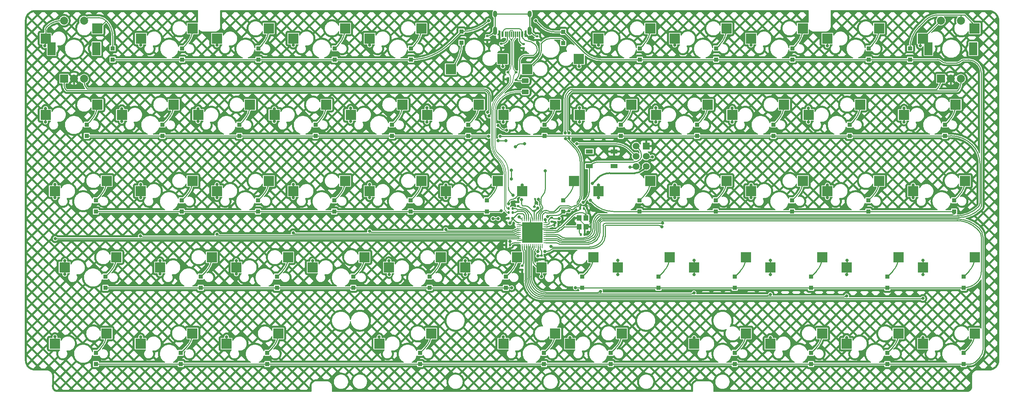
<source format=gbr>
%TF.GenerationSoftware,KiCad,Pcbnew,(6.0.7)*%
%TF.CreationDate,2022-10-25T22:15:07+02:00*%
%TF.ProjectId,the PETER keyboard,74686520-5045-4544-9552-206b6579626f,rev?*%
%TF.SameCoordinates,Original*%
%TF.FileFunction,Copper,L2,Bot*%
%TF.FilePolarity,Positive*%
%FSLAX46Y46*%
G04 Gerber Fmt 4.6, Leading zero omitted, Abs format (unit mm)*
G04 Created by KiCad (PCBNEW (6.0.7)) date 2022-10-25 22:15:07*
%MOMM*%
%LPD*%
G01*
G04 APERTURE LIST*
G04 Aperture macros list*
%AMRoundRect*
0 Rectangle with rounded corners*
0 $1 Rounding radius*
0 $2 $3 $4 $5 $6 $7 $8 $9 X,Y pos of 4 corners*
0 Add a 4 corners polygon primitive as box body*
4,1,4,$2,$3,$4,$5,$6,$7,$8,$9,$2,$3,0*
0 Add four circle primitives for the rounded corners*
1,1,$1+$1,$2,$3*
1,1,$1+$1,$4,$5*
1,1,$1+$1,$6,$7*
1,1,$1+$1,$8,$9*
0 Add four rect primitives between the rounded corners*
20,1,$1+$1,$2,$3,$4,$5,0*
20,1,$1+$1,$4,$5,$6,$7,0*
20,1,$1+$1,$6,$7,$8,$9,0*
20,1,$1+$1,$8,$9,$2,$3,0*%
G04 Aperture macros list end*
%TA.AperFunction,SMDPad,CuDef*%
%ADD10R,2.550000X2.500000*%
%TD*%
%TA.AperFunction,ComponentPad*%
%ADD11R,2.000000X2.000000*%
%TD*%
%TA.AperFunction,ComponentPad*%
%ADD12C,2.000000*%
%TD*%
%TA.AperFunction,ComponentPad*%
%ADD13R,2.000000X3.200000*%
%TD*%
%TA.AperFunction,SMDPad,CuDef*%
%ADD14R,1.100000X1.100000*%
%TD*%
%TA.AperFunction,SMDPad,CuDef*%
%ADD15RoundRect,0.135000X0.185000X-0.135000X0.185000X0.135000X-0.185000X0.135000X-0.185000X-0.135000X0*%
%TD*%
%TA.AperFunction,SMDPad,CuDef*%
%ADD16RoundRect,0.135000X-0.185000X0.135000X-0.185000X-0.135000X0.185000X-0.135000X0.185000X0.135000X0*%
%TD*%
%TA.AperFunction,SMDPad,CuDef*%
%ADD17RoundRect,0.140000X-0.170000X0.140000X-0.170000X-0.140000X0.170000X-0.140000X0.170000X0.140000X0*%
%TD*%
%TA.AperFunction,SMDPad,CuDef*%
%ADD18RoundRect,0.140000X-0.140000X-0.170000X0.140000X-0.170000X0.140000X0.170000X-0.140000X0.170000X0*%
%TD*%
%TA.AperFunction,SMDPad,CuDef*%
%ADD19R,0.600000X1.450000*%
%TD*%
%TA.AperFunction,SMDPad,CuDef*%
%ADD20R,0.300000X1.450000*%
%TD*%
%TA.AperFunction,ComponentPad*%
%ADD21O,1.000000X1.600000*%
%TD*%
%TA.AperFunction,ComponentPad*%
%ADD22O,1.000000X2.100000*%
%TD*%
%TA.AperFunction,SMDPad,CuDef*%
%ADD23RoundRect,0.135000X-0.135000X-0.185000X0.135000X-0.185000X0.135000X0.185000X-0.135000X0.185000X0*%
%TD*%
%TA.AperFunction,SMDPad,CuDef*%
%ADD24RoundRect,0.140000X0.140000X0.170000X-0.140000X0.170000X-0.140000X-0.170000X0.140000X-0.170000X0*%
%TD*%
%TA.AperFunction,SMDPad,CuDef*%
%ADD25R,1.800000X1.100000*%
%TD*%
%TA.AperFunction,SMDPad,CuDef*%
%ADD26RoundRect,0.250000X-0.625000X0.375000X-0.625000X-0.375000X0.625000X-0.375000X0.625000X0.375000X0*%
%TD*%
%TA.AperFunction,SMDPad,CuDef*%
%ADD27RoundRect,0.140000X0.170000X-0.140000X0.170000X0.140000X-0.170000X0.140000X-0.170000X-0.140000X0*%
%TD*%
%TA.AperFunction,SMDPad,CuDef*%
%ADD28R,0.700000X1.000000*%
%TD*%
%TA.AperFunction,SMDPad,CuDef*%
%ADD29R,0.700000X0.600000*%
%TD*%
%TA.AperFunction,SMDPad,CuDef*%
%ADD30R,1.200000X1.400000*%
%TD*%
%TA.AperFunction,ComponentPad*%
%ADD31C,1.700000*%
%TD*%
%TA.AperFunction,ComponentPad*%
%ADD32R,1.700000X1.700000*%
%TD*%
%TA.AperFunction,SMDPad,CuDef*%
%ADD33RoundRect,0.062500X-0.062500X0.475000X-0.062500X-0.475000X0.062500X-0.475000X0.062500X0.475000X0*%
%TD*%
%TA.AperFunction,SMDPad,CuDef*%
%ADD34RoundRect,0.062500X-0.475000X0.062500X-0.475000X-0.062500X0.475000X-0.062500X0.475000X0.062500X0*%
%TD*%
%TA.AperFunction,SMDPad,CuDef*%
%ADD35R,5.200000X5.200000*%
%TD*%
%TA.AperFunction,ViaPad*%
%ADD36C,0.800000*%
%TD*%
%TA.AperFunction,Conductor*%
%ADD37C,0.254000*%
%TD*%
%TA.AperFunction,Conductor*%
%ADD38C,0.200000*%
%TD*%
%TA.AperFunction,Conductor*%
%ADD39C,0.250000*%
%TD*%
%TA.AperFunction,Conductor*%
%ADD40C,0.386000*%
%TD*%
G04 APERTURE END LIST*
D10*
%TO.P,MX2,1,COL*%
%TO.N,COL1*%
X51652500Y-54102000D03*
%TO.P,MX2,2,ROW*%
%TO.N,Net-(D2-Pad2)*%
X64579500Y-51562000D03*
%TD*%
%TO.P,MX56,1,COL*%
%TO.N,COL9*%
X208815000Y-130302000D03*
%TO.P,MX56,2,ROW*%
%TO.N,Net-(D56-Pad2)*%
X221742000Y-127762000D03*
%TD*%
%TO.P,MX51,1,COL*%
%TO.N,COL2*%
X73001200Y-130302000D03*
%TO.P,MX51,2,ROW*%
%TO.N,Net-(D51-Pad2)*%
X85928200Y-127762000D03*
%TD*%
%TO.P,MX52,1,COL*%
%TO.N,COL4*%
X111177400Y-130302000D03*
%TO.P,MX52,2,ROW*%
%TO.N,Net-(D52-Pad2)*%
X124104400Y-127762000D03*
%TD*%
%TO.P,MX13,1,COL*%
%TO.N,COL0*%
X27840000Y-73152000D03*
%TO.P,MX13,2,ROW*%
%TO.N,Net-(D13-Pad2)*%
X40767000Y-70612000D03*
%TD*%
%TO.P,MX37,1,COL*%
%TO.N,COL0*%
X32589800Y-111252000D03*
%TO.P,MX37,2,ROW*%
%TO.N,Net-(D37-Pad2)*%
X45516800Y-108712000D03*
%TD*%
%TO.P,MX19,1,COL*%
%TO.N,COL6*%
X142140000Y-73152000D03*
%TO.P,MX19,2,ROW*%
%TO.N,Net-(D19-Pad2)*%
X155067000Y-70612000D03*
%TD*%
%TO.P,MX54,1,COL*%
%TO.N,COL7*%
X158777000Y-130302000D03*
%TO.P,MX54,2,ROW*%
%TO.N,Net-(D54-Pad2)*%
X171704000Y-127762000D03*
%TD*%
%TO.P,MX7,1,COL*%
%TO.N,COL6*%
X161009000Y-59182000D03*
%TO.P,MX7,2,ROW*%
%TO.N,Net-(D7-Pad2)*%
X148082000Y-61722000D03*
%TD*%
%TO.P,MX46,1,COL*%
%TO.N,COL9*%
X208815000Y-111252000D03*
%TO.P,MX46,2,ROW*%
%TO.N,Net-(D46-Pad2)*%
X221742000Y-108712000D03*
%TD*%
D11*
%TO.P,SW1,A,A*%
%TO.N,ROTARY_A*%
X32425000Y-64142000D03*
D12*
%TO.P,SW1,B,B*%
%TO.N,ROTARY_B*%
X37425000Y-64142000D03*
%TO.P,SW1,C,C*%
%TO.N,GND*%
X34925000Y-64142000D03*
D13*
%TO.P,SW1,MP*%
%TO.N,N/C*%
X29325000Y-56642000D03*
X40525000Y-56642000D03*
D12*
%TO.P,SW1,S1,S1*%
%TO.N,Net-(D1-Pad2)*%
X37425000Y-49642000D03*
%TO.P,SW1,S2,S2*%
%TO.N,COL0*%
X32425000Y-49642000D03*
%TD*%
D10*
%TO.P,MX48,1,COL*%
%TO.N,COL11*%
X246915000Y-111252000D03*
%TO.P,MX48,2,ROW*%
%TO.N,Net-(D48-Pad2)*%
X259842000Y-108712000D03*
%TD*%
%TO.P,MX14,1,COL*%
%TO.N,COL1*%
X46890000Y-73152000D03*
%TO.P,MX14,2,ROW*%
%TO.N,Net-(D14-Pad2)*%
X59817000Y-70612000D03*
%TD*%
%TO.P,MX12,1,COL*%
%TO.N,COL11*%
X246889600Y-54102000D03*
%TO.P,MX12,2,ROW*%
%TO.N,Net-(D12-Pad2)*%
X259816600Y-51562000D03*
%TD*%
%TO.P,MX30,1,COL*%
%TO.N,COL5*%
X127789000Y-92202000D03*
%TO.P,MX30,2,ROW*%
%TO.N,Net-(D30-Pad2)*%
X140716000Y-89662000D03*
%TD*%
%TO.P,MX15,1,COL*%
%TO.N,COL2*%
X65940000Y-73152000D03*
%TO.P,MX15,2,ROW*%
%TO.N,Net-(D15-Pad2)*%
X78867000Y-70612000D03*
%TD*%
%TO.P,MX26,1,COL*%
%TO.N,COL1*%
X51589000Y-92202000D03*
%TO.P,MX26,2,ROW*%
%TO.N,Net-(D26-Pad2)*%
X64516000Y-89662000D03*
%TD*%
%TO.P,MX11,2,ROW*%
%TO.N,Net-(D11-Pad2)*%
X235966000Y-51562000D03*
%TO.P,MX11,1,COL*%
%TO.N,COL10*%
X223039000Y-54102000D03*
%TD*%
%TO.P,MX45,1,COL*%
%TO.N,COL8*%
X189765000Y-111252000D03*
%TO.P,MX45,2,ROW*%
%TO.N,Net-(D45-Pad2)*%
X202692000Y-108712000D03*
%TD*%
%TO.P,MX18,1,COL*%
%TO.N,COL5*%
X123090000Y-73152000D03*
%TO.P,MX18,2,ROW*%
%TO.N,Net-(D18-Pad2)*%
X136017000Y-70612000D03*
%TD*%
%TO.P,MX32,1,COL*%
%TO.N,COL7*%
X165889000Y-92202000D03*
%TO.P,MX32,2,ROW*%
%TO.N,Net-(D32-Pad2)*%
X178816000Y-89662000D03*
%TD*%
%TO.P,MX22,1,COL*%
%TO.N,COL9*%
X199290000Y-73152000D03*
%TO.P,MX22,2,ROW*%
%TO.N,Net-(D22-Pad2)*%
X212217000Y-70612000D03*
%TD*%
%TO.P,MX35,1,COL*%
%TO.N,COL10*%
X223039000Y-92202000D03*
%TO.P,MX35,2,ROW*%
%TO.N,Net-(D35-Pad2)*%
X235966000Y-89662000D03*
%TD*%
%TO.P,MX27,1,COL*%
%TO.N,COL2*%
X70639000Y-92202000D03*
%TO.P,MX27,2,ROW*%
%TO.N,Net-(D27-Pad2)*%
X83566000Y-89662000D03*
%TD*%
%TO.P,MX43,1,COL*%
%TO.N,COL6*%
X151665000Y-111252000D03*
%TO.P,MX43,2,ROW*%
%TO.N,Net-(D43-Pad2)*%
X164592000Y-108712000D03*
%TD*%
%TO.P,MX3,2,ROW*%
%TO.N,Net-(D3-Pad2)*%
X83566000Y-51562000D03*
%TO.P,MX3,1,COL*%
%TO.N,COL2*%
X70639000Y-54102000D03*
%TD*%
%TO.P,MX33,1,COL*%
%TO.N,COL8*%
X184939000Y-92202000D03*
%TO.P,MX33,2,ROW*%
%TO.N,Net-(D33-Pad2)*%
X197866000Y-89662000D03*
%TD*%
%TO.P,MX50,1,COL*%
%TO.N,COL1*%
X51563600Y-130302000D03*
%TO.P,MX50,2,ROW*%
%TO.N,Net-(D50-Pad2)*%
X64490600Y-127762000D03*
%TD*%
%TO.P,MX47,1,COL*%
%TO.N,COL10*%
X227865000Y-111252000D03*
%TO.P,MX47,2,ROW*%
%TO.N,Net-(D47-Pad2)*%
X240792000Y-108712000D03*
%TD*%
%TO.P,MX28,1,COL*%
%TO.N,COL3*%
X89689000Y-92202000D03*
%TO.P,MX28,2,ROW*%
%TO.N,Net-(D28-Pad2)*%
X102616000Y-89662000D03*
%TD*%
%TO.P,MX6,1,COL*%
%TO.N,COL5*%
X141959000Y-59182000D03*
%TO.P,MX6,2,ROW*%
%TO.N,Net-(D6-Pad2)*%
X129032000Y-61722000D03*
%TD*%
%TO.P,MX49,1,COL*%
%TO.N,COL0*%
X30126000Y-130302000D03*
%TO.P,MX49,2,ROW*%
%TO.N,Net-(D49-Pad2)*%
X43053000Y-127762000D03*
%TD*%
%TO.P,MX10,2,ROW*%
%TO.N,Net-(D10-Pad2)*%
X216916000Y-51562000D03*
%TO.P,MX10,1,COL*%
%TO.N,COL9*%
X203989000Y-54102000D03*
%TD*%
%TO.P,MX8,1,COL*%
%TO.N,COL7*%
X165889000Y-54102000D03*
%TO.P,MX8,2,ROW*%
%TO.N,Net-(D8-Pad2)*%
X178816000Y-51562000D03*
%TD*%
%TO.P,MX9,1,COL*%
%TO.N,COL8*%
X184939000Y-54102000D03*
%TO.P,MX9,2,ROW*%
%TO.N,Net-(D9-Pad2)*%
X197866000Y-51562000D03*
%TD*%
%TO.P,MX42,1,COL*%
%TO.N,COL5*%
X132615000Y-111252000D03*
%TO.P,MX42,2,ROW*%
%TO.N,Net-(D42-Pad2)*%
X145542000Y-108712000D03*
%TD*%
%TO.P,MX24,1,COL*%
%TO.N,COL11*%
X242139800Y-73152000D03*
%TO.P,MX24,2,ROW*%
%TO.N,Net-(D24-Pad2)*%
X255066800Y-70612000D03*
%TD*%
%TO.P,MX20,1,COL*%
%TO.N,COL7*%
X161190000Y-73152000D03*
%TO.P,MX20,2,ROW*%
%TO.N,Net-(D20-Pad2)*%
X174117000Y-70612000D03*
%TD*%
%TO.P,MX1,1,COL*%
%TO.N,COL0*%
X27840000Y-54102000D03*
%TO.P,MX1,2,ROW*%
%TO.N,Net-(D1-Pad2)*%
X40767000Y-51562000D03*
%TD*%
%TO.P,MX16,1,COL*%
%TO.N,COL3*%
X84990000Y-73152000D03*
%TO.P,MX16,2,ROW*%
%TO.N,Net-(D16-Pad2)*%
X97917000Y-70612000D03*
%TD*%
%TO.P,MX38,1,COL*%
%TO.N,COL1*%
X56415000Y-111252000D03*
%TO.P,MX38,2,ROW*%
%TO.N,Net-(D38-Pad2)*%
X69342000Y-108712000D03*
%TD*%
%TO.P,MX31,1,COL*%
%TO.N,COL6*%
X146839000Y-92202000D03*
%TO.P,MX31,2,ROW*%
%TO.N,Net-(D31-Pad2)*%
X159766000Y-89662000D03*
%TD*%
%TO.P,MX53,1,COL*%
%TO.N,COL5*%
X142140000Y-130302000D03*
%TO.P,MX53,2,ROW*%
%TO.N,Net-(D53-Pad2)*%
X155067000Y-127762000D03*
%TD*%
%TO.P,MX29,1,COL*%
%TO.N,COL4*%
X108739000Y-92202000D03*
%TO.P,MX29,2,ROW*%
%TO.N,Net-(D29-Pad2)*%
X121666000Y-89662000D03*
%TD*%
%TO.P,MX39,1,COL*%
%TO.N,COL2*%
X75465000Y-111252000D03*
%TO.P,MX39,2,ROW*%
%TO.N,Net-(D39-Pad2)*%
X88392000Y-108712000D03*
%TD*%
%TO.P,MX55,1,COL*%
%TO.N,COL8*%
X189765000Y-130302000D03*
%TO.P,MX55,2,ROW*%
%TO.N,Net-(D55-Pad2)*%
X202692000Y-127762000D03*
%TD*%
%TO.P,MX40,1,COL*%
%TO.N,COL3*%
X94515000Y-111252000D03*
%TO.P,MX40,2,ROW*%
%TO.N,Net-(D40-Pad2)*%
X107442000Y-108712000D03*
%TD*%
%TO.P,MX21,1,COL*%
%TO.N,COL8*%
X180240000Y-73152000D03*
%TO.P,MX21,2,ROW*%
%TO.N,Net-(D21-Pad2)*%
X193167000Y-70612000D03*
%TD*%
%TO.P,MX5,1,COL*%
%TO.N,COL4*%
X108739000Y-54102000D03*
%TO.P,MX5,2,ROW*%
%TO.N,Net-(D5-Pad2)*%
X121666000Y-51562000D03*
%TD*%
%TO.P,MX44,1,COL*%
%TO.N,COL7*%
X170715000Y-111252000D03*
%TO.P,MX44,2,ROW*%
%TO.N,Net-(D44-Pad2)*%
X183642000Y-108712000D03*
%TD*%
%TO.P,MX36,1,COL*%
%TO.N,COL11*%
X244476600Y-92202000D03*
%TO.P,MX36,2,ROW*%
%TO.N,Net-(D36-Pad2)*%
X257403600Y-89662000D03*
%TD*%
D11*
%TO.P,SW12,A,A*%
%TO.N,ROTARY_D*%
X251373000Y-64142000D03*
D12*
%TO.P,SW12,B,B*%
%TO.N,ROTARY_C*%
X256373000Y-64142000D03*
%TO.P,SW12,C,C*%
%TO.N,GND*%
X253873000Y-64142000D03*
D13*
%TO.P,SW12,MP*%
%TO.N,N/C*%
X248273000Y-56642000D03*
X259473000Y-56642000D03*
D12*
%TO.P,SW12,S1,S1*%
%TO.N,Net-(D12-Pad2)*%
X256373000Y-49642000D03*
%TO.P,SW12,S2,S2*%
%TO.N,COL11*%
X251373000Y-49642000D03*
%TD*%
D10*
%TO.P,MX4,1,COL*%
%TO.N,COL3*%
X89689000Y-54102000D03*
%TO.P,MX4,2,ROW*%
%TO.N,Net-(D4-Pad2)*%
X102616000Y-51562000D03*
%TD*%
%TO.P,MX25,1,COL*%
%TO.N,COL0*%
X30151400Y-92202000D03*
%TO.P,MX25,2,ROW*%
%TO.N,Net-(D25-Pad2)*%
X43078400Y-89662000D03*
%TD*%
%TO.P,MX17,1,COL*%
%TO.N,COL4*%
X104040000Y-73152000D03*
%TO.P,MX17,2,ROW*%
%TO.N,Net-(D17-Pad2)*%
X116967000Y-70612000D03*
%TD*%
%TO.P,MX41,1,COL*%
%TO.N,COL4*%
X113565000Y-111252000D03*
%TO.P,MX41,2,ROW*%
%TO.N,Net-(D41-Pad2)*%
X126492000Y-108712000D03*
%TD*%
%TO.P,MX34,1,COL*%
%TO.N,COL9*%
X203989000Y-92202000D03*
%TO.P,MX34,2,ROW*%
%TO.N,Net-(D34-Pad2)*%
X216916000Y-89662000D03*
%TD*%
%TO.P,MX58,1,COL*%
%TO.N,COL11*%
X246915000Y-130302000D03*
%TO.P,MX58,2,ROW*%
%TO.N,Net-(D58-Pad2)*%
X259842000Y-127762000D03*
%TD*%
%TO.P,MX57,1,COL*%
%TO.N,COL10*%
X227865000Y-130302000D03*
%TO.P,MX57,2,ROW*%
%TO.N,Net-(D57-Pad2)*%
X240792000Y-127762000D03*
%TD*%
%TO.P,MX23,1,COL*%
%TO.N,COL10*%
X218340000Y-73152000D03*
%TO.P,MX23,2,ROW*%
%TO.N,Net-(D23-Pad2)*%
X231267000Y-70612000D03*
%TD*%
D14*
%TO.P,D40,1,K*%
%TO.N, ROW3*%
X104663000Y-116350000D03*
%TO.P,D40,2,A*%
%TO.N,Net-(D40-Pad2)*%
X104663000Y-113550000D03*
%TD*%
%TO.P,D28,1,K*%
%TO.N,ROW2*%
X99900500Y-97300000D03*
%TO.P,D28,2,A*%
%TO.N,Net-(D28-Pad2)*%
X99900500Y-94500000D03*
%TD*%
D15*
%TO.P,R_reset1,1*%
%TO.N,+5V*%
X154178000Y-99824000D03*
%TO.P,R_reset1,2*%
%TO.N,RESET*%
X154178000Y-98804000D03*
%TD*%
D14*
%TO.P,D21,1,K*%
%TO.N,ROW1*%
X190500000Y-78400000D03*
%TO.P,D21,2,A*%
%TO.N,Net-(D21-Pad2)*%
X190500000Y-75600000D03*
%TD*%
D16*
%TO.P,R_USB2,1*%
%TO.N,Net-(J1-PadB5)*%
X147200000Y-55446200D03*
%TO.P,R_USB2,2*%
%TO.N,GND*%
X147200000Y-56466200D03*
%TD*%
D14*
%TO.P,D26,1,K*%
%TO.N,ROW2*%
X61800500Y-97300000D03*
%TO.P,D26,2,A*%
%TO.N,Net-(D26-Pad2)*%
X61800500Y-94500000D03*
%TD*%
%TO.P,D9,1,K*%
%TO.N,ROW0*%
X195262500Y-59350000D03*
%TO.P,D9,2,A*%
%TO.N,Net-(D9-Pad2)*%
X195262500Y-56550000D03*
%TD*%
%TO.P,D50,1,K*%
%TO.N,ROW4*%
X61600000Y-135400000D03*
%TO.P,D50,2,A*%
%TO.N,Net-(D50-Pad2)*%
X61600000Y-132600000D03*
%TD*%
%TO.P,D44,1,K*%
%TO.N, ROW3*%
X180863000Y-116350000D03*
%TO.P,D44,2,A*%
%TO.N,Net-(D44-Pad2)*%
X180863000Y-113550000D03*
%TD*%
%TO.P,D45,1,K*%
%TO.N, ROW3*%
X199913000Y-116350000D03*
%TO.P,D45,2,A*%
%TO.N,Net-(D45-Pad2)*%
X199913000Y-113550000D03*
%TD*%
%TO.P,D17,1,K*%
%TO.N,ROW1*%
X114300000Y-78400000D03*
%TO.P,D17,2,A*%
%TO.N,Net-(D17-Pad2)*%
X114300000Y-75600000D03*
%TD*%
%TO.P,D52,1,K*%
%TO.N,ROW4*%
X121331800Y-135400000D03*
%TO.P,D52,2,A*%
%TO.N,Net-(D52-Pad2)*%
X121331800Y-132600000D03*
%TD*%
%TO.P,D58,1,K*%
%TO.N,ROW4*%
X257063000Y-135400000D03*
%TO.P,D58,2,A*%
%TO.N,Net-(D58-Pad2)*%
X257063000Y-132600000D03*
%TD*%
D16*
%TO.P,R_HWB/PE2,1*%
%TO.N,Net-(R_HWB/PE2-Pad1)*%
X146812000Y-110869000D03*
%TO.P,R_HWB/PE2,2*%
%TO.N,GND*%
X146812000Y-111889000D03*
%TD*%
D14*
%TO.P,D38,1,K*%
%TO.N, ROW3*%
X66563000Y-116350000D03*
%TO.P,D38,2,A*%
%TO.N,Net-(D38-Pad2)*%
X66563000Y-113550000D03*
%TD*%
D17*
%TO.P,C_Decoupler1,1*%
%TO.N,+5V*%
X151638000Y-108295795D03*
%TO.P,C_Decoupler1,2*%
%TO.N,GND*%
X151638000Y-109255795D03*
%TD*%
D18*
%TO.P,C_crystal2,1*%
%TO.N,GND*%
X161318000Y-96558100D03*
%TO.P,C_crystal2,2*%
%TO.N,Net-(C_crystal2-Pad2)*%
X162278000Y-96558100D03*
%TD*%
D14*
%TO.P,D35,1,K*%
%TO.N,ROW2*%
X233250500Y-97300000D03*
%TO.P,D35,2,A*%
%TO.N,Net-(D35-Pad2)*%
X233250500Y-94500000D03*
%TD*%
D19*
%TO.P,J1,A1,GND*%
%TO.N,GND*%
X141150000Y-53067000D03*
%TO.P,J1,A4,VBUS*%
%TO.N,VCC*%
X141950000Y-53067000D03*
D20*
%TO.P,J1,A5,CC1*%
%TO.N,Net-(J1-PadA5)*%
X143150000Y-53067000D03*
%TO.P,J1,A6,D+*%
%TO.N,D+*%
X144150000Y-53067000D03*
%TO.P,J1,A7,D-*%
%TO.N,D-*%
X144650000Y-53067000D03*
%TO.P,J1,A8,SBU1*%
%TO.N,unconnected-(J1-PadA8)*%
X145650000Y-53067000D03*
D19*
%TO.P,J1,A9,VBUS*%
%TO.N,VCC*%
X146850000Y-53067000D03*
%TO.P,J1,A12,GND*%
%TO.N,GND*%
X147650000Y-53067000D03*
%TO.P,J1,B1,GND*%
X147650000Y-53067000D03*
%TO.P,J1,B4,VBUS*%
%TO.N,VCC*%
X146850000Y-53067000D03*
D20*
%TO.P,J1,B5,CC2*%
%TO.N,Net-(J1-PadB5)*%
X146150000Y-53067000D03*
%TO.P,J1,B6,D+*%
%TO.N,D+*%
X145150000Y-53067000D03*
%TO.P,J1,B7,D-*%
%TO.N,D-*%
X143650000Y-53067000D03*
%TO.P,J1,B8,SBU2*%
%TO.N,unconnected-(J1-PadB8)*%
X142650000Y-53067000D03*
D19*
%TO.P,J1,B9,VBUS*%
%TO.N,VCC*%
X141950000Y-53067000D03*
%TO.P,J1,B12,GND*%
%TO.N,GND*%
X141150000Y-53067000D03*
D21*
%TO.P,J1,S1,SHIELD*%
%TO.N,Net-(C_USBSHIELD1-Pad1)*%
X148720000Y-47972000D03*
X140080000Y-47972000D03*
D22*
X140080000Y-52152000D03*
X148720000Y-52152000D03*
%TD*%
D14*
%TO.P,D23,1,K*%
%TO.N,ROW1*%
X228600000Y-78431800D03*
%TO.P,D23,2,A*%
%TO.N,Net-(D23-Pad2)*%
X228600000Y-75631800D03*
%TD*%
%TO.P,D42,1,K*%
%TO.N, ROW3*%
X142763000Y-116350000D03*
%TO.P,D42,2,A*%
%TO.N,Net-(D42-Pad2)*%
X142763000Y-113550000D03*
%TD*%
%TO.P,D47,1,K*%
%TO.N, ROW3*%
X238013000Y-116350000D03*
%TO.P,D47,2,A*%
%TO.N,Net-(D47-Pad2)*%
X238013000Y-113550000D03*
%TD*%
%TO.P,D4,1,K*%
%TO.N,ROW0*%
X100012500Y-59350000D03*
%TO.P,D4,2,A*%
%TO.N,Net-(D4-Pad2)*%
X100012500Y-56550000D03*
%TD*%
%TO.P,D3,2,A*%
%TO.N,Net-(D3-Pad2)*%
X80962500Y-56550000D03*
%TO.P,D3,1,K*%
%TO.N,ROW0*%
X80962500Y-59350000D03*
%TD*%
D23*
%TO.P,R_USB3,1*%
%TO.N,D-*%
X143469900Y-97586800D03*
%TO.P,R_USB3,2*%
%TO.N,Net-(R_USB3-Pad2)*%
X144489900Y-97586800D03*
%TD*%
D16*
%TO.P,R_USB1,1*%
%TO.N,Net-(J1-PadA5)*%
X141600000Y-55420800D03*
%TO.P,R_USB1,2*%
%TO.N,GND*%
X141600000Y-56440800D03*
%TD*%
D14*
%TO.P,D27,1,K*%
%TO.N,ROW2*%
X80850500Y-97300000D03*
%TO.P,D27,2,A*%
%TO.N,Net-(D27-Pad2)*%
X80850500Y-94500000D03*
%TD*%
%TO.P,D12,1,K*%
%TO.N,ROW0*%
X243681300Y-59350000D03*
%TO.P,D12,2,A*%
%TO.N,Net-(D12-Pad2)*%
X243681300Y-56550000D03*
%TD*%
D24*
%TO.P,C_Decoupler2,1*%
%TO.N,+5V*%
X143824900Y-105664000D03*
%TO.P,C_Decoupler2,2*%
%TO.N,GND*%
X142864900Y-105664000D03*
%TD*%
D14*
%TO.P,D1,1,K*%
%TO.N,ROW0*%
X44577000Y-59350000D03*
%TO.P,D1,2,A*%
%TO.N,Net-(D1-Pad2)*%
X44577000Y-56550000D03*
%TD*%
%TO.P,D37,1,K*%
%TO.N, ROW3*%
X42750500Y-116350000D03*
%TO.P,D37,2,A*%
%TO.N,Net-(D37-Pad2)*%
X42750500Y-113550000D03*
%TD*%
D25*
%TO.P,SW2,1,1*%
%TO.N,GND*%
X169787500Y-82287500D03*
%TO.P,SW2,2,2*%
%TO.N,RESET*%
X163587500Y-85987500D03*
%TO.P,SW2,3*%
%TO.N,N/C*%
X169787500Y-85987500D03*
%TO.P,SW2,4*%
X163587500Y-82287500D03*
%TD*%
D14*
%TO.P,D39,1,K*%
%TO.N, ROW3*%
X85613000Y-116350000D03*
%TO.P,D39,2,A*%
%TO.N,Net-(D39-Pad2)*%
X85613000Y-113550000D03*
%TD*%
D23*
%TO.P,R_USB4,1*%
%TO.N,D+*%
X143469900Y-96520000D03*
%TO.P,R_USB4,2*%
%TO.N,Net-(R_USB4-Pad2)*%
X144489900Y-96520000D03*
%TD*%
D14*
%TO.P,D11,2,A*%
%TO.N,Net-(D11-Pad2)*%
X233362500Y-56550000D03*
%TO.P,D11,1,K*%
%TO.N,ROW0*%
X233362500Y-59350000D03*
%TD*%
%TO.P,D51,1,K*%
%TO.N,ROW4*%
X83200000Y-135400000D03*
%TO.P,D51,2,A*%
%TO.N,Net-(D51-Pad2)*%
X83200000Y-132600000D03*
%TD*%
D26*
%TO.P,F_USBC1,1*%
%TO.N,VCC*%
X147600000Y-64600000D03*
%TO.P,F_USBC1,2*%
%TO.N,+5V*%
X147600000Y-67400000D03*
%TD*%
D16*
%TO.P,R_USBSHIELD1,1*%
%TO.N,Net-(C_USBSHIELD1-Pad1)*%
X138112500Y-53465000D03*
%TO.P,R_USBSHIELD1,2*%
%TO.N,GND*%
X138112500Y-54485000D03*
%TD*%
D14*
%TO.P,D33,1,K*%
%TO.N,ROW2*%
X195150500Y-97300000D03*
%TO.P,D33,2,A*%
%TO.N,Net-(D33-Pad2)*%
X195150500Y-94500000D03*
%TD*%
%TO.P,D7,1,K*%
%TO.N,ROW0*%
X157099000Y-52448000D03*
%TO.P,D7,2,A*%
%TO.N,Net-(D7-Pad2)*%
X157099000Y-55248000D03*
%TD*%
%TO.P,D41,1,K*%
%TO.N, ROW3*%
X123713000Y-116350000D03*
%TO.P,D41,2,A*%
%TO.N,Net-(D41-Pad2)*%
X123713000Y-113550000D03*
%TD*%
%TO.P,D43,1,K*%
%TO.N, ROW3*%
X161813000Y-116350000D03*
%TO.P,D43,2,A*%
%TO.N,Net-(D43-Pad2)*%
X161813000Y-113550000D03*
%TD*%
D27*
%TO.P,C_UCAP1,1*%
%TO.N,Net-(C_UCAP1-Pad1)*%
X145846800Y-95933200D03*
%TO.P,C_UCAP1,2*%
%TO.N,GND*%
X145846800Y-94973200D03*
%TD*%
D14*
%TO.P,D57,1,K*%
%TO.N,ROW4*%
X238013000Y-135400000D03*
%TO.P,D57,2,A*%
%TO.N,Net-(D57-Pad2)*%
X238013000Y-132600000D03*
%TD*%
D24*
%TO.P,C_Decoupler5,1*%
%TO.N,+5V*%
X144409100Y-99034600D03*
%TO.P,C_Decoupler5,2*%
%TO.N,GND*%
X143449100Y-99034600D03*
%TD*%
D14*
%TO.P,D13,1,K*%
%TO.N,ROW1*%
X38100000Y-78400000D03*
%TO.P,D13,2,A*%
%TO.N,Net-(D13-Pad2)*%
X38100000Y-75600000D03*
%TD*%
D24*
%TO.P,C_crystal1,1*%
%TO.N,GND*%
X162405000Y-103060500D03*
%TO.P,C_crystal1,2*%
%TO.N,Net-(C_crystal1-Pad2)*%
X161445000Y-103060500D03*
%TD*%
D14*
%TO.P,D10,2,A*%
%TO.N,Net-(D10-Pad2)*%
X214312500Y-56550000D03*
%TO.P,D10,1,K*%
%TO.N,ROW0*%
X214312500Y-59350000D03*
%TD*%
%TO.P,D16,1,K*%
%TO.N,ROW1*%
X95250000Y-78400000D03*
%TO.P,D16,2,A*%
%TO.N,Net-(D16-Pad2)*%
X95250000Y-75600000D03*
%TD*%
%TO.P,D25,1,K*%
%TO.N,ROW2*%
X40369300Y-97300000D03*
%TO.P,D25,2,A*%
%TO.N,Net-(D25-Pad2)*%
X40369300Y-94500000D03*
%TD*%
%TO.P,D32,1,K*%
%TO.N,ROW2*%
X176100500Y-97300000D03*
%TO.P,D32,2,A*%
%TO.N,Net-(D32-Pad2)*%
X176100500Y-94500000D03*
%TD*%
%TO.P,D8,1,K*%
%TO.N,ROW0*%
X176212500Y-59350000D03*
%TO.P,D8,2,A*%
%TO.N,Net-(D8-Pad2)*%
X176212500Y-56550000D03*
%TD*%
%TO.P,D48,1,K*%
%TO.N, ROW3*%
X257063000Y-116350000D03*
%TO.P,D48,2,A*%
%TO.N,Net-(D48-Pad2)*%
X257063000Y-113550000D03*
%TD*%
D28*
%TO.P,D59,1,GND*%
%TO.N,GND*%
X143272000Y-64250000D03*
D29*
%TO.P,D59,2,I/O1*%
%TO.N,D-*%
X143272000Y-62550000D03*
%TO.P,D59,3,I/O2*%
%TO.N,D+*%
X145272000Y-62550000D03*
%TO.P,D59,4,VCC*%
%TO.N,VCC*%
X145272000Y-64450000D03*
%TD*%
D17*
%TO.P,C_USBSHIELD1,1*%
%TO.N,Net-(C_USBSHIELD1-Pad1)*%
X150600000Y-53520000D03*
%TO.P,C_USBSHIELD1,2*%
%TO.N,GND*%
X150600000Y-54480000D03*
%TD*%
D14*
%TO.P,D56,1,K*%
%TO.N,ROW4*%
X218963000Y-135400000D03*
%TO.P,D56,2,A*%
%TO.N,Net-(D56-Pad2)*%
X218963000Y-132600000D03*
%TD*%
%TO.P,D30,1,K*%
%TO.N,ROW2*%
X138000500Y-97300000D03*
%TO.P,D30,2,A*%
%TO.N,Net-(D30-Pad2)*%
X138000500Y-94500000D03*
%TD*%
%TO.P,D22,1,K*%
%TO.N,ROW1*%
X209550000Y-78400000D03*
%TO.P,D22,2,A*%
%TO.N,Net-(D22-Pad2)*%
X209550000Y-75600000D03*
%TD*%
%TO.P,D53,1,K*%
%TO.N,ROW4*%
X152288000Y-135400000D03*
%TO.P,D53,2,A*%
%TO.N,Net-(D53-Pad2)*%
X152288000Y-132600000D03*
%TD*%
%TO.P,D34,1,K*%
%TO.N,ROW2*%
X214200500Y-97300000D03*
%TO.P,D34,2,A*%
%TO.N,Net-(D34-Pad2)*%
X214200500Y-94500000D03*
%TD*%
D30*
%TO.P,Y1,1,1*%
%TO.N,Net-(C_crystal1-Pad2)*%
X161075000Y-101112500D03*
%TO.P,Y1,2,2*%
%TO.N,GND*%
X161075000Y-98912500D03*
%TO.P,Y1,3,3*%
%TO.N,Net-(C_crystal2-Pad2)*%
X162775000Y-98912500D03*
%TO.P,Y1,4,4*%
%TO.N,GND*%
X162775000Y-101112500D03*
%TD*%
D14*
%TO.P,D6,1,K*%
%TO.N,ROW0*%
X131699000Y-52321000D03*
%TO.P,D6,2,A*%
%TO.N,Net-(D6-Pad2)*%
X131699000Y-55121000D03*
%TD*%
%TO.P,D18,1,K*%
%TO.N,ROW1*%
X133350000Y-78400000D03*
%TO.P,D18,2,A*%
%TO.N,Net-(D18-Pad2)*%
X133350000Y-75600000D03*
%TD*%
D27*
%TO.P,C_Decoupler4,1*%
%TO.N,+5V*%
X149860000Y-97101600D03*
%TO.P,C_Decoupler4,2*%
%TO.N,GND*%
X149860000Y-96141600D03*
%TD*%
D14*
%TO.P,D19,1,K*%
%TO.N,ROW1*%
X152400000Y-78400000D03*
%TO.P,D19,2,A*%
%TO.N,Net-(D19-Pad2)*%
X152400000Y-75600000D03*
%TD*%
D18*
%TO.P,C_Decoupler3,1*%
%TO.N,+5V*%
X154920000Y-100800000D03*
%TO.P,C_Decoupler3,2*%
%TO.N,GND*%
X155880000Y-100800000D03*
%TD*%
D14*
%TO.P,D46,1,K*%
%TO.N, ROW3*%
X218963000Y-116350000D03*
%TO.P,D46,2,A*%
%TO.N,Net-(D46-Pad2)*%
X218963000Y-113550000D03*
%TD*%
%TO.P,D31,1,K*%
%TO.N,ROW2*%
X157050500Y-97300000D03*
%TO.P,D31,2,A*%
%TO.N,Net-(D31-Pad2)*%
X157050500Y-94500000D03*
%TD*%
%TO.P,D29,1,K*%
%TO.N,ROW2*%
X118950500Y-97300000D03*
%TO.P,D29,2,A*%
%TO.N,Net-(D29-Pad2)*%
X118950500Y-94500000D03*
%TD*%
%TO.P,D54,1,K*%
%TO.N,ROW4*%
X168956800Y-135400000D03*
%TO.P,D54,2,A*%
%TO.N,Net-(D54-Pad2)*%
X168956800Y-132600000D03*
%TD*%
%TO.P,D2,2,A*%
%TO.N,Net-(D2-Pad2)*%
X61912500Y-56550000D03*
%TO.P,D2,1,K*%
%TO.N,ROW0*%
X61912500Y-59350000D03*
%TD*%
%TO.P,D5,1,K*%
%TO.N,ROW0*%
X119062500Y-59350000D03*
%TO.P,D5,2,A*%
%TO.N,Net-(D5-Pad2)*%
X119062500Y-56550000D03*
%TD*%
%TO.P,D24,1,K*%
%TO.N,ROW1*%
X252412500Y-78400000D03*
%TO.P,D24,2,A*%
%TO.N,Net-(D24-Pad2)*%
X252412500Y-75600000D03*
%TD*%
%TO.P,D20,1,K*%
%TO.N,ROW1*%
X171450000Y-78400000D03*
%TO.P,D20,2,A*%
%TO.N,Net-(D20-Pad2)*%
X171450000Y-75600000D03*
%TD*%
D31*
%TO.P,J2,1,MISO*%
%TO.N,MISO*%
X175260000Y-86042500D03*
%TO.P,J2,2,VCC*%
%TO.N,+5V*%
X177800000Y-86042500D03*
%TO.P,J2,3,SCK*%
%TO.N,SCK*%
X175260000Y-83502500D03*
%TO.P,J2,4,MOSI*%
%TO.N,MOSI*%
X177800000Y-83502500D03*
%TO.P,J2,5,~{RST}*%
%TO.N,RESET*%
X175260000Y-80962500D03*
D32*
%TO.P,J2,6,GND*%
%TO.N,GND*%
X177800000Y-80962500D03*
%TD*%
D14*
%TO.P,D36,1,K*%
%TO.N,ROW2*%
X254681800Y-97300000D03*
%TO.P,D36,2,A*%
%TO.N,Net-(D36-Pad2)*%
X254681800Y-94500000D03*
%TD*%
%TO.P,D14,1,K*%
%TO.N,ROW1*%
X57000000Y-78400000D03*
%TO.P,D14,2,A*%
%TO.N,Net-(D14-Pad2)*%
X57000000Y-75600000D03*
%TD*%
%TO.P,D49,1,K*%
%TO.N,ROW4*%
X40400000Y-135400000D03*
%TO.P,D49,2,A*%
%TO.N,Net-(D49-Pad2)*%
X40400000Y-132600000D03*
%TD*%
%TO.P,D55,1,K*%
%TO.N,ROW4*%
X199913000Y-135400000D03*
%TO.P,D55,2,A*%
%TO.N,Net-(D55-Pad2)*%
X199913000Y-132600000D03*
%TD*%
D33*
%TO.P,U1,1,PE6*%
%TO.N,SCK*%
X146839300Y-99253100D03*
%TO.P,U1,2,UVCC*%
%TO.N,+5V*%
X147339300Y-99253100D03*
%TO.P,U1,3,D-*%
%TO.N,Net-(R_USB3-Pad2)*%
X147839300Y-99253100D03*
%TO.P,U1,4,D+*%
%TO.N,Net-(R_USB4-Pad2)*%
X148339300Y-99253100D03*
%TO.P,U1,5,UGND*%
%TO.N,GND*%
X148839300Y-99253100D03*
%TO.P,U1,6,UCAP*%
%TO.N,Net-(C_UCAP1-Pad1)*%
X149339300Y-99253100D03*
%TO.P,U1,7,VBUS*%
%TO.N,+5V*%
X149839300Y-99253100D03*
%TO.P,U1,8,PB0*%
%TO.N,ROTARY_A*%
X150339300Y-99253100D03*
%TO.P,U1,9,PB1*%
%TO.N,ROTARY_B*%
X150839300Y-99253100D03*
%TO.P,U1,10,PB2*%
%TO.N,ROTARY_D*%
X151339300Y-99253100D03*
%TO.P,U1,11,PB3*%
%TO.N,ROTARY_C*%
X151839300Y-99253100D03*
D34*
%TO.P,U1,12,PB7*%
%TO.N,MOSI*%
X152676800Y-100090600D03*
%TO.P,U1,13,~{RESET}*%
%TO.N,RESET*%
X152676800Y-100590600D03*
%TO.P,U1,14,VCC*%
%TO.N,+5V*%
X152676800Y-101090600D03*
%TO.P,U1,15,GND*%
%TO.N,GND*%
X152676800Y-101590600D03*
%TO.P,U1,16,XTAL2*%
%TO.N,Net-(C_crystal2-Pad2)*%
X152676800Y-102090600D03*
%TO.P,U1,17,XTAL1*%
%TO.N,Net-(C_crystal1-Pad2)*%
X152676800Y-102590600D03*
%TO.P,U1,18,PD0*%
%TO.N,ROW2*%
X152676800Y-103090600D03*
%TO.P,U1,19,PD1*%
%TO.N,ROW1*%
X152676800Y-103590600D03*
%TO.P,U1,20,PD2*%
%TO.N,ROW0*%
X152676800Y-104090600D03*
%TO.P,U1,21,PD3*%
%TO.N,ROW4*%
X152676800Y-104590600D03*
%TO.P,U1,22,PD5*%
%TO.N, ROW3*%
X152676800Y-105090600D03*
D33*
%TO.P,U1,23,GND*%
%TO.N,GND*%
X151839300Y-105928100D03*
%TO.P,U1,24,AVCC*%
%TO.N,+5V*%
X151339300Y-105928100D03*
%TO.P,U1,25,PD4*%
%TO.N,MISO*%
X150839300Y-105928100D03*
%TO.P,U1,26,PD6*%
%TO.N,unconnected-(U1-Pad26)*%
X150339300Y-105928100D03*
%TO.P,U1,27,PD7*%
%TO.N,COL6*%
X149839300Y-105928100D03*
%TO.P,U1,28,PB4*%
%TO.N,COL7*%
X149339300Y-105928100D03*
%TO.P,U1,29,PB5*%
%TO.N,COL8*%
X148839300Y-105928100D03*
%TO.P,U1,30,PB6*%
%TO.N,COL9*%
X148339300Y-105928100D03*
%TO.P,U1,31,PC6*%
%TO.N,COL10*%
X147839300Y-105928100D03*
%TO.P,U1,32,PC7*%
%TO.N,COL11*%
X147339300Y-105928100D03*
%TO.P,U1,33,~{HWB}/PE2*%
%TO.N,Net-(R_HWB/PE2-Pad1)*%
X146839300Y-105928100D03*
D34*
%TO.P,U1,34,VCC*%
%TO.N,+5V*%
X146001800Y-105090600D03*
%TO.P,U1,35,GND*%
%TO.N,GND*%
X146001800Y-104590600D03*
%TO.P,U1,36,PF7*%
%TO.N,COL0*%
X146001800Y-104090600D03*
%TO.P,U1,37,PF6*%
%TO.N,COL1*%
X146001800Y-103590600D03*
%TO.P,U1,38,PF5*%
%TO.N,COL2*%
X146001800Y-103090600D03*
%TO.P,U1,39,PF4*%
%TO.N,COL3*%
X146001800Y-102590600D03*
%TO.P,U1,40,PF1*%
%TO.N,COL4*%
X146001800Y-102090600D03*
%TO.P,U1,41,PF0*%
%TO.N,COL5*%
X146001800Y-101590600D03*
%TO.P,U1,42,AREF*%
%TO.N,unconnected-(U1-Pad42)*%
X146001800Y-101090600D03*
%TO.P,U1,43,GND*%
%TO.N,GND*%
X146001800Y-100590600D03*
%TO.P,U1,44,AVCC*%
%TO.N,+5V*%
X146001800Y-100090600D03*
D35*
%TO.P,U1,45,GND*%
%TO.N,GND*%
X149339300Y-102590600D03*
%TD*%
D14*
%TO.P,D15,1,K*%
%TO.N,ROW1*%
X76200000Y-78400000D03*
%TO.P,D15,2,A*%
%TO.N,Net-(D15-Pad2)*%
X76200000Y-75600000D03*
%TD*%
D36*
%TO.N,COL1*%
X51562000Y-55753000D03*
%TO.N,COL2*%
X70612000Y-55753000D03*
%TO.N,COL9*%
X203962000Y-55753000D03*
%TO.N,COL10*%
X223012000Y-55880000D03*
%TO.N,GND*%
X171450000Y-82296000D03*
X150241000Y-109347000D03*
X163272432Y-102502199D03*
X253873000Y-66040000D03*
X159512000Y-99771200D03*
X150816799Y-55304201D03*
X150418800Y-95148400D03*
X179425600Y-80911700D03*
X144983200Y-94945200D03*
X147208086Y-57568500D03*
X142621000Y-99060000D03*
X164642800Y-96469200D03*
X141986000Y-105664000D03*
X146177000Y-56388000D03*
X142748000Y-56388000D03*
X34925000Y-66167000D03*
X156074059Y-100077896D03*
X145923000Y-111887000D03*
%TO.N,+5V*%
X155074586Y-100070162D03*
X146659600Y-94386400D03*
X150749000Y-108394795D03*
X143764000Y-104775000D03*
X150754763Y-96428500D03*
X164338000Y-90297000D03*
X144520286Y-93212286D03*
X143764000Y-100203000D03*
%TO.N,ROW0*%
X150241000Y-49657000D03*
X138430000Y-49657000D03*
%TO.N,ROW1*%
X138430000Y-78486000D03*
X141351000Y-78486000D03*
%TO.N,ROW2*%
X163830000Y-94488000D03*
X158496000Y-97155000D03*
X153162000Y-98602800D03*
X141605000Y-97155000D03*
%TO.N, ROW3*%
X144221200Y-116332000D03*
X160121600Y-116332000D03*
%TO.N,COL0*%
X30162500Y-128587500D03*
X27813000Y-74930000D03*
X30162500Y-90551000D03*
X27635200Y-55880000D03*
X32639000Y-109601000D03*
X32615975Y-112945080D03*
X30162500Y-93853000D03*
X27828306Y-71545875D03*
X30226000Y-104089200D03*
%TO.N,COL1*%
X56388000Y-112903000D03*
X51562000Y-128651000D03*
X51562000Y-90551000D03*
X46863000Y-74803000D03*
X51562000Y-93853000D03*
X51511200Y-103394500D03*
X46863000Y-71628000D03*
X56388000Y-109601000D03*
%TO.N,COL2*%
X73025000Y-128651000D03*
X65913000Y-74803000D03*
X70612000Y-93853000D03*
X75438000Y-109601000D03*
X70612000Y-90551000D03*
X65913000Y-71628000D03*
X70612000Y-103013500D03*
X75438000Y-112903000D03*
%TO.N,COL3*%
X84963000Y-74803000D03*
X89662000Y-102622900D03*
X89662000Y-55753000D03*
X94488000Y-109601000D03*
X89662000Y-90551000D03*
X89662000Y-93853000D03*
X84963000Y-71628000D03*
%TO.N,COL4*%
X113538000Y-109601000D03*
X108712000Y-90551000D03*
X108712000Y-55753000D03*
X108712000Y-93853000D03*
X111125000Y-128651000D03*
X104013000Y-71501000D03*
X108712000Y-102216500D03*
X113665000Y-113030000D03*
X104013000Y-74803000D03*
%TO.N,COL5*%
X132588000Y-109601000D03*
X127762000Y-101835500D03*
X142113000Y-128651000D03*
X132588000Y-113030000D03*
X123063000Y-74930000D03*
X141986000Y-61087000D03*
X127762000Y-93853000D03*
X127762000Y-90678000D03*
X123063000Y-71374000D03*
%TO.N,COL6*%
X142113000Y-71374000D03*
X143426500Y-95402400D03*
X151638000Y-113538000D03*
X142113000Y-74930000D03*
X146812000Y-90678000D03*
X161036000Y-61087000D03*
%TO.N,COL7*%
X166420800Y-117246900D03*
X170688000Y-113030000D03*
X165862000Y-93853000D03*
X158750000Y-128778000D03*
X170688000Y-109474000D03*
X165862000Y-90678000D03*
X161163000Y-71374000D03*
X161163000Y-74930000D03*
X165862000Y-55753000D03*
%TO.N,COL8*%
X184912000Y-55753000D03*
X184912000Y-93853000D03*
X189725442Y-117634300D03*
X180213000Y-74930000D03*
X189738000Y-109474000D03*
X189738000Y-128778000D03*
X184912000Y-90678000D03*
X180213000Y-71374000D03*
X189738000Y-113030000D03*
%TO.N,COL9*%
X199263000Y-71501000D03*
X203962000Y-93853000D03*
X208788000Y-128778000D03*
X203962000Y-90678000D03*
X208788000Y-109474000D03*
X208788000Y-118015300D03*
X199263000Y-74930000D03*
X208788000Y-113030000D03*
%TO.N,COL10*%
X227838000Y-118396300D03*
X218313000Y-74930000D03*
X223012000Y-90678000D03*
X227838000Y-128778000D03*
X227965000Y-109474000D03*
X227838000Y-113030000D03*
X223012000Y-93853000D03*
X218313000Y-71501000D03*
%TO.N,COL11*%
X244475000Y-93853000D03*
X246888000Y-128778000D03*
X242189000Y-71501000D03*
X246888000Y-109474000D03*
X246253000Y-55880000D03*
X244475000Y-90678000D03*
X246888000Y-113030000D03*
X246888000Y-119024400D03*
X242189000Y-74930000D03*
%TO.N,RESET*%
X156084089Y-99078443D03*
X162052000Y-94996000D03*
%TO.N,ROTARY_A*%
X138196500Y-72542400D03*
X142798800Y-79654400D03*
X150874098Y-94258621D03*
X140817600Y-79603600D03*
%TO.N,ROTARY_B*%
X140805500Y-75844400D03*
X152603200Y-87122000D03*
X138573500Y-73456800D03*
X142951200Y-76962000D03*
%TO.N,ROTARY_D*%
X157632400Y-79095600D03*
X157581600Y-77673200D03*
%TO.N,ROTARY_C*%
X158557944Y-79053500D03*
X158508103Y-77673200D03*
%TO.N,MISO*%
X181730246Y-101138297D03*
X150749000Y-107315000D03*
X152527000Y-107315000D03*
X173736000Y-86233000D03*
%TO.N,SCK*%
X139554500Y-99060000D03*
X147447000Y-80391000D03*
X145161000Y-81153000D03*
X146050000Y-98646700D03*
X140861500Y-99060000D03*
X160509500Y-80391000D03*
X144145000Y-86995000D03*
X144145000Y-89154000D03*
%TO.N,MOSI*%
X154051000Y-106045000D03*
X179324000Y-83693000D03*
X181864000Y-100221500D03*
X152623482Y-99356726D03*
%TD*%
D37*
%TO.N,Net-(D11-Pad2)*%
X234279906Y-55632598D02*
G75*
G03*
X235966000Y-51562000I-4070606J4070598D01*
G01*
X234279904Y-55632596D02*
X233362500Y-56550000D01*
%TO.N,Net-(D10-Pad2)*%
X215229906Y-55632598D02*
G75*
G03*
X216916000Y-51562000I-4070606J4070598D01*
G01*
X215229904Y-55632596D02*
X214312500Y-56550000D01*
%TO.N,Net-(D3-Pad2)*%
X81879906Y-55632598D02*
G75*
G03*
X83566000Y-51562000I-4070606J4070598D01*
G01*
X81879904Y-55632596D02*
X80962500Y-56550000D01*
%TO.N,Net-(D2-Pad2)*%
X62938307Y-55524197D02*
G75*
G03*
X64579500Y-51562000I-3962207J3962197D01*
G01*
X62938305Y-55524195D02*
X61912500Y-56550000D01*
%TO.N,COL1*%
X51652500Y-55534514D02*
X51652500Y-54102000D01*
X51652505Y-55534514D02*
G75*
G02*
X51562000Y-55753000I-309005J14D01*
G01*
X51607248Y-55707748D02*
G75*
G03*
X51652500Y-55598506I-109248J109248D01*
G01*
X51562000Y-55753000D02*
X51607250Y-55707750D01*
%TO.N,COL2*%
X70611995Y-55752995D02*
G75*
G03*
X70639000Y-55687817I-65195J65195D01*
G01*
X70625498Y-55739498D02*
G75*
G03*
X70639000Y-55706908I-32598J32598D01*
G01*
X70639000Y-54102000D02*
X70639000Y-55687817D01*
X70612000Y-55753000D02*
X70625500Y-55739500D01*
%TO.N,COL9*%
X203961995Y-55752995D02*
G75*
G03*
X203989000Y-55687817I-65195J65195D01*
G01*
X203989003Y-55706908D02*
G75*
G02*
X203975500Y-55739500I-46103J8D01*
G01*
X203962000Y-55753000D02*
X203975500Y-55739500D01*
X203989000Y-54102000D02*
X203989000Y-55687817D01*
%TO.N,COL10*%
X223039003Y-55833908D02*
G75*
G02*
X223025500Y-55866500I-46103J8D01*
G01*
X223011995Y-55879995D02*
G75*
G03*
X223039000Y-55814817I-65195J65195D01*
G01*
X223039000Y-54102000D02*
X223039000Y-55814817D01*
X223025500Y-55866500D02*
X223012000Y-55880000D01*
%TO.N,ROW0*%
X233362500Y-59350000D02*
X214312500Y-59350000D01*
X214312500Y-59350000D02*
X195262500Y-59350000D01*
X243681300Y-59350000D02*
X233362500Y-59350000D01*
X44577000Y-59350000D02*
X61912500Y-59350000D01*
X61912500Y-59350000D02*
X80962500Y-59350000D01*
X80962500Y-59350000D02*
X100012500Y-59350000D01*
D38*
%TO.N,GND*%
X161075000Y-99112500D02*
X161075000Y-98912500D01*
D39*
X142664360Y-99034600D02*
X143449100Y-99034600D01*
D38*
X159872684Y-99410515D02*
X159512000Y-99771200D01*
D39*
X155880000Y-100796195D02*
X155880000Y-100311867D01*
D38*
X163800000Y-97058000D02*
X163800000Y-99896186D01*
D40*
X162932719Y-102841911D02*
X163272432Y-102502199D01*
D37*
X141600000Y-56394167D02*
X140714769Y-55508936D01*
D39*
X150418800Y-95148400D02*
X150167168Y-95400032D01*
X147200000Y-56466200D02*
X147200000Y-57548979D01*
D40*
X144997200Y-94959200D02*
X144983200Y-94945200D01*
D38*
X163197985Y-101002014D02*
X163443750Y-100756250D01*
X163800000Y-96482842D02*
X163800000Y-97058000D01*
D39*
X152676800Y-101590600D02*
X154549074Y-101590600D01*
X155883804Y-100800000D02*
X156276159Y-100800000D01*
D40*
X179400200Y-80937100D02*
X179425600Y-80911700D01*
X179338878Y-80962500D02*
X177800000Y-80962500D01*
D39*
X145924000Y-111888000D02*
X145923000Y-111887000D01*
D38*
X163800000Y-97058000D02*
X164209194Y-96648806D01*
D39*
X171435489Y-82287500D02*
X169787500Y-82287500D01*
X171450000Y-82296000D02*
X171445750Y-82291750D01*
D40*
X145030998Y-94973200D02*
X145846800Y-94973200D01*
X253873000Y-66040000D02*
X253873000Y-64142000D01*
D39*
X151753513Y-101590600D02*
X152676800Y-101590600D01*
X155881205Y-100963596D02*
X155752800Y-101092000D01*
D40*
X148519588Y-53936588D02*
X147650000Y-53067000D01*
D39*
X148285056Y-103644845D02*
X149339300Y-102590600D01*
X155880000Y-100796195D02*
X155880000Y-100803804D01*
D38*
X162739644Y-100977144D02*
X161216421Y-99453921D01*
D39*
X155880000Y-100796195D02*
X155880000Y-100409175D01*
D40*
X34925000Y-66167000D02*
X34925000Y-64142000D01*
D39*
X148839300Y-101383494D02*
X148839300Y-99253100D01*
X148285056Y-101536355D02*
X149339300Y-102590600D01*
X142748000Y-56388000D02*
X142721600Y-56414400D01*
D37*
X140290641Y-54485000D02*
X138112500Y-54485000D01*
D39*
X155977029Y-100174925D02*
X156074059Y-100077896D01*
X160147000Y-96929159D02*
X160946941Y-96929159D01*
D38*
X161799404Y-95800000D02*
X163117157Y-95800000D01*
D40*
X150241000Y-109347000D02*
X151417812Y-109347000D01*
D37*
X141150000Y-53067000D02*
X141150000Y-53769042D01*
D39*
X142621000Y-99060000D02*
X142633700Y-99047300D01*
D40*
X149831500Y-54480000D02*
X150446699Y-54480000D01*
D39*
X147200000Y-56466200D02*
X146365791Y-56466200D01*
X142657864Y-56440800D02*
X141807600Y-56440800D01*
X150816799Y-54850099D02*
X150816799Y-55304201D01*
X145926414Y-111889000D02*
X146812000Y-111889000D01*
D38*
X161318000Y-96419752D02*
X161318000Y-96281404D01*
D40*
X162739644Y-101147855D02*
X162590000Y-101297500D01*
D39*
X156276159Y-100800000D02*
X160147000Y-96929159D01*
D37*
X141600000Y-56440800D02*
X141600000Y-56394167D01*
D38*
X162931250Y-101112500D02*
X162825000Y-101112500D01*
D40*
X162405000Y-101744129D02*
X162405000Y-103060500D01*
D39*
X142864900Y-105664000D02*
X141986000Y-105664000D01*
D38*
X164642800Y-96469197D02*
G75*
G03*
X164209194Y-96648806I0J-613203D01*
G01*
D40*
X179338878Y-80962491D02*
G75*
G03*
X179400200Y-80937100I22J86691D01*
G01*
D38*
X161318000Y-96419752D02*
G75*
G02*
X161179652Y-96558100I-138400J52D01*
G01*
D39*
X148285053Y-103644842D02*
G75*
G02*
X146001800Y-104590600I-2283253J2283242D01*
G01*
X148285053Y-101536358D02*
G75*
G03*
X146001800Y-100590600I-2283253J-2283242D01*
G01*
D38*
X162775003Y-101062500D02*
G75*
G03*
X162739644Y-100977144I-120703J0D01*
G01*
X162825000Y-101112497D02*
G75*
G03*
X162739645Y-101147856I0J-120703D01*
G01*
D39*
X150708399Y-54588399D02*
G75*
G02*
X150816799Y-54850099I-261699J-261701D01*
G01*
X146177002Y-56387998D02*
G75*
G03*
X146365791Y-56466200I188798J188798D01*
G01*
X155883804Y-100800000D02*
G75*
G02*
X155880000Y-100796195I-4J3800D01*
G01*
X155880000Y-100796195D02*
G75*
G02*
X155880000Y-100796195I0J0D01*
G01*
X155883804Y-100800000D02*
G75*
G03*
X155880000Y-100803804I-4J-3800D01*
G01*
D38*
X162931250Y-101112540D02*
G75*
G03*
X163197984Y-101002013I-50J377240D01*
G01*
D37*
X140290641Y-54485016D02*
G75*
G03*
X140970000Y-54203600I-41J960816D01*
G01*
D38*
X161458999Y-95940999D02*
G75*
G02*
X161799404Y-95800000I340401J-340401D01*
G01*
D40*
X162932718Y-102841910D02*
G75*
G02*
X162405000Y-103060500I-527718J527710D01*
G01*
D39*
X161317959Y-96558100D02*
G75*
G02*
X160946941Y-96929159I-371059J0D01*
G01*
X155879988Y-100409175D02*
G75*
G02*
X155977029Y-100174925I331312J-25D01*
G01*
D38*
X163600013Y-95999987D02*
G75*
G02*
X163800000Y-96482842I-482813J-482813D01*
G01*
D39*
X145926414Y-111888994D02*
G75*
G02*
X145924000Y-111888000I-14J3394D01*
G01*
D37*
X140290640Y-54485000D02*
G75*
G03*
X140714769Y-55508936I1448060J0D01*
G01*
D39*
X150446699Y-54480001D02*
G75*
G02*
X150708399Y-54588399I1J-370099D01*
G01*
X147208077Y-57568509D02*
G75*
G02*
X147200000Y-57548979I19523J19509D01*
G01*
X155881235Y-100963626D02*
G75*
G02*
X156276159Y-100800000I394965J-394874D01*
G01*
X149859990Y-96141600D02*
G75*
G02*
X150167168Y-95400032I1048710J0D01*
G01*
X142721610Y-56414410D02*
G75*
G02*
X142657864Y-56440800I-63710J63710D01*
G01*
X171445753Y-82291747D02*
G75*
G03*
X171435489Y-82287500I-10253J-10253D01*
G01*
D40*
X148519593Y-53936583D02*
G75*
G03*
X149831500Y-54480000I1311907J1311883D01*
G01*
D37*
X140969988Y-54203588D02*
G75*
G03*
X141150000Y-53769042I-434588J434588D01*
G01*
D38*
X162775000Y-101062500D02*
G75*
G03*
X162825000Y-101112500I50000J0D01*
G01*
D39*
X155752808Y-101092008D02*
G75*
G02*
X154549074Y-101590600I-1203708J1203708D01*
G01*
X142664360Y-99034584D02*
G75*
G03*
X142633700Y-99047300I40J-43416D01*
G01*
D38*
X159872691Y-99410522D02*
G75*
G02*
X161075000Y-98912500I1202309J-1202278D01*
G01*
D40*
X151637996Y-109255791D02*
G75*
G02*
X151417812Y-109347000I-220196J220191D01*
G01*
X145030998Y-94973200D02*
G75*
G02*
X144997200Y-94959200I2J47800D01*
G01*
X162589991Y-101297491D02*
G75*
G03*
X162405000Y-101744129I446609J-446609D01*
G01*
D38*
X163443754Y-100756254D02*
G75*
G03*
X163800000Y-99896186I-860054J860054D01*
G01*
X161318002Y-96281404D02*
G75*
G02*
X161459000Y-95941000I481398J4D01*
G01*
D40*
X162775002Y-101062500D02*
G75*
G02*
X162739644Y-101147855I-120702J0D01*
G01*
D38*
X161216430Y-99453912D02*
G75*
G02*
X161075000Y-99112500I341370J341412D01*
G01*
D39*
X155877310Y-100810300D02*
G75*
G03*
X155880000Y-100803804I-6510J6500D01*
G01*
X151753513Y-101590606D02*
G75*
G03*
X149339300Y-102590600I-13J-3414194D01*
G01*
D38*
X163600013Y-95999987D02*
G75*
G03*
X163117157Y-95800000I-482813J-482813D01*
G01*
D39*
X148839303Y-101383494D02*
G75*
G03*
X149339300Y-102590600I1707097J-6D01*
G01*
X149089300Y-102340600D02*
G75*
G02*
X149089300Y-102340600I0J0D01*
G01*
D37*
%TO.N,Net-(C_crystal1-Pad2)*%
X161260000Y-102875500D02*
X161445000Y-103060500D01*
X161075000Y-101112500D02*
X157387995Y-101112500D01*
X156603700Y-101841300D02*
X157342750Y-101102250D01*
X161075000Y-102428870D02*
X161075000Y-101112500D01*
X154794729Y-102590600D02*
X152676800Y-102590600D01*
X157387995Y-101112501D02*
G75*
G02*
X157363251Y-101102249I5J35001D01*
G01*
X154794729Y-102590612D02*
G75*
G03*
X156603700Y-101841300I-29J2558312D01*
G01*
X161259991Y-102875509D02*
G75*
G02*
X161075000Y-102428870I446609J446609D01*
G01*
X157363249Y-101102251D02*
G75*
G03*
X157342751Y-101102251I-10249J-10248D01*
G01*
D39*
%TO.N,Net-(C_crystal2-Pad2)*%
X159492893Y-98307106D02*
X157043199Y-100756799D01*
X161793413Y-97600000D02*
X161200000Y-97600000D01*
X162775000Y-98728125D02*
X162775000Y-97406532D01*
X152762155Y-102040600D02*
X155553600Y-102040600D01*
X155553600Y-102040600D02*
X156159200Y-101435000D01*
X152676800Y-102090600D02*
X152701800Y-102065600D01*
X162526500Y-96806600D02*
X162278000Y-96558100D01*
X162775000Y-98543750D02*
X162775000Y-98728125D01*
X162487500Y-97887500D02*
X162514254Y-97914254D01*
X156510518Y-101289479D02*
X157043199Y-100756799D01*
X157043199Y-100756799D02*
X156831586Y-100968413D01*
X162774986Y-97406532D02*
G75*
G03*
X162526499Y-96806601I-848386J32D01*
G01*
X162514220Y-97914288D02*
G75*
G02*
X162775000Y-98543750I-629420J-629512D01*
G01*
X161200000Y-97599996D02*
G75*
G03*
X159492893Y-98307106I0J-2414204D01*
G01*
X162775000Y-98728125D02*
G75*
G02*
X162775000Y-98728125I0J0D01*
G01*
X156510510Y-101289471D02*
G75*
G02*
X156159200Y-101435000I-351310J351271D01*
G01*
X152762155Y-102040582D02*
G75*
G03*
X152701800Y-102065600I45J-85418D01*
G01*
X162487496Y-97887504D02*
G75*
G03*
X161793413Y-97600000I-694096J-694096D01*
G01*
D40*
%TO.N,+5V*%
X176963750Y-86878749D02*
X177800000Y-86042500D01*
D39*
X143951643Y-92643644D02*
X144520286Y-93212286D01*
X145085596Y-99711096D02*
X144409100Y-99034600D01*
D37*
X145389600Y-98196400D02*
X145745200Y-97840800D01*
D39*
X155074586Y-100070162D02*
X155074586Y-100294886D01*
X146659600Y-94386400D02*
X146659600Y-95318138D01*
X150388631Y-96794631D02*
X150754763Y-96428500D01*
X146898788Y-95895588D02*
X147577892Y-95895588D01*
X150160032Y-97023230D02*
X150388631Y-96794631D01*
X145733450Y-100090600D02*
X146001800Y-100090600D01*
D38*
X143383000Y-87401400D02*
X143383000Y-87706200D01*
D40*
X165629000Y-89005999D02*
X164338000Y-90297000D01*
D38*
X143383000Y-87706200D02*
X143383000Y-91270817D01*
D39*
X154997293Y-100147455D02*
X155074586Y-100070162D01*
D40*
X168745751Y-87714999D02*
X174944865Y-87714999D01*
D39*
X154920000Y-100334056D02*
X154920000Y-100683000D01*
X148562715Y-96303515D02*
X149439600Y-97180400D01*
D37*
X144652022Y-98933979D02*
X145389600Y-98196400D01*
D40*
X154178000Y-99824000D02*
X154480299Y-99824000D01*
D39*
X149439600Y-97180400D02*
X149457303Y-97180400D01*
X149839300Y-99253100D02*
X149839300Y-98632900D01*
D38*
X140055600Y-72136000D02*
X140055600Y-81267674D01*
X140567210Y-82502810D02*
X141910238Y-83845838D01*
D39*
X151291300Y-105936334D02*
X151291300Y-106304307D01*
X146001800Y-105090600D02*
X145209210Y-105090600D01*
X151638000Y-108295795D02*
X150988007Y-108295795D01*
D38*
X141605000Y-68961000D02*
X141205073Y-69360927D01*
D39*
X151299534Y-105928100D02*
X151291300Y-105936334D01*
X143824900Y-104922025D02*
X143824900Y-105664000D01*
D37*
X146997382Y-97896545D02*
X147380388Y-98279552D01*
D39*
X153153563Y-101090600D02*
X152676800Y-101090600D01*
X151339300Y-105928100D02*
X151299534Y-105928100D01*
X147380388Y-99182958D02*
X147380388Y-98279552D01*
D37*
X145745200Y-97840800D02*
X146862800Y-97840800D01*
D39*
X151638000Y-107141314D02*
X151638000Y-108295795D01*
X149839300Y-98632900D02*
X149839300Y-97122300D01*
D37*
X144039071Y-99927929D02*
X143764000Y-100203000D01*
D38*
X147600000Y-67400000D02*
X145373587Y-67400000D01*
D39*
X143824889Y-104922025D02*
G75*
G03*
X143764000Y-104775000I-207889J25D01*
G01*
X143951646Y-92643641D02*
G75*
G02*
X143383000Y-91270817I1372854J1372841D01*
G01*
D37*
X146997376Y-97896551D02*
G75*
G03*
X146862800Y-97840800I-134576J-134549D01*
G01*
D39*
X154920000Y-100683000D02*
G75*
G02*
X154920000Y-100683000I0J0D01*
G01*
D38*
X140055587Y-72136000D02*
G75*
G02*
X141205073Y-69360927I3924513J0D01*
G01*
D39*
X150160023Y-97023221D02*
G75*
G02*
X149970831Y-97101600I-189223J189221D01*
G01*
D40*
X174944865Y-87714984D02*
G75*
G03*
X176963750Y-86878749I35J2855084D01*
G01*
D39*
X143824897Y-105663997D02*
G75*
G02*
X145209210Y-105090600I1384303J-1384303D01*
G01*
D38*
X140207992Y-81635608D02*
G75*
G02*
X140055600Y-81267674I367908J367908D01*
G01*
D37*
X144652033Y-98933990D02*
G75*
G02*
X144409100Y-99034600I-242933J242990D01*
G01*
D39*
X151638005Y-107141309D02*
G75*
G02*
X151291300Y-106304307I836995J837009D01*
G01*
X146898815Y-95895561D02*
G75*
G02*
X146659600Y-95318138I577385J577461D01*
G01*
D40*
X165628985Y-89005984D02*
G75*
G02*
X168745751Y-87714999I3116715J-3116716D01*
G01*
D39*
X153153563Y-101090584D02*
G75*
G03*
X155074586Y-100294886I37J2716684D01*
G01*
X148562711Y-96303519D02*
G75*
G03*
X147577892Y-95895588I-984811J-984781D01*
G01*
D38*
X141605004Y-68961004D02*
G75*
G02*
X145373587Y-67400000I3768596J-3768596D01*
G01*
X140567214Y-82502806D02*
G75*
G02*
X140208000Y-81635600I867186J867206D01*
G01*
D39*
X145085598Y-99711094D02*
G75*
G03*
X146001800Y-100090600I916202J916194D01*
G01*
D37*
X144039080Y-99927938D02*
G75*
G03*
X144409100Y-99034600I-893380J893338D01*
G01*
D40*
X155074597Y-100070151D02*
G75*
G03*
X154480299Y-99824000I-594297J-594349D01*
G01*
D39*
X150388630Y-96794630D02*
G75*
G02*
X149457303Y-97180400I-931330J931330D01*
G01*
X154919971Y-100334056D02*
G75*
G02*
X154997293Y-100147455I263929J-44D01*
G01*
D38*
X143383007Y-87401400D02*
G75*
G03*
X141910238Y-83845838I-5028307J0D01*
G01*
D39*
X150748997Y-108394792D02*
G75*
G02*
X150988007Y-108295795I239003J-239008D01*
G01*
D37*
%TO.N,Net-(C_UCAP1-Pad1)*%
X149339300Y-99253100D02*
X149339300Y-99086361D01*
X148712890Y-97574074D02*
X147995048Y-96856232D01*
X145903473Y-95989873D02*
X145846800Y-95933200D01*
X146985347Y-96437958D02*
G75*
G02*
X147995047Y-96856233I-47J-1427942D01*
G01*
X145903450Y-95989896D02*
G75*
G03*
X146985347Y-96438000I1081850J1081896D01*
G01*
X148712871Y-97574093D02*
G75*
G02*
X149339300Y-99086361I-1512271J-1512307D01*
G01*
%TO.N,Net-(C_USBSHIELD1-Pad1)*%
X140080000Y-52152000D02*
X139229802Y-53002198D01*
X148720000Y-52152000D02*
X149725961Y-53157961D01*
X140080000Y-47972000D02*
X148720000Y-47972000D01*
X148720000Y-47972000D02*
X148720000Y-52152000D01*
X140080000Y-52152000D02*
X140080000Y-47972000D01*
X138112500Y-53465000D02*
G75*
G03*
X139229801Y-53002197I0J1580100D01*
G01*
X150600000Y-53519993D02*
G75*
G02*
X149725961Y-53157961I0J1236093D01*
G01*
%TO.N,ROW0*%
X157157125Y-52448000D02*
X157149375Y-52448000D01*
X195262500Y-59350000D02*
X176212500Y-59350000D01*
X155005535Y-52448000D02*
X156727000Y-52448000D01*
X156932375Y-52448000D02*
X156893625Y-52448000D01*
X157114500Y-52448000D02*
X157083500Y-52448000D01*
X128635102Y-55384899D02*
X131699000Y-52321000D01*
X261493000Y-62688038D02*
X261493000Y-91328956D01*
X162531207Y-57756207D02*
X157266840Y-52491840D01*
X152678552Y-104088848D02*
X152676800Y-104090600D01*
X164598163Y-103829037D02*
X164744400Y-103682800D01*
X157133875Y-52448000D02*
X157126125Y-52448000D01*
X156971125Y-52448000D02*
X156994375Y-52448000D01*
X157021500Y-52448000D02*
X157009875Y-52448000D01*
X157083500Y-52448000D02*
X157052500Y-52448000D01*
X100012500Y-59350000D02*
X119062500Y-59350000D01*
X166697296Y-98806000D02*
X255817350Y-98806000D01*
X156744301Y-104648000D02*
X162621012Y-104648000D01*
X156971125Y-52448000D02*
X156932375Y-52448000D01*
X252567626Y-60198000D02*
X255366185Y-60198000D01*
X156893625Y-52448000D02*
X156851000Y-52448000D01*
X165862000Y-99415600D02*
X166312009Y-98965591D01*
X157009875Y-52448000D02*
X157002125Y-52448000D01*
X150241000Y-49657000D02*
X151636500Y-51052500D01*
X166378963Y-59350000D02*
X176212500Y-59350000D01*
X157161000Y-52448000D02*
X157157125Y-52448000D01*
X131699000Y-52321000D02*
X131998536Y-52321000D01*
X257205815Y-59436000D02*
X258240962Y-59436000D01*
X157141625Y-52448000D02*
X157149375Y-52448000D01*
X164744400Y-103682800D02*
X164937827Y-103489374D01*
X157141625Y-52448000D02*
X157133875Y-52448000D01*
X243681300Y-59350000D02*
X250520374Y-59350000D01*
X261499523Y-91335479D02*
X261499523Y-95936691D01*
X165404800Y-102362000D02*
X165404800Y-100519378D01*
X155235555Y-104087096D02*
X152682781Y-104087096D01*
X157002125Y-52448000D02*
X156994375Y-52448000D01*
X156851000Y-52448000D02*
X156727000Y-52448000D01*
X157126125Y-52448000D02*
X157114500Y-52448000D01*
X261493000Y-91328956D02*
X261499523Y-91335479D01*
X157052500Y-52448000D02*
X157021500Y-52448000D01*
X156744301Y-104648001D02*
G75*
G02*
X155996388Y-104338204I-1J1057701D01*
G01*
X157266844Y-52491836D02*
G75*
G03*
X157161000Y-52448000I-105844J-105864D01*
G01*
X166697296Y-98806004D02*
G75*
G03*
X166312009Y-98965591I4J-544896D01*
G01*
X252567626Y-60197989D02*
G75*
G02*
X251544000Y-59774000I-26J1447589D01*
G01*
X164337997Y-103936797D02*
G75*
G02*
X162621012Y-104648000I-1716997J1716997D01*
G01*
X151636490Y-51052510D02*
G75*
G03*
X155005535Y-52448000I3369010J3369010D01*
G01*
X164598158Y-103829032D02*
G75*
G02*
X164338000Y-103936800I-260158J260132D01*
G01*
X256286005Y-59817005D02*
G75*
G02*
X255366185Y-60198000I-919805J919805D01*
G01*
X261213585Y-96570785D02*
G75*
G02*
X255817350Y-98806000I-5396285J5396285D01*
G01*
X260540511Y-60388489D02*
G75*
G03*
X258240962Y-59436000I-2299511J-2299511D01*
G01*
X165404814Y-102362000D02*
G75*
G02*
X164937827Y-103489374I-1594314J0D01*
G01*
X128635101Y-55384898D02*
G75*
G02*
X119062500Y-59350000I-9572601J9572598D01*
G01*
X165862006Y-99415606D02*
G75*
G03*
X165404800Y-100519378I1103794J-1103794D01*
G01*
X251544008Y-59773992D02*
G75*
G03*
X250520374Y-59350000I-1023608J-1023608D01*
G01*
X257205815Y-59436007D02*
G75*
G03*
X256286000Y-59817000I-15J-1300793D01*
G01*
X261492984Y-62688038D02*
G75*
G03*
X260540500Y-60388500I-3251984J38D01*
G01*
X152678557Y-104088853D02*
G75*
G02*
X152682781Y-104087096I4243J-4247D01*
G01*
X261273159Y-96483219D02*
G75*
G03*
X261499523Y-95936691I-546559J546519D01*
G01*
X156155391Y-104468076D02*
G75*
G03*
X155235555Y-104087096I-919791J-919824D01*
G01*
X162531215Y-57756199D02*
G75*
G03*
X166378963Y-59350000I3847785J3847799D01*
G01*
X138429990Y-49656990D02*
G75*
G02*
X131998536Y-52321000I-6431490J6431490D01*
G01*
%TO.N,Net-(D1-Pad2)*%
X44577000Y-56550000D02*
X44577000Y-53545624D01*
X41014528Y-48869600D02*
X38709600Y-48869600D01*
X41330686Y-51328513D02*
X42976800Y-49682400D01*
X37835220Y-49231780D02*
X37425000Y-49642000D01*
X41014528Y-48869589D02*
G75*
G02*
X42976800Y-49682400I-28J-2775111D01*
G01*
X42976801Y-49682399D02*
G75*
G02*
X44577000Y-53545624I-3863221J-3863221D01*
G01*
X41330692Y-51328519D02*
G75*
G02*
X40767000Y-51562000I-563692J563719D01*
G01*
X37835212Y-49231772D02*
G75*
G02*
X38709600Y-48869600I874388J-874428D01*
G01*
%TO.N,Net-(D4-Pad2)*%
X100929904Y-55632596D02*
X100012500Y-56550000D01*
X100929906Y-55632598D02*
G75*
G03*
X102616000Y-51562000I-4070606J4070598D01*
G01*
%TO.N,Net-(D5-Pad2)*%
X119979904Y-55632596D02*
X119062500Y-56550000D01*
X119979906Y-55632598D02*
G75*
G03*
X121666000Y-51562000I-4070606J4070598D01*
G01*
%TO.N,Net-(D6-Pad2)*%
X131699000Y-55121000D02*
X131699000Y-55283293D01*
X129032002Y-61722002D02*
G75*
G03*
X131699000Y-55283293I-6438702J6438702D01*
G01*
%TO.N,Net-(D7-Pad2)*%
X151942800Y-54965600D02*
X151644163Y-55264237D01*
X151536400Y-55524400D02*
X151536400Y-57078158D01*
X156150697Y-54051200D02*
X154150356Y-54051200D01*
X150868779Y-58935221D02*
X148082000Y-61722000D01*
X157099000Y-55248000D02*
X157099000Y-54444000D01*
X151942813Y-54965613D02*
G75*
G02*
X154150356Y-54051200I2207587J-2207587D01*
G01*
X151536393Y-55524400D02*
G75*
G02*
X151644163Y-55264237I367907J0D01*
G01*
X151587188Y-57200812D02*
G75*
G02*
X151536400Y-57078158I122612J122612D01*
G01*
X150868771Y-58935213D02*
G75*
G03*
X151587200Y-57200800I-1734371J1734413D01*
G01*
X156150697Y-54051202D02*
G75*
G02*
X157098999Y-54444001I3J-1341098D01*
G01*
%TO.N,Net-(D8-Pad2)*%
X177129904Y-55632596D02*
X176212500Y-56550000D01*
X177129906Y-55632598D02*
G75*
G03*
X178816000Y-51562000I-4070606J4070598D01*
G01*
%TO.N,Net-(D9-Pad2)*%
X196179904Y-55632596D02*
X195262500Y-56550000D01*
X196179906Y-55632598D02*
G75*
G03*
X197866000Y-51562000I-4070606J4070598D01*
G01*
%TO.N,Net-(D12-Pad2)*%
X256373000Y-49642000D02*
X256373000Y-48296594D01*
X256336800Y-48209200D02*
X257302000Y-48209200D01*
X245946658Y-51080942D02*
X247446800Y-49580800D01*
X257302000Y-48209200D02*
X259223903Y-50131103D01*
X250758135Y-48209200D02*
X251663200Y-48209200D01*
X251663200Y-48209200D02*
X256336800Y-48209200D01*
X250758135Y-48209215D02*
G75*
G03*
X247446800Y-49580800I-35J-4682885D01*
G01*
X259816598Y-51562000D02*
G75*
G03*
X259223903Y-50131103I-2023598J0D01*
G01*
X256336798Y-48209202D02*
G75*
G02*
X256373000Y-48296594I-87398J-87398D01*
G01*
X245946661Y-51080945D02*
G75*
G03*
X243681300Y-56550000I5469039J-5469055D01*
G01*
%TO.N,ROW1*%
X76200000Y-78400000D02*
X95250000Y-78400000D01*
X157002815Y-104267000D02*
X162242565Y-104267000D01*
X252412500Y-78400000D02*
X253823012Y-78400000D01*
X209550000Y-78400000D02*
X228523229Y-78400000D01*
X165658800Y-98907600D02*
X165868164Y-98698237D01*
X57000000Y-78400000D02*
X76200000Y-78400000D01*
X141394000Y-78443000D02*
X141351000Y-78486000D01*
X138387000Y-78443000D02*
X138430000Y-78486000D01*
X164947600Y-102028938D02*
X164947600Y-100624588D01*
X261112000Y-85279997D02*
X261112000Y-95255106D01*
X114300000Y-78400000D02*
X133350000Y-78400000D01*
X166527815Y-98425000D02*
X255803400Y-98425000D01*
X38100000Y-78400000D02*
X57000000Y-78400000D01*
X133350000Y-78400000D02*
X138222378Y-78400000D01*
X171450000Y-78400000D02*
X190500000Y-78400000D01*
X141351000Y-78486000D02*
X152192378Y-78486000D01*
X190500000Y-78400000D02*
X209550000Y-78400000D01*
X152400000Y-78400000D02*
X171450000Y-78400000D01*
X228600000Y-78431800D02*
X252335729Y-78431800D01*
X152822928Y-103505000D02*
X155163184Y-103505000D01*
X95250000Y-78400000D02*
X114300000Y-78400000D01*
X164947615Y-102028938D02*
G75*
G02*
X164388800Y-103378000I-1907915J38D01*
G01*
X259181597Y-80619603D02*
G75*
G03*
X253823012Y-78400000I-5358597J-5358597D01*
G01*
X260756398Y-96113598D02*
G75*
G03*
X261112000Y-95255106I-858498J858498D01*
G01*
X152822928Y-103505012D02*
G75*
G03*
X152719600Y-103547800I-28J-146088D01*
G01*
X141497811Y-78400005D02*
G75*
G03*
X141394000Y-78443000I-11J-146795D01*
G01*
X165658803Y-98907603D02*
G75*
G03*
X164947600Y-100624588I1716997J-1716997D01*
G01*
X228599992Y-78431808D02*
G75*
G03*
X228523229Y-78400000I-76792J-76792D01*
G01*
X157002815Y-104266993D02*
G75*
G02*
X156083000Y-103886000I-15J1300793D01*
G01*
X261112000Y-85279997D02*
G75*
G03*
X259181599Y-80619601I-6590800J-3D01*
G01*
X166527815Y-98425015D02*
G75*
G03*
X165868164Y-98698237I-15J-932885D01*
G01*
X255176187Y-98424994D02*
G75*
G03*
X260756400Y-96113600I13J7891594D01*
G01*
X138430007Y-78485993D02*
G75*
G03*
X138222378Y-78400000I-207607J-207607D01*
G01*
X156083005Y-103885995D02*
G75*
G03*
X155163184Y-103505000I-919805J-919805D01*
G01*
X164388811Y-103378011D02*
G75*
G02*
X162242565Y-104267000I-2146211J2146211D01*
G01*
X152400007Y-78400007D02*
G75*
G02*
X152192378Y-78486000I-207607J207607D01*
G01*
X138283188Y-78400005D02*
G75*
G02*
X138387000Y-78443000I12J-146795D01*
G01*
%TO.N,Net-(D13-Pad2)*%
X39125805Y-74574195D02*
X38100000Y-75600000D01*
X39125807Y-74574197D02*
G75*
G03*
X40767000Y-70612000I-3962207J3962197D01*
G01*
%TO.N,Net-(D14-Pad2)*%
X58281871Y-74318129D02*
X57000000Y-75600000D01*
X58281880Y-74318138D02*
G75*
G03*
X59817000Y-70612000I-3706180J3706138D01*
G01*
%TO.N,Net-(D15-Pad2)*%
X77225805Y-74574195D02*
X76200000Y-75600000D01*
X77225807Y-74574197D02*
G75*
G03*
X78867000Y-70612000I-3962207J3962197D01*
G01*
%TO.N,Net-(D16-Pad2)*%
X96275805Y-74574195D02*
X95250000Y-75600000D01*
X96275807Y-74574197D02*
G75*
G03*
X97917000Y-70612000I-3962207J3962197D01*
G01*
%TO.N,Net-(D17-Pad2)*%
X115325805Y-74574195D02*
X114300000Y-75600000D01*
X115325807Y-74574197D02*
G75*
G03*
X116967000Y-70612000I-3962207J3962197D01*
G01*
%TO.N,Net-(D18-Pad2)*%
X134375805Y-74574195D02*
X133350000Y-75600000D01*
X134375807Y-74574197D02*
G75*
G03*
X136017000Y-70612000I-3962207J3962197D01*
G01*
%TO.N,Net-(D19-Pad2)*%
X153425805Y-74574195D02*
X152400000Y-75600000D01*
X153425807Y-74574197D02*
G75*
G03*
X155067000Y-70612000I-3962207J3962197D01*
G01*
%TO.N,Net-(D20-Pad2)*%
X172475805Y-74574195D02*
X171450000Y-75600000D01*
X172475807Y-74574197D02*
G75*
G03*
X174117000Y-70612000I-3962207J3962197D01*
G01*
%TO.N,Net-(D21-Pad2)*%
X191525805Y-74574195D02*
X190500000Y-75600000D01*
X191525807Y-74574197D02*
G75*
G03*
X193167000Y-70612000I-3962207J3962197D01*
G01*
%TO.N,Net-(D22-Pad2)*%
X210575805Y-74574195D02*
X209550000Y-75600000D01*
X210575807Y-74574197D02*
G75*
G03*
X212217000Y-70612000I-3962207J3962197D01*
G01*
%TO.N,Net-(D23-Pad2)*%
X229603319Y-74628481D02*
X228600000Y-75631800D01*
X229603327Y-74628489D02*
G75*
G03*
X231267000Y-70612000I-4016527J4016489D01*
G01*
%TO.N,Net-(D24-Pad2)*%
X253416625Y-74595875D02*
X252412500Y-75600000D01*
X253416635Y-74595885D02*
G75*
G03*
X255066800Y-70612000I-3983935J3983885D01*
G01*
%TO.N,ROW2*%
X99900500Y-97300000D02*
X118950500Y-97300000D01*
X153708473Y-98259525D02*
X155647587Y-98259525D01*
X254762000Y-97891600D02*
X254762000Y-97493619D01*
X153437042Y-98530957D02*
X153708473Y-98259525D01*
X233250500Y-97300000D02*
X254681800Y-97300000D01*
X156404497Y-97946002D02*
X157050500Y-97300000D01*
X80850500Y-97300000D02*
X99900500Y-97300000D01*
X138000500Y-97300000D02*
X141254940Y-97300000D01*
X152676800Y-103090600D02*
X155553353Y-103090600D01*
X157473617Y-103886000D02*
X162235654Y-103886000D01*
X118950500Y-97300000D02*
X138000500Y-97300000D01*
X176100500Y-97300000D02*
X195150500Y-97300000D01*
X214200500Y-97300000D02*
X233250500Y-97300000D01*
X141605000Y-97155000D02*
X141532500Y-97227500D01*
X169603200Y-97300000D02*
X176100500Y-97300000D01*
X153162000Y-98602800D02*
X153263600Y-98602800D01*
X163830000Y-94488000D02*
X164548115Y-95206115D01*
X61800500Y-97300000D02*
X80850500Y-97300000D01*
X195150500Y-97300000D02*
X214200500Y-97300000D01*
X40369300Y-97300000D02*
X61800500Y-97300000D01*
X157050500Y-97300000D02*
X158145940Y-97300000D01*
X166047768Y-98044000D02*
X254304800Y-98044000D01*
X164541200Y-101508612D02*
X164541200Y-100700040D01*
X254762710Y-97333524D02*
G75*
G03*
X254681800Y-97300000I-80910J-80876D01*
G01*
X141604989Y-97154989D02*
G75*
G02*
X141254940Y-97300000I-350089J350089D01*
G01*
X153437046Y-98530961D02*
G75*
G02*
X153263600Y-98602800I-173446J173461D01*
G01*
X164541204Y-101508612D02*
G75*
G02*
X163830000Y-103225600I-2428204J12D01*
G01*
X254762008Y-97891608D02*
G75*
G02*
X254394074Y-98044000I-367908J367908D01*
G01*
X158495989Y-97154989D02*
G75*
G02*
X158145940Y-97300000I-350089J350089D01*
G01*
X169603200Y-97299990D02*
G75*
G02*
X164548116Y-95206114I0J7148990D01*
G01*
X165557188Y-98247188D02*
G75*
G03*
X164541200Y-100700040I2452812J-2452812D01*
G01*
X163830034Y-103225634D02*
G75*
G02*
X162235654Y-103886000I-1594334J1594434D01*
G01*
X141532509Y-97227509D02*
G75*
G02*
X141357469Y-97300000I-175009J175009D01*
G01*
X156400535Y-103441465D02*
G75*
G03*
X155553353Y-103090600I-847135J-847235D01*
G01*
X254681806Y-97299994D02*
G75*
G02*
X254762000Y-97493619I-193606J-193606D01*
G01*
X156404502Y-97946007D02*
G75*
G02*
X155647587Y-98259525I-756902J756907D01*
G01*
X166047768Y-98043987D02*
G75*
G03*
X165557200Y-98247200I32J-693813D01*
G01*
X157473617Y-103885992D02*
G75*
G02*
X156400500Y-103441500I-17J1517592D01*
G01*
%TO.N,Net-(D25-Pad2)*%
X41573040Y-93296259D02*
X40369300Y-94500000D01*
X41573037Y-93296256D02*
G75*
G03*
X43078400Y-89662000I-3634237J3634256D01*
G01*
%TO.N,Net-(D26-Pad2)*%
X63015166Y-93285334D02*
X61800500Y-94500000D01*
X63015173Y-93285341D02*
G75*
G03*
X64516000Y-89662000I-3623373J3623341D01*
G01*
%TO.N,Net-(D27-Pad2)*%
X82065166Y-93285334D02*
X80850500Y-94500000D01*
X82065173Y-93285341D02*
G75*
G03*
X83566000Y-89662000I-3623373J3623341D01*
G01*
%TO.N,Net-(D28-Pad2)*%
X101115166Y-93285334D02*
X99900500Y-94500000D01*
X101115173Y-93285341D02*
G75*
G03*
X102616000Y-89662000I-3623373J3623341D01*
G01*
%TO.N,Net-(D29-Pad2)*%
X120165166Y-93285334D02*
X118950500Y-94500000D01*
X120165173Y-93285341D02*
G75*
G03*
X121666000Y-89662000I-3623373J3623341D01*
G01*
%TO.N,Net-(D30-Pad2)*%
X139215166Y-93285334D02*
X138000500Y-94500000D01*
X139215173Y-93285341D02*
G75*
G03*
X140716000Y-89662000I-3623373J3623341D01*
G01*
%TO.N,Net-(D31-Pad2)*%
X158265166Y-93285334D02*
X157050500Y-94500000D01*
X158265173Y-93285341D02*
G75*
G03*
X159766000Y-89662000I-3623373J3623341D01*
G01*
%TO.N,Net-(D32-Pad2)*%
X177315166Y-93285334D02*
X176100500Y-94500000D01*
X177315173Y-93285341D02*
G75*
G03*
X178816000Y-89662000I-3623373J3623341D01*
G01*
%TO.N,Net-(D33-Pad2)*%
X196365166Y-93285334D02*
X195150500Y-94500000D01*
X196365173Y-93285341D02*
G75*
G03*
X197866000Y-89662000I-3623373J3623341D01*
G01*
%TO.N,Net-(D34-Pad2)*%
X215415166Y-93285334D02*
X214200500Y-94500000D01*
X215415173Y-93285341D02*
G75*
G03*
X216916000Y-89662000I-3623373J3623341D01*
G01*
%TO.N,Net-(D35-Pad2)*%
X234465166Y-93285334D02*
X233250500Y-94500000D01*
X234465173Y-93285341D02*
G75*
G03*
X235966000Y-89662000I-3623373J3623341D01*
G01*
%TO.N,Net-(D36-Pad2)*%
X255907221Y-93274580D02*
X254681800Y-94500000D01*
X255907229Y-93274588D02*
G75*
G03*
X257403600Y-89662000I-3612629J3612588D01*
G01*
%TO.N, ROW3*%
X152676800Y-105090600D02*
X155283750Y-105090600D01*
X166217600Y-100608652D02*
X166217600Y-100838000D01*
X261493000Y-112191800D02*
X261467600Y-112217200D01*
X85613000Y-116350000D02*
X104663000Y-116350000D01*
X261467600Y-112217200D02*
X261467600Y-112388063D01*
X238013000Y-116350000D02*
X257063000Y-116350000D01*
X42750500Y-116350000D02*
X66563000Y-116350000D01*
X255415277Y-99575123D02*
X255676339Y-99575123D01*
X165100000Y-104648000D02*
X164947600Y-104800400D01*
X260858000Y-102108000D02*
X260382695Y-101632695D01*
X66563000Y-116350000D02*
X85613000Y-116350000D01*
X167908944Y-99568000D02*
X167258252Y-99568000D01*
X161782272Y-116332000D02*
X160121600Y-116332000D01*
X261493000Y-103641025D02*
X261493000Y-112191800D01*
X166217600Y-100838000D02*
X166217600Y-102676644D01*
X142763000Y-116350000D02*
X144177745Y-116350000D01*
X253959547Y-99568000D02*
X167908944Y-99568000D01*
X123713000Y-116350000D02*
X142763000Y-116350000D01*
X104663000Y-116350000D02*
X123713000Y-116350000D01*
X165613903Y-104134096D02*
X165100000Y-104648000D01*
X161813000Y-116350000D02*
X180863000Y-116350000D01*
X253966670Y-99575123D02*
X255415277Y-99575123D01*
X180863000Y-116350000D02*
X199913000Y-116350000D01*
X156054849Y-105410000D02*
X163475896Y-105410000D01*
X199913000Y-116350000D02*
X218963000Y-116350000D01*
X253959547Y-99568000D02*
X253966670Y-99575123D01*
X218963000Y-116350000D02*
X238013000Y-116350000D01*
X155669315Y-105250285D02*
G75*
G03*
X155283750Y-105090600I-385515J-385515D01*
G01*
X165613871Y-104134064D02*
G75*
G03*
X166217600Y-102676644I-1457371J1457464D01*
G01*
X144221187Y-116331987D02*
G75*
G02*
X144177745Y-116350000I-43487J43487D01*
G01*
X260398867Y-114968257D02*
G75*
G03*
X261467600Y-112388063I-2580167J2580157D01*
G01*
X164947601Y-104800401D02*
G75*
G02*
X163475896Y-105410000I-1471701J1471701D01*
G01*
X257063000Y-116350002D02*
G75*
G03*
X260398853Y-114968243I0J4717602D01*
G01*
X166217551Y-100608652D02*
G75*
G02*
X166522400Y-99872800I1040649J-48D01*
G01*
X261492989Y-103641025D02*
G75*
G03*
X260858000Y-102108000I-2167989J25D01*
G01*
X156054849Y-105409979D02*
G75*
G02*
X155669300Y-105250300I-49J545179D01*
G01*
X255415277Y-99575136D02*
G75*
G02*
X260382695Y-101632695I23J-7024964D01*
G01*
X166522414Y-99872814D02*
G75*
G02*
X167258252Y-99568000I735886J-735886D01*
G01*
%TO.N,Net-(D37-Pad2)*%
X44051887Y-112248613D02*
X42750500Y-113550000D01*
X44051882Y-112248608D02*
G75*
G03*
X45516800Y-108712000I-3536582J3536608D01*
G01*
%TO.N,Net-(D38-Pad2)*%
X67886067Y-112226933D02*
X66563000Y-113550000D01*
X67886074Y-112226940D02*
G75*
G03*
X69342000Y-108712000I-3514974J3514940D01*
G01*
%TO.N,Net-(D39-Pad2)*%
X86936067Y-112226933D02*
X85613000Y-113550000D01*
X86936074Y-112226940D02*
G75*
G03*
X88392000Y-108712000I-3514974J3514940D01*
G01*
%TO.N,Net-(D40-Pad2)*%
X105986067Y-112226933D02*
X104663000Y-113550000D01*
X105986074Y-112226940D02*
G75*
G03*
X107442000Y-108712000I-3514974J3514940D01*
G01*
%TO.N,Net-(D41-Pad2)*%
X125036067Y-112226933D02*
X123713000Y-113550000D01*
X125036074Y-112226940D02*
G75*
G03*
X126492000Y-108712000I-3514974J3514940D01*
G01*
%TO.N,Net-(D42-Pad2)*%
X144086067Y-112226933D02*
X142763000Y-113550000D01*
X144086074Y-112226940D02*
G75*
G03*
X145542000Y-108712000I-3514974J3514940D01*
G01*
%TO.N,Net-(D43-Pad2)*%
X163136067Y-112226933D02*
X161813000Y-113550000D01*
X163136074Y-112226940D02*
G75*
G03*
X164592000Y-108712000I-3514974J3514940D01*
G01*
%TO.N,Net-(D44-Pad2)*%
X182186067Y-112226933D02*
X180863000Y-113550000D01*
X182186074Y-112226940D02*
G75*
G03*
X183642000Y-108712000I-3514974J3514940D01*
G01*
%TO.N,Net-(D45-Pad2)*%
X201236067Y-112226933D02*
X199913000Y-113550000D01*
X201236074Y-112226940D02*
G75*
G03*
X202692000Y-108712000I-3514974J3514940D01*
G01*
%TO.N,Net-(D46-Pad2)*%
X220286067Y-112226933D02*
X218963000Y-113550000D01*
X220286074Y-112226940D02*
G75*
G03*
X221742000Y-108712000I-3514974J3514940D01*
G01*
%TO.N,Net-(D47-Pad2)*%
X239336067Y-112226933D02*
X238013000Y-113550000D01*
X239336074Y-112226940D02*
G75*
G03*
X240792000Y-108712000I-3514974J3514940D01*
G01*
%TO.N,Net-(D48-Pad2)*%
X258386067Y-112226933D02*
X257063000Y-113550000D01*
X258386074Y-112226940D02*
G75*
G03*
X259842000Y-108712000I-3514974J3514940D01*
G01*
%TO.N,ROW4*%
X218963000Y-135400000D02*
X238013000Y-135400000D01*
X199913000Y-135400000D02*
X218963000Y-135400000D01*
X152676800Y-104590600D02*
X152711600Y-104555800D01*
X165100000Y-103987600D02*
X165164622Y-103922979D01*
X156507579Y-105029000D02*
X163144200Y-105029000D01*
X163144200Y-105029000D02*
X163311479Y-105029000D01*
X259842000Y-134975600D02*
X261113495Y-133704105D01*
X166116000Y-99720400D02*
X166516237Y-99320163D01*
X121331800Y-135400000D02*
X152288000Y-135400000D01*
X165811200Y-102362000D02*
X165811200Y-100456252D01*
X164705178Y-104382422D02*
X165100000Y-103987600D01*
X166837721Y-99187000D02*
X255430187Y-99187000D01*
X152288000Y-135400000D02*
X168956800Y-135400000D01*
X83200000Y-135400000D02*
X121331800Y-135400000D01*
X261874000Y-103583314D02*
X261874000Y-106363147D01*
X238013000Y-135400000D02*
X257063000Y-135400000D01*
X261874000Y-106363147D02*
X261874000Y-131868084D01*
X168956800Y-135400000D02*
X199913000Y-135400000D01*
X152795614Y-104521000D02*
X155281158Y-104521000D01*
X61600000Y-135400000D02*
X83200000Y-135400000D01*
X257063000Y-135400000D02*
X258817408Y-135400000D01*
X40400000Y-135400000D02*
X61600000Y-135400000D01*
X259841998Y-134975598D02*
G75*
G02*
X258817408Y-135400000I-1024598J1024598D01*
G01*
X165811188Y-102362000D02*
G75*
G02*
X165164622Y-103922979I-2207588J0D01*
G01*
X261873993Y-103583314D02*
G75*
G03*
X261010399Y-101498401I-2948493J14D01*
G01*
X261010404Y-101498396D02*
G75*
G03*
X255430187Y-99187000I-5580204J-5580204D01*
G01*
X261113498Y-133704108D02*
G75*
G03*
X261874000Y-131868084I-1835998J1836008D01*
G01*
X166116035Y-99720435D02*
G75*
G03*
X165811200Y-100456252I735765J-735865D01*
G01*
X166837721Y-99187002D02*
G75*
G03*
X166516238Y-99320164I-21J-454598D01*
G01*
X152795614Y-104521007D02*
G75*
G03*
X152711601Y-104555801I-14J-118793D01*
G01*
X156507579Y-105029017D02*
G75*
G02*
X155894369Y-104775000I21J867217D01*
G01*
X155894387Y-104774981D02*
G75*
G03*
X155281158Y-104521000I-613187J-613219D01*
G01*
X164705187Y-104382431D02*
G75*
G02*
X163144200Y-105029000I-1560987J1561031D01*
G01*
%TO.N,Net-(D49-Pad2)*%
X41507972Y-131492029D02*
X40400000Y-132600000D01*
X41507980Y-131492037D02*
G75*
G03*
X43053000Y-127762000I-3730080J3730037D01*
G01*
%TO.N,Net-(D50-Pad2)*%
X63113580Y-131086419D02*
X61600000Y-132600000D01*
X63113572Y-131086411D02*
G75*
G03*
X64490600Y-127762000I-3324372J3324411D01*
G01*
%TO.N,Net-(D51-Pad2)*%
X84436346Y-131363654D02*
X83200000Y-132600000D01*
X84436344Y-131363652D02*
G75*
G03*
X85928200Y-127762000I-3601644J3601652D01*
G01*
%TO.N,Net-(D52-Pad2)*%
X122643942Y-131287859D02*
X121331800Y-132600000D01*
X122643938Y-131287855D02*
G75*
G03*
X124104400Y-127762000I-3525838J3525855D01*
G01*
%TO.N,Net-(D53-Pad2)*%
X153611067Y-131276933D02*
X152288000Y-132600000D01*
X153611074Y-131276940D02*
G75*
G03*
X155067000Y-127762000I-3514974J3514940D01*
G01*
%TO.N,Net-(D54-Pad2)*%
X170225581Y-131331219D02*
X168956800Y-132600000D01*
X170225573Y-131331211D02*
G75*
G03*
X171704000Y-127762000I-3569173J3569211D01*
G01*
%TO.N,Net-(D55-Pad2)*%
X201236067Y-131276933D02*
X199913000Y-132600000D01*
X201236074Y-131276940D02*
G75*
G03*
X202692000Y-127762000I-3514974J3514940D01*
G01*
%TO.N,Net-(D56-Pad2)*%
X220286067Y-131276933D02*
X218963000Y-132600000D01*
X220286074Y-131276940D02*
G75*
G03*
X221742000Y-127762000I-3514974J3514940D01*
G01*
%TO.N,Net-(D57-Pad2)*%
X239336067Y-131276933D02*
X238013000Y-132600000D01*
X239336074Y-131276940D02*
G75*
G03*
X240792000Y-127762000I-3514974J3514940D01*
G01*
%TO.N,Net-(D58-Pad2)*%
X258386067Y-131276933D02*
X257063000Y-132600000D01*
X258386074Y-131276940D02*
G75*
G03*
X259842000Y-127762000I-3514974J3514940D01*
G01*
D38*
%TO.N,D+*%
X141120792Y-84058344D02*
X141206207Y-84143759D01*
X143154400Y-96570800D02*
X143347258Y-96570800D01*
X145128943Y-54007057D02*
X144816500Y-54319500D01*
X144472000Y-55151196D02*
X144472000Y-60618630D01*
X145150000Y-53067000D02*
X145150000Y-53956221D01*
X142800000Y-87991515D02*
X142800000Y-95973725D01*
X139527000Y-72650798D02*
X139527000Y-80210588D01*
X142971597Y-96387997D02*
X143154400Y-96570800D01*
X143949305Y-65713141D02*
X141305623Y-68356823D01*
X145272000Y-62550000D02*
X145250697Y-62571303D01*
X143469912Y-96520012D02*
G75*
G02*
X143347258Y-96570800I-122612J122612D01*
G01*
X139527000Y-72650798D02*
G75*
G02*
X141305623Y-68356823I6072600J-2D01*
G01*
X142799974Y-87991515D02*
G75*
G03*
X141206207Y-84143759I-5441574J15D01*
G01*
X142971603Y-96387991D02*
G75*
G02*
X142800000Y-95973725I414297J414291D01*
G01*
X141120776Y-84058360D02*
G75*
G02*
X139527000Y-80210588I3847824J3847760D01*
G01*
X144471999Y-55151196D02*
G75*
G02*
X144816500Y-54319500I1176201J-4D01*
G01*
X145128934Y-54007048D02*
G75*
G03*
X145150000Y-53956221I-50834J50848D01*
G01*
X144600012Y-64142224D02*
G75*
G02*
X145250697Y-62571303I2221588J24D01*
G01*
X143949290Y-65713126D02*
G75*
G03*
X144600000Y-64142224I-1570890J1570926D01*
G01*
X145272009Y-62549991D02*
G75*
G02*
X144472000Y-60618630I1931391J1931391D01*
G01*
D37*
%TO.N,VCC*%
X147600000Y-64600000D02*
X145634132Y-64600000D01*
D39*
X142900400Y-51612800D02*
X142882968Y-51612800D01*
X146850000Y-53067000D02*
X146850000Y-53724214D01*
D37*
X146177000Y-62265137D02*
X146177000Y-59810617D01*
D39*
X150571200Y-56773979D02*
X150571200Y-57099200D01*
X146850000Y-53067000D02*
X146850000Y-52499908D01*
X149664987Y-58293000D02*
X147694617Y-58293000D01*
X146964400Y-54000400D02*
X147481115Y-54517115D01*
X145872948Y-51612800D02*
X142900400Y-51612800D01*
X150367845Y-57590141D02*
X149664987Y-58293000D01*
X141950000Y-52884048D02*
X141950000Y-53067000D01*
X146964404Y-54000396D02*
G75*
G02*
X146850000Y-53724214I276196J276196D01*
G01*
D37*
X145271991Y-64450009D02*
G75*
G03*
X145634132Y-64600000I362109J362109D01*
G01*
D39*
X141950020Y-52884048D02*
G75*
G02*
X142392400Y-51816000I1510380J48D01*
G01*
X146608802Y-51917598D02*
G75*
G02*
X146850000Y-52499908I-582302J-582302D01*
G01*
X145872948Y-51612751D02*
G75*
G02*
X146608800Y-51917600I-48J-1040649D01*
G01*
X150571210Y-56773979D02*
G75*
G03*
X150082746Y-55594747I-1667710J-21D01*
G01*
X147828000Y-54660790D02*
G75*
G02*
X147481115Y-54517115I0J490590D01*
G01*
X150367846Y-57590142D02*
G75*
G03*
X150571200Y-57099200I-490946J490942D01*
G01*
X146177008Y-59810617D02*
G75*
G02*
X146621500Y-58737500I1517592J17D01*
G01*
X147694617Y-58293008D02*
G75*
G03*
X146621500Y-58737500I-17J-1517592D01*
G01*
X150082748Y-55594745D02*
G75*
G03*
X147828000Y-54660800I-2254748J-2254755D01*
G01*
X142392409Y-51816009D02*
G75*
G02*
X142882968Y-51612800I490591J-490591D01*
G01*
D37*
X146177015Y-62265137D02*
G75*
G02*
X145272000Y-64450000I-3089915J37D01*
G01*
%TO.N,COL0*%
X27828306Y-71545875D02*
X27828306Y-74893049D01*
X32425000Y-49642000D02*
X31797353Y-49642000D01*
X27840000Y-54102000D02*
X27840000Y-55385570D01*
X30162500Y-128587500D02*
X30162500Y-130265500D01*
X30162500Y-130265500D02*
X30126000Y-130302000D01*
X27826500Y-74916500D02*
X27813000Y-74930000D01*
X30151400Y-93800600D02*
X30099000Y-93853000D01*
X32602887Y-112931992D02*
X32615975Y-112945080D01*
X30296332Y-104048000D02*
X145929077Y-104048000D01*
X32639000Y-109601000D02*
X32639000Y-111133221D01*
X27840000Y-51887589D02*
X27840000Y-54102000D01*
X32589800Y-111252000D02*
X32589800Y-112881888D01*
X30162500Y-93853000D02*
X30156950Y-93847450D01*
X30162500Y-90551000D02*
X30162500Y-93853000D01*
X145980500Y-104069300D02*
X146001800Y-104090600D01*
X30226000Y-104089200D02*
X30246600Y-104068600D01*
X30246590Y-104068590D02*
G75*
G02*
X30296332Y-104048000I49710J-49710D01*
G01*
X27635209Y-55880009D02*
G75*
G03*
X27840000Y-55385570I-494409J494409D01*
G01*
X27839996Y-51887589D02*
G75*
G02*
X28143200Y-51155600I1035204J-11D01*
G01*
X27840003Y-55706908D02*
G75*
G02*
X27826500Y-55739500I-46103J8D01*
G01*
X28143197Y-51155597D02*
G75*
G02*
X31797353Y-49642000I3654153J-3654163D01*
G01*
X145929077Y-104048010D02*
G75*
G02*
X145980500Y-104069300I23J-72690D01*
G01*
X30151421Y-93834051D02*
G75*
G03*
X30156951Y-93847449I18879J-49D01*
G01*
X32589808Y-112900396D02*
G75*
G03*
X32602887Y-112931992I44692J-4D01*
G01*
X27812965Y-74929965D02*
G75*
G03*
X27828306Y-74893049I-36865J36965D01*
G01*
X27840003Y-74883908D02*
G75*
G02*
X27826500Y-74916500I-46103J8D01*
G01*
X32615962Y-112945093D02*
G75*
G02*
X32589800Y-112881888I63238J63193D01*
G01*
X32589794Y-111251994D02*
G75*
G03*
X32639000Y-111133221I-118794J118794D01*
G01*
X27812995Y-55752995D02*
G75*
G03*
X27840000Y-55687817I-65195J65195D01*
G01*
%TO.N,COL1*%
X46863000Y-71628000D02*
X46863000Y-74803000D01*
X142547465Y-103667000D02*
X142052335Y-103667000D01*
X144992537Y-103667000D02*
X144945793Y-103667000D01*
X145629851Y-103667000D02*
X145619721Y-103667000D01*
X143025000Y-103667000D02*
X142565060Y-103667000D01*
X141574800Y-103667000D02*
X140124600Y-103667000D01*
X145963600Y-103628800D02*
X146001800Y-103590600D01*
X145315283Y-103667000D02*
X145126542Y-103667000D01*
X143484940Y-103667000D02*
X143025000Y-103667000D01*
X144945793Y-103667000D02*
X144905276Y-103667000D01*
X56401500Y-112889500D02*
X56388000Y-112903000D01*
X141574800Y-103667000D02*
X142052335Y-103667000D01*
X145420851Y-103667000D02*
X145315283Y-103667000D01*
X145808462Y-103667000D02*
X145784115Y-103667000D01*
X145420851Y-103667000D02*
X145424939Y-103667000D01*
X144864759Y-103667000D02*
X144824242Y-103667000D01*
X46876500Y-74789500D02*
X46863000Y-74803000D01*
X143944879Y-103667000D02*
X143847489Y-103667000D01*
X144015258Y-103667000D02*
X143944879Y-103667000D01*
X145850405Y-103667000D02*
X145808462Y-103667000D01*
X51575500Y-93839500D02*
X51562000Y-93853000D01*
X145522330Y-103667000D02*
X145424939Y-103667000D01*
X144360213Y-103667000D02*
X144200622Y-103667000D01*
X51562000Y-128651000D02*
X51562000Y-130298138D01*
X144156016Y-103667000D02*
X144200622Y-103667000D01*
X51562000Y-90551000D02*
X51562000Y-93853000D01*
X144360213Y-103667000D02*
X144582718Y-103667000D01*
X144905276Y-103667000D02*
X144864759Y-103667000D01*
X145871377Y-103667000D02*
X145850405Y-103667000D01*
X145784115Y-103667000D02*
X145706983Y-103667000D01*
X145126542Y-103667000D02*
X144992537Y-103667000D01*
X144156016Y-103667000D02*
X144085637Y-103667000D01*
X144085637Y-103667000D02*
X144015258Y-103667000D01*
X142565060Y-103667000D02*
X142547465Y-103667000D01*
X145619721Y-103667000D02*
X145522330Y-103667000D01*
X144757240Y-103667000D02*
X144582718Y-103667000D01*
X143484940Y-103667000D02*
X143582330Y-103667000D01*
X145706983Y-103667000D02*
X145629851Y-103667000D01*
X51976386Y-103667000D02*
X140124600Y-103667000D01*
X51647450Y-103530750D02*
X51511200Y-103394500D01*
X56415000Y-111252000D02*
X56415000Y-112837817D01*
X143847489Y-103667000D02*
X143582330Y-103667000D01*
X56388000Y-109601000D02*
X56388000Y-111186817D01*
X144757240Y-103667000D02*
X144824242Y-103667000D01*
X56415005Y-111251995D02*
G75*
G02*
X56388000Y-111186817I65195J65195D01*
G01*
X145871377Y-103666990D02*
G75*
G03*
X145963600Y-103628800I23J130390D01*
G01*
X46876498Y-74789498D02*
G75*
G03*
X46890000Y-74756908I-32598J32598D01*
G01*
X56401498Y-112889498D02*
G75*
G03*
X56415000Y-112856908I-32598J32598D01*
G01*
X51575498Y-93839498D02*
G75*
G03*
X51589000Y-93806908I-32598J32598D01*
G01*
X51563611Y-130301989D02*
G75*
G02*
X51562000Y-130298138I3889J3889D01*
G01*
X51976386Y-103667005D02*
G75*
G02*
X51647450Y-103530750I14J465205D01*
G01*
X56387995Y-112902995D02*
G75*
G03*
X56415000Y-112837817I-65195J65195D01*
G01*
%TO.N,COL2*%
X142042141Y-103276400D02*
X141915431Y-103276400D01*
X144950365Y-103276400D02*
X144823655Y-103276400D01*
X145202868Y-103276400D02*
X145234546Y-103276400D01*
X143816077Y-103276400D02*
X143814857Y-103276400D01*
X143814857Y-103276400D02*
X143813637Y-103276400D01*
X145202868Y-103276400D02*
X145076769Y-103276400D01*
X70612000Y-103013500D02*
X70743450Y-103144950D01*
X73001200Y-128708458D02*
X73001200Y-130302000D01*
X143148613Y-103276400D02*
X142958142Y-103276400D01*
X144823655Y-103276400D02*
X144696945Y-103276400D01*
X144950365Y-103276400D02*
X144950670Y-103276400D01*
X75438000Y-109601000D02*
X75438000Y-111186817D01*
X140618487Y-103276400D02*
X139922804Y-103276400D01*
X142674063Y-103276400D02*
X142548167Y-103276400D01*
X143941261Y-103276400D02*
X143816077Y-103276400D01*
X144665877Y-103276400D02*
X144477032Y-103276400D01*
X141915431Y-103276400D02*
X141282696Y-103276400D01*
X143812417Y-103276400D02*
X143686622Y-103276400D01*
X143148613Y-103276400D02*
X143433812Y-103276400D01*
X142421457Y-103276400D02*
X142042141Y-103276400D01*
X145297698Y-103276400D02*
X145234546Y-103276400D01*
X141282696Y-103276400D02*
X140649961Y-103276400D01*
X75465000Y-111252000D02*
X75465000Y-112837817D01*
X139258595Y-103276400D02*
X139922804Y-103276400D01*
X70612000Y-90551000D02*
X70612000Y-93853000D01*
X145076769Y-103276400D02*
X144950670Y-103276400D01*
X70625500Y-93839500D02*
X70612000Y-93853000D01*
X65926500Y-74789500D02*
X65913000Y-74803000D01*
X144696945Y-103276400D02*
X144665877Y-103276400D01*
X144477032Y-103276400D02*
X144192850Y-103276400D01*
X142958142Y-103276400D02*
X142925855Y-103276400D01*
X143686622Y-103276400D02*
X143433812Y-103276400D01*
X142925855Y-103276400D02*
X142799959Y-103276400D01*
X143813637Y-103276400D02*
X143812417Y-103276400D01*
X140649961Y-103276400D02*
X140618487Y-103276400D01*
X65913000Y-71628000D02*
X65913000Y-74803000D01*
X144192850Y-103276400D02*
X143941261Y-103276400D01*
X145297698Y-103276400D02*
X145329274Y-103276400D01*
X137234494Y-103276400D02*
X71060798Y-103276400D01*
X139258595Y-103276400D02*
X137234494Y-103276400D01*
X142799959Y-103276400D02*
X142674063Y-103276400D01*
X75451500Y-112889500D02*
X75438000Y-112903000D01*
X145333200Y-103274099D02*
X145332625Y-103274674D01*
X145646455Y-103090600D02*
X146001800Y-103090600D01*
X142548167Y-103276400D02*
X142421457Y-103276400D01*
X70743450Y-103144950D02*
G75*
G03*
X71060798Y-103276400I317350J317350D01*
G01*
X145139504Y-103282069D02*
G75*
G03*
X145476770Y-103142367I-4J476969D01*
G01*
X75451498Y-112889498D02*
G75*
G03*
X75465000Y-112856908I-32598J32598D01*
G01*
X73001183Y-128708458D02*
G75*
G02*
X73025000Y-128651000I81317J-42D01*
G01*
X70625498Y-93839498D02*
G75*
G03*
X70639000Y-93806908I-32598J32598D01*
G01*
X65926498Y-74789498D02*
G75*
G03*
X65940000Y-74756908I-32598J32598D01*
G01*
X75437995Y-112902995D02*
G75*
G03*
X75465000Y-112837817I-65195J65195D01*
G01*
X145333488Y-103273812D02*
G75*
G02*
X145334063Y-103273237I82912J-82388D01*
G01*
X75465005Y-111251995D02*
G75*
G02*
X75438000Y-111186817I65195J65195D01*
G01*
X145424985Y-103182384D02*
G75*
G02*
X145646455Y-103090600I221515J-221416D01*
G01*
X145332058Y-103275257D02*
G75*
G02*
X145329274Y-103276400I-2758J2757D01*
G01*
%TO.N,COL3*%
X94488000Y-109601000D02*
X94488000Y-111186817D01*
X84963000Y-71628000D02*
X84963000Y-74803000D01*
X145663365Y-102590600D02*
X146001800Y-102590600D01*
X89763600Y-102797250D02*
X89763600Y-102796342D01*
X89662000Y-90551000D02*
X89662000Y-93853000D01*
X84976500Y-74789500D02*
X84963000Y-74803000D01*
X89836350Y-102870000D02*
X144988834Y-102870000D01*
X89662000Y-55753000D02*
X89675500Y-55739500D01*
X89675500Y-93839500D02*
X89662000Y-93853000D01*
X89689000Y-54102000D02*
X89689000Y-55687817D01*
X89662000Y-102622900D02*
X89712800Y-102673700D01*
X89763582Y-102796342D02*
G75*
G03*
X89712800Y-102673700I-173382J42D01*
G01*
X84976498Y-74789498D02*
G75*
G03*
X84990000Y-74756908I-32598J32598D01*
G01*
X89675498Y-93839498D02*
G75*
G03*
X89689000Y-93806908I-32598J32598D01*
G01*
X89661995Y-55752995D02*
G75*
G03*
X89689000Y-55687817I-65195J65195D01*
G01*
X89763600Y-102797250D02*
G75*
G03*
X89836350Y-102870000I72700J-50D01*
G01*
X89675498Y-55739498D02*
G75*
G03*
X89689000Y-55706908I-32598J32598D01*
G01*
X145326110Y-102730310D02*
G75*
G02*
X145663365Y-102590600I337290J-337290D01*
G01*
X144988834Y-102870014D02*
G75*
G03*
X145326100Y-102730300I-34J477014D01*
G01*
X94515005Y-111251995D02*
G75*
G02*
X94488000Y-111186817I65195J65195D01*
G01*
%TO.N,COL4*%
X108725500Y-55739500D02*
X108712000Y-55753000D01*
X109177186Y-102489000D02*
X144701488Y-102489000D01*
X108712000Y-102216500D02*
X108848250Y-102352750D01*
X104026500Y-74789500D02*
X104013000Y-74803000D01*
X104013000Y-71501000D02*
X104013000Y-74803000D01*
X113665000Y-113030000D02*
X113615000Y-112980000D01*
X113538000Y-109601000D02*
X113538000Y-112723395D01*
X108712000Y-90551000D02*
X108712000Y-93853000D01*
X145663311Y-102090600D02*
X146001800Y-102090600D01*
X111125000Y-128651000D02*
X111125000Y-130175496D01*
X108725500Y-93839500D02*
X108712000Y-93853000D01*
X108739000Y-54102000D02*
X108739000Y-55687817D01*
X113664998Y-113030002D02*
G75*
G02*
X113538000Y-112723395I306602J306602D01*
G01*
X145663311Y-102090605D02*
G75*
G03*
X145182400Y-102289800I-11J-680095D01*
G01*
X113664994Y-113030006D02*
G75*
G02*
X113565000Y-112788579I241406J241406D01*
G01*
X104026498Y-74789498D02*
G75*
G03*
X104040000Y-74756908I-32598J32598D01*
G01*
X108848254Y-102352746D02*
G75*
G03*
X109177186Y-102489000I328946J328946D01*
G01*
X145182403Y-102289803D02*
G75*
G02*
X144701488Y-102489000I-480903J480903D01*
G01*
X113614997Y-112980003D02*
G75*
G02*
X113565000Y-112859289I120703J120703D01*
G01*
X108725498Y-55739498D02*
G75*
G03*
X108739000Y-55706908I-32598J32598D01*
G01*
X111177399Y-130302001D02*
G75*
G02*
X111125000Y-130175496I126501J126501D01*
G01*
X108711995Y-55752995D02*
G75*
G03*
X108739000Y-55687817I-65195J65195D01*
G01*
X108725498Y-93839498D02*
G75*
G03*
X108739000Y-93806908I-32598J32598D01*
G01*
%TO.N,COL5*%
X127762000Y-90678000D02*
X127762000Y-93853000D01*
X141959000Y-61040908D02*
X141959000Y-59182000D01*
X127775500Y-93839500D02*
X127762000Y-93853000D01*
X144464149Y-102105292D02*
X127844098Y-102105292D01*
X145672292Y-101590600D02*
X146001800Y-101590600D01*
X123063000Y-71374000D02*
X123063000Y-74930000D01*
X145109786Y-101823597D02*
X145085438Y-101847946D01*
X132601500Y-113016500D02*
X132588000Y-113030000D01*
X142113000Y-128651000D02*
X142113000Y-130236817D01*
X142126500Y-128664500D02*
X142113000Y-128651000D01*
X132588000Y-109601000D02*
X132588000Y-113030000D01*
X141986000Y-61087000D02*
X141972500Y-61073500D01*
X127762000Y-101835500D02*
X127762000Y-102023193D01*
X123063000Y-74930000D02*
X123076500Y-74916500D01*
X145085425Y-101847933D02*
G75*
G02*
X144464149Y-102105292I-621325J621333D01*
G01*
X123076498Y-74916498D02*
G75*
G03*
X123090000Y-74883908I-32598J32598D01*
G01*
X142140005Y-130301995D02*
G75*
G02*
X142113000Y-130236817I65195J65195D01*
G01*
X127775498Y-93839498D02*
G75*
G03*
X127789000Y-93806908I-32598J32598D01*
G01*
X127762005Y-102023193D02*
G75*
G03*
X127786046Y-102081246I82095J-7D01*
G01*
X142140003Y-128697091D02*
G75*
G03*
X142126500Y-128664500I-46103J-9D01*
G01*
X141958997Y-61040908D02*
G75*
G03*
X141972500Y-61073500I46103J8D01*
G01*
X132601498Y-113016498D02*
G75*
G03*
X132615000Y-112983908I-32598J32598D01*
G01*
X145672292Y-101590593D02*
G75*
G03*
X145109786Y-101823597I8J-795507D01*
G01*
X127786048Y-102081244D02*
G75*
G03*
X127844098Y-102105292I58052J58044D01*
G01*
%TO.N,COL6*%
X151305139Y-111252000D02*
X151665000Y-111252000D01*
X146839000Y-90743183D02*
X146839000Y-92202000D01*
X151665000Y-111809100D02*
X151665000Y-112850600D01*
X143426500Y-95230955D02*
X143426500Y-95402400D01*
X142113000Y-71374000D02*
X142113000Y-74930000D01*
X143392050Y-95402400D02*
X143426500Y-95402400D01*
X150017400Y-110718601D02*
X150156870Y-110858070D01*
X143715753Y-94536247D02*
X143713200Y-94538800D01*
X151665000Y-112850600D02*
X151665000Y-113040170D01*
X151665000Y-111252000D02*
X151665000Y-113472817D01*
X149839300Y-105928100D02*
X149839300Y-106200779D01*
X142113000Y-74930000D02*
X142126500Y-74916500D01*
X161036000Y-61087000D02*
X161022500Y-61073500D01*
X146792908Y-92221092D02*
X145016569Y-93997431D01*
X161009000Y-59182000D02*
X161009000Y-61021817D01*
X149484000Y-107058549D02*
X149484000Y-109430858D01*
X151637995Y-113537995D02*
G75*
G03*
X151665000Y-113472817I-65195J65195D01*
G01*
X151305139Y-111251983D02*
G75*
G02*
X150017400Y-110718601I-39J1821083D01*
G01*
X149484017Y-107058566D02*
G75*
G03*
X149839300Y-106200779I-857817J857766D01*
G01*
X143426482Y-95230955D02*
G75*
G02*
X143713200Y-94538800I978918J-45D01*
G01*
X143426490Y-95402400D02*
G75*
G02*
X143474721Y-95285985I164610J0D01*
G01*
X142126498Y-74916498D02*
G75*
G03*
X142140000Y-74883908I-32598J32598D01*
G01*
X146792905Y-92221089D02*
G75*
G02*
X146839000Y-92202000I46095J-46111D01*
G01*
X161036005Y-61086995D02*
G75*
G02*
X161009000Y-61021817I65195J65195D01*
G01*
X150017388Y-110718613D02*
G75*
G02*
X149484000Y-109430858I1287712J1287713D01*
G01*
X143715752Y-94536246D02*
G75*
G02*
X144322800Y-94284800I607048J-607054D01*
G01*
X146839006Y-90743183D02*
G75*
G03*
X146811999Y-90678001I-92206J-17D01*
G01*
X150156861Y-110858079D02*
G75*
G03*
X151107900Y-111252000I951039J951079D01*
G01*
X144322800Y-94284810D02*
G75*
G03*
X145016569Y-93997431I0J981110D01*
G01*
X143381898Y-95377979D02*
G75*
G03*
X143392050Y-95402400I10102J-10121D01*
G01*
X161008997Y-61040908D02*
G75*
G03*
X161022500Y-61073500I46103J8D01*
G01*
%TO.N,COL7*%
X149339300Y-105928100D02*
X149339300Y-106229916D01*
X161163000Y-74930000D02*
X161176500Y-74916500D01*
X170688000Y-109474000D02*
X170688000Y-113030000D01*
X165862000Y-90678000D02*
X165862000Y-93853000D01*
X165875500Y-93839500D02*
X165862000Y-93853000D01*
X158750000Y-128778000D02*
X158750000Y-130236817D01*
X165889000Y-54102000D02*
X165889000Y-55687817D01*
X161163000Y-71374000D02*
X161163000Y-74930000D01*
X150256008Y-116321609D02*
X150520400Y-116586000D01*
X149103000Y-106800394D02*
X149103000Y-113538000D01*
X166284550Y-117383150D02*
X166420800Y-117246900D01*
X170688000Y-113030000D02*
X170701500Y-113016500D01*
X152773826Y-117519400D02*
X165762927Y-117519400D01*
X165875500Y-55739500D02*
X165862000Y-55753000D01*
X170715003Y-112983908D02*
G75*
G02*
X170701500Y-113016500I-46103J8D01*
G01*
X165875498Y-93839498D02*
G75*
G03*
X165889000Y-93806908I-32598J32598D01*
G01*
X165861995Y-55752995D02*
G75*
G03*
X165889000Y-55687817I-65195J65195D01*
G01*
X152773826Y-117519388D02*
G75*
G02*
X150520401Y-116585999I-26J3186788D01*
G01*
X158777005Y-130301995D02*
G75*
G02*
X158750000Y-130236817I65195J65195D01*
G01*
X166420792Y-117246892D02*
G75*
G02*
X165762927Y-117519400I-657892J657892D01*
G01*
X149102997Y-106800391D02*
G75*
G03*
X149339300Y-106229916I-570497J570491D01*
G01*
X161176498Y-74916498D02*
G75*
G03*
X161190000Y-74883908I-32598J32598D01*
G01*
X150256012Y-116321605D02*
G75*
G02*
X149103000Y-113538000I2783588J2783605D01*
G01*
X165875498Y-55739498D02*
G75*
G03*
X165889000Y-55706908I-32598J32598D01*
G01*
%TO.N,COL8*%
X149946923Y-116723723D02*
X150063200Y-116840000D01*
X180213000Y-71374000D02*
X180213000Y-74930000D01*
X189738000Y-109474000D02*
X189738000Y-113030000D01*
X152623232Y-117900400D02*
X189083020Y-117900400D01*
X184925500Y-55739500D02*
X184912000Y-55753000D01*
X184939000Y-54102000D02*
X184939000Y-55687817D01*
X184912000Y-90678000D02*
X184912000Y-93853000D01*
X189738000Y-128778000D02*
X189738000Y-130236817D01*
X180226500Y-74916500D02*
X180213000Y-74930000D01*
X189738000Y-113030000D02*
X189751500Y-113016500D01*
X148722000Y-106211287D02*
X148722000Y-113766497D01*
X184925500Y-93839500D02*
X184912000Y-93853000D01*
X189765003Y-112983908D02*
G75*
G02*
X189751500Y-113016500I-46103J8D01*
G01*
X184925498Y-55739498D02*
G75*
G03*
X184939000Y-55706908I-32598J32598D01*
G01*
X152623232Y-117900386D02*
G75*
G02*
X150063201Y-116839999I-32J3620386D01*
G01*
X189725428Y-117634286D02*
G75*
G02*
X189083020Y-117900400I-642428J642386D01*
G01*
X149946932Y-116723714D02*
G75*
G02*
X148722000Y-113766497I2957168J2957214D01*
G01*
X184939003Y-93806908D02*
G75*
G02*
X184925500Y-93839500I-46103J8D01*
G01*
X148721995Y-106211287D02*
G75*
G02*
X148839300Y-105928100I400505J-13D01*
G01*
X180240003Y-74883908D02*
G75*
G02*
X180226500Y-74916500I-46103J8D01*
G01*
X184911995Y-55752995D02*
G75*
G03*
X184939000Y-55687817I-65195J65195D01*
G01*
X189765005Y-130301995D02*
G75*
G02*
X189738000Y-130236817I65195J65195D01*
G01*
%TO.N,COL9*%
X203962000Y-90678000D02*
X203962000Y-93853000D01*
X199263000Y-71501000D02*
X199263000Y-74930000D01*
X189463096Y-118287800D02*
X208130127Y-118287800D01*
X208788000Y-113030000D02*
X208801500Y-113016500D01*
X148340150Y-105928950D02*
X148339300Y-105928100D01*
X199276500Y-74916500D02*
X199263000Y-74930000D01*
X203975500Y-93839500D02*
X203962000Y-93853000D01*
X152278153Y-118281400D02*
X189447646Y-118281400D01*
X148341000Y-109560973D02*
X148341000Y-114018978D01*
X148341000Y-105932204D02*
X148341000Y-109560973D01*
X208788000Y-128778000D02*
X208788000Y-130236817D01*
X208788000Y-109474000D02*
X208788000Y-113030000D01*
X165989896Y-118281400D02*
X162238864Y-118281400D01*
X163728400Y-118281400D02*
X154185100Y-118281400D01*
X148341000Y-109560973D02*
X148341000Y-105931002D01*
X203989003Y-93806908D02*
G75*
G02*
X203975500Y-93839500I-46103J8D01*
G01*
X208801498Y-113016498D02*
G75*
G03*
X208815000Y-112983908I-32598J32598D01*
G01*
X148340998Y-105932204D02*
G75*
G03*
X148339300Y-105928100I-5798J4D01*
G01*
X208815005Y-130301995D02*
G75*
G02*
X208788000Y-130236817I65195J65195D01*
G01*
X152278153Y-118281419D02*
G75*
G02*
X149656800Y-117195600I47J3707219D01*
G01*
X199276498Y-74916498D02*
G75*
G03*
X199290000Y-74883908I-32598J32598D01*
G01*
X149656793Y-117195607D02*
G75*
G02*
X148341000Y-114018978I3176607J3176607D01*
G01*
X208787992Y-118015292D02*
G75*
G02*
X208130127Y-118287800I-657892J657892D01*
G01*
X148340151Y-105928949D02*
G75*
G02*
X148341000Y-105931002I-2051J-2051D01*
G01*
%TO.N,COL10*%
X223012000Y-90678000D02*
X223012000Y-93853000D01*
X147960000Y-112095200D02*
X147960000Y-113639600D01*
X218326500Y-74916500D02*
X218313000Y-74930000D01*
X227965000Y-109474000D02*
X227965000Y-112723395D01*
X223025500Y-93839500D02*
X223012000Y-93853000D01*
X218313000Y-71501000D02*
X218313000Y-74930000D01*
X207975200Y-118668800D02*
X209296000Y-118668800D01*
X149250400Y-117449600D02*
X149424135Y-117623335D01*
X147960000Y-112095200D02*
X147960000Y-113283600D01*
X207975200Y-118668800D02*
X227180127Y-118668800D01*
X147839300Y-105928100D02*
X147960000Y-106048800D01*
X187706000Y-118668800D02*
X207975200Y-118668800D01*
X147960000Y-112611826D02*
X147960000Y-114334299D01*
X213156800Y-118668800D02*
X209296000Y-118668800D01*
X222529376Y-118668800D02*
X217843088Y-118668800D01*
X217843088Y-118668800D02*
X213156800Y-118668800D01*
X151932659Y-118662400D02*
X187699600Y-118662400D01*
X147960000Y-106048800D02*
X147960000Y-112095200D01*
X227838000Y-128778000D02*
X227838000Y-130236817D01*
X227851500Y-113016500D02*
X227838000Y-113030000D01*
X227865005Y-130301995D02*
G75*
G02*
X227838000Y-130236817I65195J65195D01*
G01*
X227838002Y-113030002D02*
G75*
G03*
X227965000Y-112723395I-306602J306602D01*
G01*
X223039003Y-93806908D02*
G75*
G02*
X223025500Y-93839500I-46103J8D01*
G01*
X227837992Y-118396292D02*
G75*
G02*
X227180127Y-118668800I-657892J657892D01*
G01*
X151932659Y-118662425D02*
G75*
G02*
X149424135Y-117623335I41J3547625D01*
G01*
X227865003Y-112983908D02*
G75*
G02*
X227851500Y-113016500I-46103J8D01*
G01*
X218326498Y-74916498D02*
G75*
G03*
X218340000Y-74883908I-32598J32598D01*
G01*
X149250400Y-117449600D02*
G75*
G02*
X147960000Y-114334299I3115300J3115300D01*
G01*
%TO.N,COL11*%
X251333053Y-49658546D02*
X246889600Y-54102000D01*
X147339300Y-105928100D02*
X147339300Y-106803376D01*
X147579000Y-112222200D02*
X147579000Y-112814729D01*
X201041024Y-119049800D02*
X196354736Y-119049800D01*
X244475000Y-93853000D02*
X244475800Y-93852200D01*
X244475000Y-90678000D02*
X244475000Y-93853000D01*
X147574000Y-112826800D02*
X147574000Y-113487200D01*
X147339300Y-106803376D02*
X147579000Y-107043076D01*
X246888000Y-109474000D02*
X246888000Y-113030000D01*
X151496525Y-119049800D02*
X151561800Y-119049800D01*
X148996400Y-117957600D02*
X149046890Y-118008090D01*
X242164400Y-74905400D02*
X242189000Y-74930000D01*
X151561800Y-119049800D02*
X196354736Y-119049800D01*
X201041024Y-119049800D02*
X246826679Y-119049800D01*
X147579000Y-112222200D02*
X147579000Y-114535694D01*
X242189000Y-71501000D02*
X242189000Y-74930000D01*
X246901500Y-113016500D02*
X246888000Y-113030000D01*
X246862600Y-119049800D02*
X246888000Y-119024400D01*
X246888000Y-128778000D02*
X246888000Y-130236817D01*
X246253000Y-55638888D02*
X246253000Y-55880000D01*
X147579000Y-107043076D02*
X147579000Y-112222200D01*
X148996398Y-117957602D02*
G75*
G02*
X147579000Y-114535694I3421902J3421902D01*
G01*
X244475809Y-93852209D02*
G75*
G03*
X244476600Y-93850268I-1909J1909D01*
G01*
X246915005Y-130301995D02*
G75*
G02*
X246888000Y-130236817I65195J65195D01*
G01*
X151561800Y-119049805D02*
G75*
G02*
X149046890Y-118008090I0J3556605D01*
G01*
X246915003Y-112983908D02*
G75*
G02*
X246901500Y-113016500I-46103J8D01*
G01*
X151481074Y-119043411D02*
G75*
G02*
X151488800Y-119046600I26J-10889D01*
G01*
X246862606Y-119049806D02*
G75*
G02*
X246801278Y-119075200I-61306J61306D01*
G01*
X246252996Y-55638888D02*
G75*
G02*
X246889601Y-54102001I2173504J-12D01*
G01*
X151496525Y-119049789D02*
G75*
G02*
X151488800Y-119046600I-25J10889D01*
G01*
X242139796Y-74846010D02*
G75*
G03*
X242164400Y-74905400I84004J10D01*
G01*
X246888006Y-119024406D02*
G75*
G02*
X246826679Y-119049800I-61306J61306D01*
G01*
X147573992Y-112826792D02*
G75*
G03*
X147579000Y-112814729I-12092J12092D01*
G01*
D39*
%TO.N,Net-(R_HWB/PE2-Pad1)*%
X146839300Y-106584246D02*
X146839300Y-105928100D01*
X147200000Y-110206642D02*
X147200000Y-107455053D01*
X147006000Y-110675000D02*
X146812000Y-110869000D01*
X147005988Y-110674988D02*
G75*
G03*
X147200000Y-110206642I-468388J468388D01*
G01*
X147200019Y-107455053D02*
G75*
G03*
X147019650Y-107019650I-615819J-47D01*
G01*
X146839252Y-106584246D02*
G75*
G03*
X147019650Y-107019650I615748J46D01*
G01*
D37*
%TO.N,RESET*%
X162052000Y-94996000D02*
X162819750Y-94228250D01*
X153531000Y-99884500D02*
X153531000Y-100309514D01*
X154178000Y-98804000D02*
X154315221Y-98941221D01*
X163587500Y-85987500D02*
X163662814Y-85912186D01*
X163587500Y-92374737D02*
X163587500Y-85987500D01*
X153416000Y-99314000D02*
X153416000Y-99769500D01*
X175961552Y-81664052D02*
X175260000Y-80962500D01*
X176054046Y-81756547D02*
X175260000Y-80962500D01*
X153537000Y-100336000D02*
X153412700Y-100460300D01*
X166013500Y-84938500D02*
X174730281Y-84938500D01*
X156084089Y-99078443D02*
X154646503Y-99078443D01*
X154178000Y-98804000D02*
X153926000Y-98804000D01*
X153926000Y-98804000D02*
X153416000Y-99314000D01*
X153098127Y-100590600D02*
X152676800Y-100590600D01*
X153416000Y-99769500D02*
X153531000Y-99884500D01*
X176530000Y-83786632D02*
X176530000Y-82905600D01*
X153537000Y-100336000D02*
G75*
G03*
X153537000Y-100324000I-6000J6000D01*
G01*
X154646503Y-99078428D02*
G75*
G02*
X154315222Y-98941220I-3J468528D01*
G01*
X176054045Y-81756548D02*
G75*
G02*
X176530000Y-82905600I-1149045J-1149052D01*
G01*
X163587515Y-92374737D02*
G75*
G02*
X162819750Y-94228250I-2621315J37D01*
G01*
X166013500Y-84938509D02*
G75*
G03*
X163662815Y-85912187I0J-3324391D01*
G01*
X176326806Y-84277206D02*
G75*
G02*
X174730281Y-84938500I-1596506J1596506D01*
G01*
X153098127Y-100590611D02*
G75*
G03*
X153412700Y-100460300I-27J444911D01*
G01*
X153537004Y-100323996D02*
G75*
G02*
X153531000Y-100309514I14496J14496D01*
G01*
X176530013Y-83786632D02*
G75*
G02*
X176326800Y-84277200I-693813J32D01*
G01*
%TO.N,Net-(R_USB3-Pad2)*%
X145676768Y-97200000D02*
X146747946Y-97200000D01*
X144489900Y-97586800D02*
X144742951Y-97586800D01*
X147839300Y-99253100D02*
X147839300Y-98169518D01*
X147519636Y-97519664D02*
G75*
G03*
X146747946Y-97200000I-771736J-771736D01*
G01*
X145676789Y-97200021D02*
G75*
G02*
X144742951Y-97586800I-933789J933821D01*
G01*
X147605806Y-97605794D02*
G75*
G02*
X147839300Y-98169518I-563706J-563706D01*
G01*
%TO.N,Net-(R_USB4-Pad2)*%
X145618800Y-96800000D02*
X145635950Y-96817150D01*
X148339300Y-98025095D02*
X148339300Y-99253100D01*
X147772554Y-97172553D02*
X148137212Y-97537212D01*
X145618800Y-96800000D02*
X146386564Y-96800000D01*
X146432435Y-96819000D02*
X146919000Y-96819000D01*
X144489900Y-96520000D02*
X144942821Y-96520000D01*
X145635950Y-96817150D02*
X146897372Y-96817150D01*
X148339294Y-98025095D02*
G75*
G03*
X148137211Y-97537213I-689994J-5D01*
G01*
X146432435Y-96818985D02*
G75*
G02*
X146409500Y-96809500I-35J32385D01*
G01*
X145618794Y-96800006D02*
G75*
G03*
X144942821Y-96520000I-675994J-675994D01*
G01*
X147772552Y-97172555D02*
G75*
G03*
X146919000Y-96819000I-853552J-853545D01*
G01*
X146409510Y-96809490D02*
G75*
G03*
X146386564Y-96800000I-22910J-22910D01*
G01*
%TO.N,ROTARY_A*%
X151410699Y-96800698D02*
X150978898Y-97232498D01*
X140817600Y-79603600D02*
X140843000Y-79629000D01*
X151146598Y-95555203D02*
X151146598Y-95469798D01*
X151146598Y-94916494D02*
X151146598Y-95555203D01*
X151500982Y-96614554D02*
X151478483Y-96637053D01*
X151066172Y-94450695D02*
X150874098Y-94258621D01*
X151481763Y-96364363D02*
X151481763Y-96595335D01*
X138469000Y-72077213D02*
X138469000Y-68279765D01*
X140904321Y-79654400D02*
X142798800Y-79654400D01*
X138196500Y-72542400D02*
X138332750Y-72406150D01*
X151146598Y-95213549D02*
X151146598Y-94644859D01*
X137270634Y-67081400D02*
X33081321Y-67081400D01*
X151481763Y-96595335D02*
X151500982Y-96614554D01*
X150339300Y-99253100D02*
X150339300Y-98133181D01*
X150978898Y-97232498D02*
X150523915Y-97687481D01*
X151146598Y-95469798D02*
X151146598Y-95213549D01*
X32425000Y-65619543D02*
X32425000Y-64142000D01*
X151314174Y-95959789D02*
G75*
G02*
X151146598Y-95555203I404626J404589D01*
G01*
X138117997Y-67432403D02*
G75*
G02*
X138469000Y-68279765I-847397J-847397D01*
G01*
X150519490Y-97689326D02*
G75*
G02*
X150521698Y-97688400I2210J-2174D01*
G01*
X137270634Y-67081386D02*
G75*
G02*
X138118007Y-67432393I-34J-1198414D01*
G01*
X151410690Y-96800698D02*
G75*
G02*
X151478483Y-96637053I231410J-2D01*
G01*
X150523909Y-97687475D02*
G75*
G02*
X150521698Y-97688400I-2209J2175D01*
G01*
X33019994Y-67056006D02*
G75*
G03*
X33081321Y-67081400I61306J61306D01*
G01*
X151066154Y-94450713D02*
G75*
G02*
X151146598Y-94644859I-194154J-194187D01*
G01*
X140842994Y-79629006D02*
G75*
G03*
X140904321Y-79654400I61306J61306D01*
G01*
X151146594Y-94916494D02*
G75*
G03*
X150874097Y-94258622I-930394J-6D01*
G01*
X150523928Y-97687494D02*
G75*
G03*
X150339300Y-98133181I445672J-445706D01*
G01*
X138469005Y-72077213D02*
G75*
G02*
X138332750Y-72406150I-465205J13D01*
G01*
X151481788Y-96364363D02*
G75*
G03*
X151314180Y-95959783I-572188J-37D01*
G01*
X32424983Y-65619543D02*
G75*
G03*
X33020001Y-67055999I2031517J43D01*
G01*
D39*
%TO.N,ROTARY_B*%
X151677267Y-97070121D02*
X151677261Y-97070121D01*
X142951200Y-76962000D02*
X142437150Y-76962000D01*
X151525598Y-94319176D02*
X151525598Y-95477922D01*
D37*
X37425000Y-64702880D02*
X37425000Y-64142000D01*
D39*
X151892000Y-96146968D02*
X151892000Y-96551710D01*
D37*
X38252400Y-66700400D02*
X137267219Y-66700400D01*
D39*
X138710750Y-73319550D02*
X138573500Y-73456800D01*
X151677261Y-97070121D02*
X151500891Y-97246491D01*
X151536400Y-95504000D02*
X151688800Y-95656400D01*
D37*
X38230412Y-66700400D02*
X38252400Y-66700400D01*
D39*
X150839300Y-98843712D02*
X150839300Y-99253100D01*
X138848000Y-72988199D02*
X138848000Y-68281180D01*
X152603200Y-87122000D02*
X152603200Y-91717616D01*
X140805500Y-75844400D02*
X141559611Y-76598511D01*
X151525589Y-94319176D02*
G75*
G02*
X151937399Y-93325001I1406011J-24D01*
G01*
X151677253Y-97070107D02*
G75*
G03*
X151892000Y-96551710I-518353J518407D01*
G01*
X138710750Y-73319550D02*
G75*
G03*
X138848000Y-72988199I-331350J331350D01*
G01*
X138848007Y-68281180D02*
G75*
G03*
X138384999Y-67163401I-1580807J-20D01*
G01*
X137267219Y-66700393D02*
G75*
G02*
X138384999Y-67163401I-19J-1580807D01*
G01*
D37*
X37425009Y-64702880D02*
G75*
G03*
X38252400Y-66700400I2824891J-20D01*
G01*
D39*
X142437150Y-76962043D02*
G75*
G02*
X141559611Y-76598511I50J1241043D01*
G01*
X150839306Y-98843712D02*
G75*
G02*
X151500891Y-97246491I2258794J12D01*
G01*
X151536406Y-95503994D02*
G75*
G02*
X151525598Y-95477922I26094J26094D01*
G01*
X151937394Y-93324996D02*
G75*
G03*
X152603200Y-91717616I-1607394J1607396D01*
G01*
X151892013Y-96146968D02*
G75*
G03*
X151688800Y-95656400I-693813J-32D01*
G01*
D38*
%TO.N,D-*%
X139200000Y-72253961D02*
X139200000Y-80346036D01*
X143175442Y-97586800D02*
X143469900Y-97586800D01*
X143650000Y-53067000D02*
X143650000Y-52569462D01*
X144352558Y-52070000D02*
X144018000Y-52070000D01*
X143320471Y-65879529D02*
X143320470Y-65879529D01*
X142400000Y-88053963D02*
X142400000Y-96585069D01*
X143320470Y-65879529D02*
X140793792Y-68406207D01*
X143844558Y-52141842D02*
X143814800Y-52171600D01*
X144650000Y-53067000D02*
X144650000Y-53611012D01*
X143650000Y-53067000D02*
X143650000Y-53635154D01*
X144650000Y-53067000D02*
X144650000Y-52542804D01*
X140793792Y-84193792D02*
X140806207Y-84206207D01*
X144145000Y-54830189D02*
X144145000Y-60442392D01*
X142610810Y-97094011D02*
X143052800Y-97536000D01*
X143272000Y-62550000D02*
X143320470Y-62598470D01*
X143899497Y-54237503D02*
G75*
G02*
X144145000Y-54830189I-592697J-592697D01*
G01*
X144390497Y-54237497D02*
G75*
G03*
X144650000Y-53611012I-626497J626497D01*
G01*
X143332905Y-62534086D02*
G75*
G02*
X143294500Y-62550000I-38405J38386D01*
G01*
X142610785Y-97094036D02*
G75*
G02*
X142400000Y-96585069I509015J508936D01*
G01*
X142400010Y-88053963D02*
G75*
G03*
X140806206Y-84206208I-5441610J-37D01*
G01*
X144352558Y-52070018D02*
G75*
G02*
X144475200Y-52120800I42J-173382D01*
G01*
X143899486Y-54237514D02*
G75*
G02*
X143650000Y-53635154I602314J602314D01*
G01*
X143844555Y-52141839D02*
G75*
G02*
X144018000Y-52070000I173445J-173461D01*
G01*
X143899500Y-54237500D02*
G75*
G03*
X144390500Y-54237500I245500J245501D01*
G01*
X140793800Y-84193784D02*
G75*
G02*
X139200000Y-80346036I3847800J3847784D01*
G01*
X144390503Y-54237503D02*
G75*
G03*
X144145000Y-54830189I592697J-592697D01*
G01*
X143272002Y-62550002D02*
G75*
G03*
X144145000Y-60442392I-2107602J2107602D01*
G01*
X143320479Y-65879537D02*
G75*
G03*
X144000000Y-64239000I-1640579J1640537D01*
G01*
X143814811Y-52171611D02*
G75*
G03*
X143650000Y-52569462I397889J-397889D01*
G01*
X144475201Y-52120799D02*
G75*
G02*
X144650000Y-52542804I-422001J-422001D01*
G01*
X139199960Y-72253961D02*
G75*
G02*
X140793793Y-68406208I5441540J-39D01*
G01*
X143999988Y-64239000D02*
G75*
G03*
X143320470Y-62598470I-2320088J0D01*
G01*
X143294500Y-62549967D02*
G75*
G03*
X143287910Y-62565908I0J-9333D01*
G01*
X143175442Y-97586782D02*
G75*
G02*
X143052800Y-97536000I-42J173382D01*
G01*
D37*
%TO.N,Net-(J1-PadA5)*%
X143150000Y-53067000D02*
X143150000Y-54312213D01*
X141678808Y-55420800D02*
X141600000Y-55420800D01*
X141678808Y-55420803D02*
G75*
G03*
X142900400Y-54914800I-8J1727603D01*
G01*
X142900396Y-54914796D02*
G75*
G03*
X143150000Y-54312213I-602596J602596D01*
G01*
%TO.N,Net-(J1-PadB5)*%
X146405600Y-55016400D02*
X146577588Y-55188388D01*
X146150000Y-53067000D02*
X146150000Y-54250538D01*
X146151600Y-54254400D02*
X146151600Y-54403190D01*
X146151611Y-54254389D02*
G75*
G02*
X146150000Y-54250538I3889J3889D01*
G01*
X147200000Y-55446206D02*
G75*
G02*
X146577588Y-55188388I0J880206D01*
G01*
X146405597Y-55016403D02*
G75*
G02*
X146151600Y-54403190I613203J613203D01*
G01*
D39*
%TO.N,ROTARY_D*%
X151339300Y-99253100D02*
X151339300Y-98576551D01*
X159918400Y-95808800D02*
X160324800Y-95808800D01*
X160324800Y-95808800D02*
X160552790Y-95580810D01*
X157632400Y-79095600D02*
X159747007Y-81210207D01*
X160552790Y-94834462D02*
X160866026Y-94521226D01*
X161340800Y-85057963D02*
X161340800Y-93375021D01*
X152610707Y-97015000D02*
X152905159Y-97015000D01*
X160552790Y-95299320D02*
X160552790Y-94834462D01*
X159779050Y-95948150D02*
X159918400Y-95808800D01*
X151788531Y-97492009D02*
X152021470Y-97259070D01*
D37*
X250342400Y-66802000D02*
X159375536Y-66802000D01*
D39*
X160552790Y-95580810D02*
X160552790Y-95299320D01*
D37*
X158394400Y-67208400D02*
X158356984Y-67245816D01*
X251373000Y-64142000D02*
X251373000Y-64313912D01*
D39*
X160866026Y-94521226D02*
X160967281Y-94419971D01*
X153549754Y-97282000D02*
X154766558Y-97282000D01*
X156427394Y-95859600D02*
X158140400Y-95859600D01*
X154889200Y-97231200D02*
X156143000Y-95977400D01*
D37*
X157530800Y-69240400D02*
X157530800Y-77550558D01*
D39*
X159066614Y-96243265D02*
G75*
G03*
X159432165Y-96091833I-14J516965D01*
G01*
D37*
X157530810Y-69240400D02*
G75*
G02*
X158356984Y-67245816I2820790J0D01*
G01*
D39*
X159779060Y-95948160D02*
G75*
G02*
X159432166Y-96091834I-346860J346860D01*
G01*
D37*
X157581588Y-77673212D02*
G75*
G02*
X157530800Y-77550558I122612J122612D01*
G01*
D39*
X153234712Y-97151488D02*
G75*
G03*
X152905159Y-97015000I-329512J-329512D01*
G01*
X151788501Y-97491979D02*
G75*
G03*
X151339300Y-98576551I1084599J-1084521D01*
G01*
D37*
X158394389Y-67208389D02*
G75*
G02*
X159375536Y-66802000I981111J-981111D01*
G01*
D39*
X152610707Y-97015003D02*
G75*
G03*
X152021470Y-97259070I-7J-833297D01*
G01*
X153549754Y-97282018D02*
G75*
G02*
X153234700Y-97151500I46J445618D01*
G01*
X154889212Y-97231212D02*
G75*
G02*
X154766558Y-97282000I-122612J122612D01*
G01*
X160866020Y-94521220D02*
G75*
G03*
X161340800Y-93375021I-1146220J1146220D01*
G01*
X159066622Y-96243243D02*
G75*
G03*
X158140400Y-95859600I-926222J-926257D01*
G01*
X161340810Y-85057963D02*
G75*
G03*
X159747006Y-81210208I-5441610J-37D01*
G01*
D37*
X250342397Y-66801997D02*
G75*
G03*
X251373000Y-64313912I-2488097J2488097D01*
G01*
D39*
X156427394Y-95859598D02*
G75*
G03*
X156143000Y-95977400I6J-402202D01*
G01*
D37*
%TO.N,ROTARY_C*%
X161747200Y-84928377D02*
X161747200Y-93464780D01*
X158863172Y-79790387D02*
X160153407Y-81080621D01*
X160934400Y-95427052D02*
X160934400Y-95808800D01*
D39*
X151841200Y-98576652D02*
X151841200Y-99049368D01*
D37*
X160070800Y-96266000D02*
X159598721Y-96738079D01*
D39*
X151839300Y-99053955D02*
X151839300Y-99253100D01*
D37*
X158038800Y-69189600D02*
X158038800Y-76950542D01*
D39*
X156514800Y-96367600D02*
X158292800Y-96367600D01*
D37*
X158217949Y-77383046D02*
X158508103Y-77673200D01*
X158038800Y-69189600D02*
X158038800Y-69532209D01*
D39*
X153000884Y-97679684D02*
X153814350Y-97679684D01*
X158899847Y-96619047D02*
X159029400Y-96748600D01*
D37*
X159562800Y-96824800D02*
X159213363Y-96824800D01*
X160934400Y-95808800D02*
X160764569Y-95978631D01*
X159105600Y-67310000D02*
X158613536Y-67802064D01*
D39*
X153849800Y-97665000D02*
X153737151Y-97665000D01*
D37*
X253873000Y-67183000D02*
X253926374Y-67183000D01*
D39*
X155789899Y-97244899D02*
X156108070Y-96926729D01*
X152146000Y-97840800D02*
X152307115Y-97679684D01*
D37*
X256373000Y-65280333D02*
X256373000Y-64142000D01*
X253873000Y-67183000D02*
X159412205Y-67183000D01*
D39*
X154775688Y-97665000D02*
X153849800Y-97665000D01*
X156215834Y-96666567D02*
X156514800Y-96367600D01*
X159029400Y-96748600D02*
X159054800Y-96774000D01*
D37*
X253883262Y-67178749D02*
X255586650Y-67178749D01*
X160153406Y-81080622D02*
G75*
G02*
X161747200Y-84928377I-3847806J-3847778D01*
G01*
X160070800Y-96266010D02*
G75*
G03*
X160764569Y-95978631I0J981110D01*
G01*
D39*
X151841190Y-99049368D02*
G75*
G02*
X151840250Y-99051662I-3190J-32D01*
G01*
X151841222Y-98576652D02*
G75*
G02*
X152146000Y-97840800I1040578J52D01*
G01*
X156108044Y-96926703D02*
G75*
G03*
X156210000Y-96680650I-246044J246103D01*
G01*
D37*
X159029411Y-96748589D02*
G75*
G03*
X159213363Y-96824800I183989J183989D01*
G01*
D39*
X158899848Y-96619046D02*
G75*
G03*
X158292800Y-96367600I-607048J-607054D01*
G01*
X153849785Y-97664985D02*
G75*
G02*
X153814350Y-97679684I-35485J35485D01*
G01*
X155789903Y-97244903D02*
G75*
G02*
X154775688Y-97665000I-1014203J1014203D01*
G01*
D37*
X159562788Y-96824800D02*
G75*
G02*
X159598721Y-96738079I122612J0D01*
G01*
X158038808Y-69189600D02*
G75*
G02*
X158613536Y-67802064I1962292J0D01*
G01*
X158217960Y-77383035D02*
G75*
G02*
X158038800Y-76950542I432540J432535D01*
G01*
X160934351Y-95427052D02*
G75*
G02*
X161239200Y-94691200I1040649J-48D01*
G01*
D39*
X151840281Y-99051694D02*
G75*
G03*
X151839300Y-99053955I2219J-2306D01*
G01*
X156215812Y-96666545D02*
G75*
G03*
X156210000Y-96680650I14088J-14055D01*
G01*
D37*
X158863164Y-79790395D02*
G75*
G02*
X158557944Y-79053500I736936J736895D01*
G01*
X256373013Y-65280333D02*
G75*
G02*
X255586650Y-67178749I-2684813J33D01*
G01*
D39*
X152307109Y-97679678D02*
G75*
G02*
X152654000Y-97536000I346891J-346922D01*
G01*
X153000891Y-97679677D02*
G75*
G03*
X152654000Y-97536000I-346891J-346923D01*
G01*
D37*
X161239206Y-94691206D02*
G75*
G03*
X161747200Y-93464780I-1226406J1226406D01*
G01*
X159105598Y-67309998D02*
G75*
G02*
X159412205Y-67183000I306602J-306602D01*
G01*
X253883262Y-67178734D02*
G75*
G03*
X253873000Y-67183000I38J-14566D01*
G01*
%TO.N,MISO*%
X175164750Y-86137750D02*
X175260000Y-86042500D01*
X150839300Y-105928100D02*
X150839300Y-107096997D01*
X152527000Y-107315000D02*
X152743451Y-107315000D01*
X173736000Y-86233000D02*
X174934796Y-86233000D01*
X167885284Y-100736400D02*
X180759981Y-100736400D01*
X154386448Y-106634448D02*
X154458922Y-106561974D01*
X154480587Y-106553000D02*
X164016954Y-106553000D01*
X167538400Y-101244400D02*
X167538400Y-101083284D01*
X167538400Y-103570370D02*
X167538400Y-101244400D01*
X181730263Y-101138280D02*
G75*
G03*
X180759981Y-100736400I-970263J-970320D01*
G01*
X166776414Y-105410014D02*
G75*
G02*
X164016954Y-106553000I-2759414J2759414D01*
G01*
X154386463Y-106634463D02*
G75*
G02*
X152743451Y-107315000I-1642963J1642963D01*
G01*
X167885284Y-100736394D02*
G75*
G03*
X167640000Y-100838000I16J-346906D01*
G01*
X174934796Y-86232998D02*
G75*
G03*
X175164750Y-86137750I4J325198D01*
G01*
X167640005Y-100838005D02*
G75*
G03*
X167538400Y-101083284I245295J-245295D01*
G01*
X167538387Y-103570370D02*
G75*
G02*
X166776400Y-105410000I-2601587J-30D01*
G01*
X150749001Y-107315001D02*
G75*
G03*
X150839300Y-107096997I-218001J218001D01*
G01*
%TO.N,SCK*%
X147447000Y-80391000D02*
X146461815Y-80391000D01*
X144145000Y-86995000D02*
X144145000Y-89154000D01*
X145161000Y-81153000D02*
X145542000Y-80772000D01*
X173704250Y-81946750D02*
X175260000Y-83502500D01*
X169948337Y-80391000D02*
X160509500Y-80391000D01*
X139554500Y-99060000D02*
X140861500Y-99060000D01*
X146050000Y-98646700D02*
X146527070Y-99123770D01*
X145541995Y-80771995D02*
G75*
G02*
X146461815Y-80391000I919805J-919805D01*
G01*
X146839300Y-99253088D02*
G75*
G02*
X146527070Y-99123770I0J441588D01*
G01*
X169948337Y-80390985D02*
G75*
G02*
X173704250Y-81946750I-37J-5311715D01*
G01*
%TO.N,MOSI*%
X167673368Y-100228400D02*
X180304079Y-100228400D01*
X154051000Y-106045000D02*
X154114500Y-106108500D01*
X177895250Y-83597750D02*
X177800000Y-83502500D01*
X180365400Y-100203000D02*
X181832418Y-100203000D01*
X154267802Y-106172000D02*
X162712400Y-106172000D01*
X152676800Y-99447745D02*
X152676800Y-100090600D01*
X178125203Y-83693000D02*
X179324000Y-83693000D01*
X162712400Y-106172000D02*
X163671875Y-106172000D01*
X167030400Y-103460054D02*
X167030400Y-101193600D01*
X181854750Y-100212250D02*
X181864000Y-100221500D01*
X167030400Y-101193600D02*
X167030400Y-100799526D01*
X180131000Y-100203000D02*
X180365400Y-100203000D01*
X152650141Y-99383385D02*
X152623482Y-99356726D01*
X167182792Y-100431592D02*
G75*
G03*
X167030400Y-100799526I367908J-367908D01*
G01*
X167673368Y-100228387D02*
G75*
G03*
X167182800Y-100431600I32J-693813D01*
G01*
X166370007Y-105054407D02*
G75*
G02*
X163671875Y-106172000I-2698107J2698107D01*
G01*
X180365406Y-100203006D02*
G75*
G02*
X180304079Y-100228400I-61306J61306D01*
G01*
X154267802Y-106171998D02*
G75*
G02*
X154114501Y-106108499I-2J216798D01*
G01*
X152676773Y-99447745D02*
G75*
G03*
X152650141Y-99383385I-90973J45D01*
G01*
X181854745Y-100212255D02*
G75*
G03*
X181832418Y-100203000I-22345J-22345D01*
G01*
X167030380Y-103460054D02*
G75*
G02*
X166370000Y-105054400I-2254680J-46D01*
G01*
X178125203Y-83692998D02*
G75*
G02*
X177895250Y-83597750I-3J325198D01*
G01*
%TD*%
%TA.AperFunction,Conductor*%
%TO.N,GND*%
G36*
X65786020Y-46990980D02*
G01*
X65854138Y-47010993D01*
X65900622Y-47064656D01*
X65912000Y-47116980D01*
X65912000Y-49985500D01*
X65891998Y-50053621D01*
X65838342Y-50100114D01*
X65786000Y-50111500D01*
X63284752Y-50111500D01*
X63278684Y-50112707D01*
X63238439Y-50120712D01*
X63238438Y-50120712D01*
X63226269Y-50123133D01*
X63215953Y-50130026D01*
X63212432Y-50132379D01*
X63159948Y-50167448D01*
X63115633Y-50233769D01*
X63113212Y-50245938D01*
X63113212Y-50245939D01*
X63109391Y-50265150D01*
X63104000Y-50292252D01*
X63104000Y-50758760D01*
X63083998Y-50826881D01*
X63030342Y-50873374D01*
X62960068Y-50883478D01*
X62895488Y-50853984D01*
X62863574Y-50811511D01*
X62861404Y-50806804D01*
X62816323Y-50709016D01*
X62813760Y-50705106D01*
X62675908Y-50494846D01*
X62675904Y-50494841D01*
X62673342Y-50490933D01*
X62538642Y-50340014D01*
X62502813Y-50299871D01*
X62502811Y-50299869D01*
X62499696Y-50296379D01*
X62299200Y-50129629D01*
X62076260Y-49994345D01*
X62035813Y-49977384D01*
X61840087Y-49895309D01*
X61840082Y-49895307D01*
X61835772Y-49893500D01*
X61831240Y-49892349D01*
X61831237Y-49892348D01*
X61705735Y-49860475D01*
X61583020Y-49829310D01*
X61366428Y-49807500D01*
X61211294Y-49807500D01*
X61208969Y-49807673D01*
X61208963Y-49807673D01*
X61022093Y-49821560D01*
X61022089Y-49821561D01*
X61017441Y-49821906D01*
X60763095Y-49879458D01*
X60758743Y-49881150D01*
X60758741Y-49881151D01*
X60619804Y-49935181D01*
X60520050Y-49973973D01*
X60515996Y-49976290D01*
X60515992Y-49976292D01*
X60431419Y-50024630D01*
X60293645Y-50103375D01*
X60088853Y-50264820D01*
X59910174Y-50454761D01*
X59761532Y-50669027D01*
X59759466Y-50673217D01*
X59759464Y-50673220D01*
X59648306Y-50898628D01*
X59646194Y-50902910D01*
X59644772Y-50907353D01*
X59644771Y-50907355D01*
X59617442Y-50992731D01*
X59566693Y-51151272D01*
X59565943Y-51155879D01*
X59565942Y-51155882D01*
X59542985Y-51296845D01*
X59524775Y-51408656D01*
X59523646Y-51494927D01*
X59521483Y-51660192D01*
X59521362Y-51669410D01*
X59556528Y-51927804D01*
X59557836Y-51932290D01*
X59557836Y-51932292D01*
X59568628Y-51969319D01*
X59629500Y-52178162D01*
X59631460Y-52182414D01*
X59631461Y-52182416D01*
X59640259Y-52201500D01*
X59738677Y-52414984D01*
X59741237Y-52418889D01*
X59741240Y-52418894D01*
X59879092Y-52629154D01*
X59879096Y-52629159D01*
X59881658Y-52633067D01*
X59961750Y-52722802D01*
X60050466Y-52822200D01*
X60055304Y-52827621D01*
X60255800Y-52994371D01*
X60478740Y-53129655D01*
X60483048Y-53131462D01*
X60483049Y-53131462D01*
X60714913Y-53228691D01*
X60714918Y-53228693D01*
X60719228Y-53230500D01*
X60723760Y-53231651D01*
X60723763Y-53231652D01*
X60826050Y-53257629D01*
X60971980Y-53294690D01*
X61188572Y-53316500D01*
X61343706Y-53316500D01*
X61346031Y-53316327D01*
X61346037Y-53316327D01*
X61532907Y-53302440D01*
X61532911Y-53302439D01*
X61537559Y-53302094D01*
X61791905Y-53244542D01*
X61798733Y-53241887D01*
X61991538Y-53166909D01*
X62034950Y-53150027D01*
X62039004Y-53147710D01*
X62039008Y-53147708D01*
X62157385Y-53080049D01*
X62261355Y-53020625D01*
X62466147Y-52859180D01*
X62644826Y-52669239D01*
X62750929Y-52516292D01*
X62790803Y-52458815D01*
X62790805Y-52458812D01*
X62793468Y-52454973D01*
X62804626Y-52432348D01*
X62858590Y-52322918D01*
X62864994Y-52309932D01*
X62913062Y-52257683D01*
X62981748Y-52239716D01*
X63049243Y-52261735D01*
X63094120Y-52316750D01*
X63104000Y-52365660D01*
X63104000Y-52831748D01*
X63105207Y-52837816D01*
X63110032Y-52862071D01*
X63115633Y-52890231D01*
X63159948Y-52956552D01*
X63170261Y-52963443D01*
X63212031Y-52991353D01*
X63226269Y-53000867D01*
X63238438Y-53003288D01*
X63238439Y-53003288D01*
X63278684Y-53011293D01*
X63284752Y-53012500D01*
X63878050Y-53012500D01*
X63946171Y-53032502D01*
X63992664Y-53086158D01*
X64002768Y-53156432D01*
X63999321Y-53172694D01*
X63995324Y-53186867D01*
X63995124Y-53187575D01*
X63992068Y-53196979D01*
X63852110Y-53576353D01*
X63848325Y-53585490D01*
X63680178Y-53950233D01*
X63679038Y-53952705D01*
X63674552Y-53961510D01*
X63513976Y-54248240D01*
X63476964Y-54314330D01*
X63471794Y-54322766D01*
X63457047Y-54344837D01*
X63249408Y-54655592D01*
X63247148Y-54658974D01*
X63241339Y-54666970D01*
X63158240Y-54772381D01*
X62990996Y-54984528D01*
X62984571Y-54992051D01*
X62890685Y-55093617D01*
X62731829Y-55265467D01*
X62713004Y-55281903D01*
X62712182Y-55282725D01*
X62703155Y-55289046D01*
X62693180Y-55303292D01*
X62692790Y-55303849D01*
X62678672Y-55320673D01*
X62236750Y-55762595D01*
X62174438Y-55796621D01*
X62147655Y-55799500D01*
X61342752Y-55799500D01*
X61336684Y-55800707D01*
X61296439Y-55808712D01*
X61296438Y-55808712D01*
X61284269Y-55811133D01*
X61217948Y-55855448D01*
X61173633Y-55921769D01*
X61171212Y-55933938D01*
X61171212Y-55933939D01*
X61168128Y-55949443D01*
X61162000Y-55980252D01*
X61162000Y-56039948D01*
X61141998Y-56108069D01*
X61088342Y-56154562D01*
X61018068Y-56164666D01*
X60953488Y-56135172D01*
X60915104Y-56075446D01*
X60913034Y-56067434D01*
X60900160Y-56009837D01*
X60900158Y-56009832D01*
X60899249Y-56005763D01*
X60897384Y-56000692D01*
X60806431Y-55753491D01*
X60796113Y-55725447D01*
X60788342Y-55710707D01*
X60658762Y-55464937D01*
X60658761Y-55464936D01*
X60656809Y-55461233D01*
X60496298Y-55235372D01*
X61518923Y-55235372D01*
X61585051Y-55301500D01*
X61993569Y-55301500D01*
X62309855Y-54985214D01*
X62329471Y-54961837D01*
X62336895Y-54953735D01*
X62367834Y-54922795D01*
X62375939Y-54915368D01*
X62381918Y-54910351D01*
X62608957Y-54664741D01*
X62813271Y-54405570D01*
X62580998Y-54173297D01*
X61518923Y-55235372D01*
X60496298Y-55235372D01*
X60483785Y-55217765D01*
X60280080Y-54999319D01*
X60276851Y-54996666D01*
X60276846Y-54996662D01*
X60052506Y-54812387D01*
X60049275Y-54809733D01*
X59795422Y-54652338D01*
X59522983Y-54529899D01*
X59318505Y-54468941D01*
X59240743Y-54445759D01*
X59240741Y-54445758D01*
X59236744Y-54444567D01*
X59232624Y-54443914D01*
X59232622Y-54443914D01*
X59112654Y-54424913D01*
X58941734Y-54397842D01*
X58899440Y-54395921D01*
X58849735Y-54393664D01*
X58849716Y-54393664D01*
X58848316Y-54393600D01*
X58661739Y-54393600D01*
X58659646Y-54393739D01*
X58600266Y-54397683D01*
X58439469Y-54408363D01*
X58435375Y-54409188D01*
X58435371Y-54409189D01*
X58240631Y-54448456D01*
X58146675Y-54467401D01*
X57968635Y-54528705D01*
X57883437Y-54558041D01*
X57864260Y-54564644D01*
X57860517Y-54566518D01*
X57860513Y-54566520D01*
X57609752Y-54692092D01*
X57597187Y-54698384D01*
X57350149Y-54866271D01*
X57347035Y-54869055D01*
X57347034Y-54869056D01*
X57147889Y-55047112D01*
X57127484Y-55065356D01*
X56933106Y-55292141D01*
X56880962Y-55372435D01*
X56772962Y-55538741D01*
X56770429Y-55542641D01*
X56768635Y-55546419D01*
X56768634Y-55546421D01*
X56647891Y-55800707D01*
X56642312Y-55812456D01*
X56551005Y-56096845D01*
X56498112Y-56390812D01*
X56493566Y-56490928D01*
X56484962Y-56680394D01*
X56484562Y-56689192D01*
X56484925Y-56693340D01*
X56484925Y-56693344D01*
X56499997Y-56865610D01*
X56510595Y-56986743D01*
X56511505Y-56990816D01*
X56511506Y-56990820D01*
X56574109Y-57270889D01*
X56575751Y-57278237D01*
X56577192Y-57282155D01*
X56577194Y-57282160D01*
X56645407Y-57467557D01*
X56678887Y-57558553D01*
X56680838Y-57562253D01*
X56680840Y-57562258D01*
X56814436Y-57815645D01*
X56818191Y-57822767D01*
X56991215Y-58066235D01*
X57194920Y-58284681D01*
X57198149Y-58287334D01*
X57198154Y-58287338D01*
X57390206Y-58445091D01*
X57425725Y-58474267D01*
X57679578Y-58631662D01*
X57952017Y-58754101D01*
X57974277Y-58760737D01*
X58024640Y-58775751D01*
X58084207Y-58814381D01*
X58113433Y-58879083D01*
X58103040Y-58949315D01*
X58056326Y-59002778D01*
X57988643Y-59022500D01*
X45453500Y-59022500D01*
X45385379Y-59002498D01*
X45338886Y-58948842D01*
X45327500Y-58896500D01*
X45327500Y-58780252D01*
X45321448Y-58749825D01*
X45318288Y-58733939D01*
X45318288Y-58733938D01*
X45315867Y-58721769D01*
X45271552Y-58655448D01*
X45219121Y-58620414D01*
X45215547Y-58618026D01*
X45205231Y-58611133D01*
X45193062Y-58608712D01*
X45193061Y-58608712D01*
X45152816Y-58600707D01*
X45146748Y-58599500D01*
X44007252Y-58599500D01*
X44001184Y-58600707D01*
X43960939Y-58608712D01*
X43960938Y-58608712D01*
X43948769Y-58611133D01*
X43938453Y-58618026D01*
X43934879Y-58620414D01*
X43882448Y-58655448D01*
X43838133Y-58721769D01*
X43835712Y-58733938D01*
X43835712Y-58733939D01*
X43832552Y-58749825D01*
X43826500Y-58780252D01*
X43826500Y-59919748D01*
X43827707Y-59925816D01*
X43833677Y-59955827D01*
X43838133Y-59978231D01*
X43882448Y-60044552D01*
X43948769Y-60088867D01*
X43960938Y-60091288D01*
X43960939Y-60091288D01*
X44001184Y-60099293D01*
X44007252Y-60100500D01*
X45146748Y-60100500D01*
X45152816Y-60099293D01*
X45193061Y-60091288D01*
X45193062Y-60091288D01*
X45205231Y-60088867D01*
X45271552Y-60044552D01*
X45315867Y-59978231D01*
X45320324Y-59955827D01*
X45326293Y-59925816D01*
X45327500Y-59919748D01*
X45327500Y-59803500D01*
X45347502Y-59735379D01*
X45401158Y-59688886D01*
X45453500Y-59677500D01*
X61036000Y-59677500D01*
X61104121Y-59697502D01*
X61150614Y-59751158D01*
X61162000Y-59803500D01*
X61162000Y-59919748D01*
X61163207Y-59925816D01*
X61169177Y-59955827D01*
X61173633Y-59978231D01*
X61217948Y-60044552D01*
X61284269Y-60088867D01*
X61296438Y-60091288D01*
X61296439Y-60091288D01*
X61336684Y-60099293D01*
X61342752Y-60100500D01*
X62482248Y-60100500D01*
X62488316Y-60099293D01*
X62528561Y-60091288D01*
X62528562Y-60091288D01*
X62540731Y-60088867D01*
X62607052Y-60044552D01*
X62651367Y-59978231D01*
X62655824Y-59955827D01*
X62661793Y-59925816D01*
X62663000Y-59919748D01*
X62663000Y-59803500D01*
X62683002Y-59735379D01*
X62736658Y-59688886D01*
X62789000Y-59677500D01*
X80086000Y-59677500D01*
X80154121Y-59697502D01*
X80200614Y-59751158D01*
X80212000Y-59803500D01*
X80212000Y-59919748D01*
X80213207Y-59925816D01*
X80219177Y-59955827D01*
X80223633Y-59978231D01*
X80267948Y-60044552D01*
X80334269Y-60088867D01*
X80346438Y-60091288D01*
X80346439Y-60091288D01*
X80386684Y-60099293D01*
X80392752Y-60100500D01*
X81532248Y-60100500D01*
X81538316Y-60099293D01*
X81578561Y-60091288D01*
X81578562Y-60091288D01*
X81590731Y-60088867D01*
X81657052Y-60044552D01*
X81701367Y-59978231D01*
X81705824Y-59955827D01*
X81711793Y-59925816D01*
X81713000Y-59919748D01*
X81713000Y-59803500D01*
X81733002Y-59735379D01*
X81786658Y-59688886D01*
X81839000Y-59677500D01*
X99136000Y-59677500D01*
X99204121Y-59697502D01*
X99250614Y-59751158D01*
X99262000Y-59803500D01*
X99262000Y-59919748D01*
X99263207Y-59925816D01*
X99269177Y-59955827D01*
X99273633Y-59978231D01*
X99317948Y-60044552D01*
X99384269Y-60088867D01*
X99396438Y-60091288D01*
X99396439Y-60091288D01*
X99436684Y-60099293D01*
X99442752Y-60100500D01*
X100582248Y-60100500D01*
X100588316Y-60099293D01*
X100628561Y-60091288D01*
X100628562Y-60091288D01*
X100640731Y-60088867D01*
X100707052Y-60044552D01*
X100751367Y-59978231D01*
X100755824Y-59955827D01*
X100761793Y-59925816D01*
X100763000Y-59919748D01*
X100763000Y-59803500D01*
X100783002Y-59735379D01*
X100836658Y-59688886D01*
X100889000Y-59677500D01*
X118186000Y-59677500D01*
X118254121Y-59697502D01*
X118300614Y-59751158D01*
X118312000Y-59803500D01*
X118312000Y-59919748D01*
X118313207Y-59925816D01*
X118319177Y-59955827D01*
X118323633Y-59978231D01*
X118367948Y-60044552D01*
X118434269Y-60088867D01*
X118446438Y-60091288D01*
X118446439Y-60091288D01*
X118486684Y-60099293D01*
X118492752Y-60100500D01*
X119632248Y-60100500D01*
X119638316Y-60099293D01*
X119678561Y-60091288D01*
X119678562Y-60091288D01*
X119690731Y-60088867D01*
X119757052Y-60044552D01*
X119801367Y-59978231D01*
X119805824Y-59955827D01*
X119811793Y-59925816D01*
X119813000Y-59919748D01*
X119813000Y-59776858D01*
X119824150Y-59738886D01*
X122590979Y-59738886D01*
X123392181Y-60540088D01*
X124454256Y-59478013D01*
X125158533Y-59478013D01*
X126220608Y-60540088D01*
X127282684Y-59478013D01*
X127986960Y-59478013D01*
X128282447Y-59773500D01*
X129545531Y-59773500D01*
X129679147Y-59566839D01*
X129866952Y-59233854D01*
X129049035Y-58415937D01*
X127986960Y-59478013D01*
X127282684Y-59478013D01*
X126220608Y-58415937D01*
X125158533Y-59478013D01*
X124454256Y-59478013D01*
X124201118Y-59224875D01*
X123914181Y-59335559D01*
X123912750Y-59336101D01*
X123907108Y-59338199D01*
X123905649Y-59338731D01*
X123899826Y-59340815D01*
X123898360Y-59341330D01*
X123892634Y-59343300D01*
X123891167Y-59343795D01*
X123244782Y-59557332D01*
X123243316Y-59557806D01*
X123237553Y-59559632D01*
X123236067Y-59560093D01*
X123230149Y-59561888D01*
X123228658Y-59562330D01*
X123222866Y-59564009D01*
X123221391Y-59564427D01*
X122590979Y-59738886D01*
X119824150Y-59738886D01*
X119833002Y-59708737D01*
X119886658Y-59662244D01*
X119929729Y-59651200D01*
X120421937Y-59614892D01*
X121097561Y-59531562D01*
X121768282Y-59415181D01*
X122432484Y-59266029D01*
X122767665Y-59173272D01*
X123087077Y-59084879D01*
X123087091Y-59084875D01*
X123088568Y-59084466D01*
X123734953Y-58870929D01*
X124139506Y-58714876D01*
X124368610Y-58626501D01*
X124368617Y-58626498D01*
X124370082Y-58625933D01*
X124373728Y-58624317D01*
X124991008Y-58350696D01*
X124991019Y-58350691D01*
X124992424Y-58350068D01*
X125561142Y-58063799D01*
X126572746Y-58063799D01*
X127634822Y-59125874D01*
X128696897Y-58063799D01*
X127825830Y-57192732D01*
X127630865Y-57344884D01*
X127629650Y-57345821D01*
X127624851Y-57349473D01*
X127623608Y-57350406D01*
X127618641Y-57354090D01*
X127617391Y-57355006D01*
X127612492Y-57358547D01*
X127611233Y-57359445D01*
X127054667Y-57751423D01*
X127053385Y-57752314D01*
X127048412Y-57755725D01*
X127047147Y-57756581D01*
X127042005Y-57760017D01*
X127040719Y-57760865D01*
X127035652Y-57764162D01*
X127034343Y-57765003D01*
X126590450Y-58046095D01*
X126572746Y-58063799D01*
X125561142Y-58063799D01*
X125600480Y-58043998D01*
X125608350Y-58039540D01*
X125980912Y-57828486D01*
X126192786Y-57708461D01*
X126196092Y-57706368D01*
X126351431Y-57608000D01*
X126767914Y-57344265D01*
X127324480Y-56952287D01*
X127435787Y-56865422D01*
X127793099Y-56586573D01*
X128660717Y-56586573D01*
X128670682Y-56801872D01*
X128672086Y-56807697D01*
X128672086Y-56807698D01*
X128718847Y-57001724D01*
X128721179Y-57011402D01*
X128723661Y-57016860D01*
X128723662Y-57016864D01*
X128768071Y-57114536D01*
X128810386Y-57207603D01*
X128898826Y-57332280D01*
X128922359Y-57365455D01*
X128935085Y-57383396D01*
X129014210Y-57459142D01*
X129083248Y-57525231D01*
X129090775Y-57532437D01*
X129271840Y-57649349D01*
X129471745Y-57729913D01*
X129572105Y-57749512D01*
X129678833Y-57770355D01*
X129678836Y-57770355D01*
X129683279Y-57771223D01*
X129688943Y-57771500D01*
X129847854Y-57771500D01*
X130008555Y-57756168D01*
X130017040Y-57753679D01*
X130209604Y-57697186D01*
X130215368Y-57695495D01*
X130336762Y-57632973D01*
X130401646Y-57599556D01*
X130401649Y-57599554D01*
X130406977Y-57596810D01*
X130488928Y-57532437D01*
X130571752Y-57467379D01*
X130571757Y-57467375D01*
X130576469Y-57463673D01*
X130588166Y-57450194D01*
X130679548Y-57344884D01*
X130717726Y-57300888D01*
X130819845Y-57124369D01*
X130822647Y-57119526D01*
X130822647Y-57119525D01*
X130825654Y-57114328D01*
X130828232Y-57106906D01*
X130894388Y-56916396D01*
X130896357Y-56910726D01*
X130898195Y-56898049D01*
X130926422Y-56703368D01*
X130926422Y-56703364D01*
X130927283Y-56697427D01*
X130917318Y-56482128D01*
X130877671Y-56317620D01*
X130868227Y-56278431D01*
X130868226Y-56278429D01*
X130866821Y-56272598D01*
X130862301Y-56262655D01*
X130803393Y-56133095D01*
X130777614Y-56076397D01*
X130666720Y-55920066D01*
X130656381Y-55905490D01*
X130656380Y-55905489D01*
X130652915Y-55900604D01*
X130497225Y-55751563D01*
X130316160Y-55634651D01*
X130116255Y-55554087D01*
X129996186Y-55530639D01*
X129909167Y-55513645D01*
X129909164Y-55513645D01*
X129904721Y-55512777D01*
X129899057Y-55512500D01*
X129740146Y-55512500D01*
X129579445Y-55527832D01*
X129573685Y-55529522D01*
X129573684Y-55529522D01*
X129405815Y-55578770D01*
X129372632Y-55588505D01*
X129310479Y-55620516D01*
X129186354Y-55684444D01*
X129186351Y-55684446D01*
X129181023Y-55687190D01*
X129054900Y-55786260D01*
X128988975Y-55812610D01*
X128982769Y-55811410D01*
X128969715Y-55865043D01*
X128955811Y-55884539D01*
X128870274Y-55983112D01*
X128762346Y-56169672D01*
X128760377Y-56175341D01*
X128760376Y-56175344D01*
X128716177Y-56302623D01*
X128691643Y-56373274D01*
X128690782Y-56379211D01*
X128690782Y-56379212D01*
X128661639Y-56580217D01*
X128660717Y-56586573D01*
X127793099Y-56586573D01*
X127859917Y-56534428D01*
X127859936Y-56534412D01*
X127861141Y-56533472D01*
X128201272Y-56240073D01*
X128375419Y-56089853D01*
X128375421Y-56089851D01*
X128376606Y-56088829D01*
X128553622Y-55920296D01*
X128773761Y-55710707D01*
X128836890Y-55678221D01*
X128851714Y-55679648D01*
X128873853Y-55614906D01*
X128880621Y-55605241D01*
X128894738Y-55588417D01*
X130610655Y-53872500D01*
X131314931Y-53872500D01*
X132268748Y-53872500D01*
X132274933Y-53872652D01*
X132299045Y-53873837D01*
X132305210Y-53874292D01*
X132329791Y-53876713D01*
X132335928Y-53877470D01*
X132359808Y-53881012D01*
X132365902Y-53882069D01*
X132424385Y-53893702D01*
X132436379Y-53896706D01*
X132482525Y-53910704D01*
X132494167Y-53914870D01*
X132539589Y-53933684D01*
X132550768Y-53938971D01*
X132593302Y-53961706D01*
X132603909Y-53968063D01*
X132670230Y-54012378D01*
X132680161Y-54019744D01*
X132713550Y-54047146D01*
X132939538Y-53821158D01*
X133643814Y-53821158D01*
X133896504Y-54073848D01*
X134121043Y-53996533D01*
X134125014Y-53995238D01*
X134140600Y-53990443D01*
X134144611Y-53989282D01*
X134160727Y-53984903D01*
X134164779Y-53983874D01*
X134180659Y-53980120D01*
X134184741Y-53979226D01*
X134477535Y-53920188D01*
X134481646Y-53919430D01*
X134497734Y-53916738D01*
X134501863Y-53916117D01*
X134518418Y-53913908D01*
X134522571Y-53913424D01*
X134538804Y-53911804D01*
X134542966Y-53911458D01*
X134765236Y-53896695D01*
X134767315Y-53896574D01*
X134775462Y-53896168D01*
X134777555Y-53896081D01*
X134785905Y-53895804D01*
X134787998Y-53895752D01*
X134796154Y-53895617D01*
X134798239Y-53895600D01*
X134984816Y-53895600D01*
X134986258Y-53895608D01*
X134991851Y-53895672D01*
X134993274Y-53895697D01*
X134998990Y-53895827D01*
X135000401Y-53895867D01*
X135005967Y-53896056D01*
X135007407Y-53896113D01*
X135100825Y-53900355D01*
X135104333Y-53900563D01*
X135118024Y-53901568D01*
X135121528Y-53901875D01*
X135135523Y-53903296D01*
X135139027Y-53903701D01*
X135152660Y-53905472D01*
X135156139Y-53905973D01*
X135451149Y-53952698D01*
X135455261Y-53953420D01*
X135471278Y-53956504D01*
X135475369Y-53957362D01*
X135491655Y-53961062D01*
X135495716Y-53962056D01*
X135511496Y-53966196D01*
X135515518Y-53967322D01*
X135597393Y-53991730D01*
X135767965Y-53821158D01*
X134714460Y-52767653D01*
X134690694Y-52774279D01*
X133643814Y-53821158D01*
X132939538Y-53821158D01*
X132596661Y-53478281D01*
X132593302Y-53480294D01*
X132550768Y-53503029D01*
X132539589Y-53508316D01*
X132494167Y-53527130D01*
X132482525Y-53531296D01*
X132436379Y-53545294D01*
X132424385Y-53548298D01*
X132365902Y-53559931D01*
X132359808Y-53560988D01*
X132335928Y-53564530D01*
X132329791Y-53565287D01*
X132305210Y-53567708D01*
X132299045Y-53568163D01*
X132274933Y-53569348D01*
X132268748Y-53569500D01*
X131617931Y-53569500D01*
X131314931Y-53872500D01*
X130610655Y-53872500D01*
X131374750Y-53108405D01*
X131437062Y-53074379D01*
X131463845Y-53071500D01*
X132268748Y-53071500D01*
X132290542Y-53067165D01*
X132315061Y-53062288D01*
X132315062Y-53062288D01*
X132327231Y-53059867D01*
X132340599Y-53050935D01*
X132383239Y-53022443D01*
X132393552Y-53015552D01*
X132437867Y-52949231D01*
X132441858Y-52929170D01*
X132448293Y-52896816D01*
X132449500Y-52890748D01*
X132449500Y-52761303D01*
X132469502Y-52693182D01*
X132523158Y-52646689D01*
X132567594Y-52635603D01*
X132567741Y-52635599D01*
X132867651Y-52608345D01*
X132974306Y-52598653D01*
X135249736Y-52598653D01*
X136120103Y-53469020D01*
X137182178Y-52406945D01*
X137886455Y-52406945D01*
X137976010Y-52496500D01*
X138336816Y-52496500D01*
X138340941Y-52496568D01*
X138357031Y-52497095D01*
X138361147Y-52497297D01*
X138377593Y-52498375D01*
X138381696Y-52498711D01*
X138397715Y-52500288D01*
X138401817Y-52500760D01*
X138450674Y-52507192D01*
X138460156Y-52508811D01*
X138496883Y-52516534D01*
X138506212Y-52518870D01*
X138512018Y-52520562D01*
X138555139Y-52494137D01*
X138629528Y-52430603D01*
X138659338Y-52400793D01*
X138667441Y-52393367D01*
X138690823Y-52373747D01*
X138881500Y-52183070D01*
X138881500Y-51555826D01*
X138881568Y-51551701D01*
X138882095Y-51535611D01*
X138882297Y-51531495D01*
X138883375Y-51515049D01*
X138883711Y-51510946D01*
X138885288Y-51494927D01*
X138885760Y-51490825D01*
X138898372Y-51395027D01*
X137886455Y-52406945D01*
X137182178Y-52406945D01*
X136725080Y-51949847D01*
X136624243Y-52006720D01*
X136622575Y-52007644D01*
X136616050Y-52011195D01*
X136614376Y-52012090D01*
X136607637Y-52015627D01*
X136605951Y-52016496D01*
X136599318Y-52019851D01*
X136597607Y-52020700D01*
X136085610Y-52269993D01*
X136083884Y-52270817D01*
X136077157Y-52273967D01*
X136075438Y-52274757D01*
X136068497Y-52277881D01*
X136066758Y-52278647D01*
X136059935Y-52281595D01*
X136058178Y-52282339D01*
X135532063Y-52500264D01*
X135530298Y-52500980D01*
X135523397Y-52503717D01*
X135521628Y-52504403D01*
X135514512Y-52507102D01*
X135512739Y-52507759D01*
X135505746Y-52510292D01*
X135503937Y-52510932D01*
X135249736Y-52598653D01*
X132974306Y-52598653D01*
X133132979Y-52584234D01*
X133132993Y-52584232D01*
X133134867Y-52584062D01*
X133697847Y-52498376D01*
X133699707Y-52497977D01*
X133699711Y-52497976D01*
X133991640Y-52435309D01*
X134254626Y-52378855D01*
X134270600Y-52374402D01*
X134474660Y-52317515D01*
X134803173Y-52225934D01*
X134835774Y-52214684D01*
X135339685Y-52040794D01*
X135339700Y-52040788D01*
X135341486Y-52040172D01*
X135867601Y-51822247D01*
X135869314Y-51821413D01*
X135869325Y-51821408D01*
X136131473Y-51693767D01*
X137173278Y-51693767D01*
X137534317Y-52054806D01*
X138596392Y-50992731D01*
X138404812Y-50801151D01*
X138131326Y-51029074D01*
X138129862Y-51030275D01*
X138124089Y-51034941D01*
X138122596Y-51036129D01*
X138116605Y-51040823D01*
X138115093Y-51041990D01*
X138109168Y-51046489D01*
X138107646Y-51047627D01*
X137648971Y-51385127D01*
X137647424Y-51386247D01*
X137641357Y-51390571D01*
X137639796Y-51391666D01*
X137633532Y-51395989D01*
X137631962Y-51397055D01*
X137625800Y-51401172D01*
X137624214Y-51402214D01*
X137173278Y-51693767D01*
X136131473Y-51693767D01*
X136309590Y-51607041D01*
X136379598Y-51572954D01*
X136381240Y-51572028D01*
X136381257Y-51572019D01*
X136873963Y-51294131D01*
X136873979Y-51294121D01*
X136875609Y-51293202D01*
X136877189Y-51292180D01*
X136877198Y-51292175D01*
X137110075Y-51141608D01*
X137353824Y-50984012D01*
X137812499Y-50646512D01*
X137994878Y-50494518D01*
X138248505Y-50283146D01*
X138248510Y-50283142D01*
X138249167Y-50282594D01*
X138249169Y-50282593D01*
X138249959Y-50281934D01*
X138250131Y-50282140D01*
X138313340Y-50252437D01*
X138349076Y-50252029D01*
X138421810Y-50261604D01*
X138421812Y-50261604D01*
X138430000Y-50262682D01*
X138438188Y-50261604D01*
X138446225Y-50260546D01*
X138555946Y-50246101D01*
X138578574Y-50243122D01*
X138586762Y-50242044D01*
X138732841Y-50181536D01*
X138858282Y-50085282D01*
X138954536Y-49959841D01*
X139015044Y-49813762D01*
X139017271Y-49796850D01*
X139029153Y-49706590D01*
X139035682Y-49657000D01*
X139021846Y-49551906D01*
X139016122Y-49508426D01*
X139015044Y-49500238D01*
X138954536Y-49354159D01*
X138875173Y-49250731D01*
X138863305Y-49235264D01*
X138858282Y-49228718D01*
X138837122Y-49212481D01*
X138818656Y-49198312D01*
X138732841Y-49132464D01*
X138586762Y-49071956D01*
X138524120Y-49063709D01*
X138484226Y-49058457D01*
X138430000Y-49051318D01*
X138375774Y-49058457D01*
X138335881Y-49063709D01*
X138273238Y-49071956D01*
X138127159Y-49132464D01*
X138041344Y-49198312D01*
X138022879Y-49212481D01*
X138001718Y-49228718D01*
X137996695Y-49235264D01*
X137984827Y-49250731D01*
X137905464Y-49354159D01*
X137844956Y-49500238D01*
X137843878Y-49508426D01*
X137838154Y-49551906D01*
X137824318Y-49657000D01*
X137825396Y-49665188D01*
X137825396Y-49665189D01*
X137829710Y-49697958D01*
X137818770Y-49768107D01*
X137785456Y-49811196D01*
X137422671Y-50113540D01*
X137408823Y-50125081D01*
X137402836Y-50129772D01*
X136996135Y-50429029D01*
X136982356Y-50439168D01*
X136976096Y-50443488D01*
X136540476Y-50725139D01*
X136537726Y-50726917D01*
X136531220Y-50730850D01*
X136267030Y-50879854D01*
X136076522Y-50987301D01*
X136069783Y-50990838D01*
X136013528Y-51018229D01*
X135600422Y-51219372D01*
X135593515Y-51222480D01*
X135111201Y-51422263D01*
X135104111Y-51424952D01*
X134610603Y-51595252D01*
X134603367Y-51597506D01*
X134100493Y-51737694D01*
X134093130Y-51739509D01*
X133582707Y-51849080D01*
X133575254Y-51850446D01*
X133059160Y-51928995D01*
X133051619Y-51929911D01*
X132586903Y-51972142D01*
X132517252Y-51958387D01*
X132466094Y-51909159D01*
X132449500Y-51846659D01*
X132449500Y-51751252D01*
X132443474Y-51720955D01*
X132440288Y-51704939D01*
X132440288Y-51704938D01*
X132437867Y-51692769D01*
X132393552Y-51626448D01*
X132327231Y-51582133D01*
X132315062Y-51579712D01*
X132315061Y-51579712D01*
X132274816Y-51571707D01*
X132268748Y-51570500D01*
X131129252Y-51570500D01*
X131123184Y-51571707D01*
X131082939Y-51579712D01*
X131082938Y-51579712D01*
X131070769Y-51582133D01*
X131004448Y-51626448D01*
X130960133Y-51692769D01*
X130957712Y-51704938D01*
X130957712Y-51704939D01*
X130954526Y-51720955D01*
X130948500Y-51751252D01*
X130948500Y-52556155D01*
X130928498Y-52624276D01*
X130911595Y-52645250D01*
X128431580Y-55125266D01*
X128414763Y-55139378D01*
X128399952Y-55149749D01*
X128393629Y-55158779D01*
X128393628Y-55158780D01*
X128392701Y-55160104D01*
X128376223Y-55179227D01*
X127904237Y-55627125D01*
X127899338Y-55631536D01*
X127378450Y-56076417D01*
X127373345Y-56080550D01*
X126829873Y-56497571D01*
X126824548Y-56501440D01*
X126435414Y-56768885D01*
X126260017Y-56889432D01*
X126254485Y-56893025D01*
X126238821Y-56902624D01*
X125670388Y-57250960D01*
X125664717Y-57254234D01*
X125319068Y-57441906D01*
X125062706Y-57581099D01*
X125056828Y-57584094D01*
X124438552Y-57878997D01*
X124432526Y-57881680D01*
X123799664Y-58143820D01*
X123793506Y-58146184D01*
X123440171Y-58271307D01*
X123153158Y-58372944D01*
X123147778Y-58374849D01*
X123141508Y-58376886D01*
X122484710Y-58571438D01*
X122478372Y-58573137D01*
X121812247Y-58733059D01*
X121805814Y-58734426D01*
X121132266Y-58859260D01*
X121125768Y-58860290D01*
X120560389Y-58934723D01*
X120446623Y-58949701D01*
X120440063Y-58950391D01*
X120389264Y-58954389D01*
X119948884Y-58989048D01*
X119879406Y-58974452D01*
X119828846Y-58924610D01*
X119813000Y-58863436D01*
X119813000Y-58780252D01*
X119806948Y-58749825D01*
X119803788Y-58733939D01*
X119803788Y-58733938D01*
X119801367Y-58721769D01*
X119757052Y-58655448D01*
X119704621Y-58620414D01*
X119701047Y-58618026D01*
X119690731Y-58611133D01*
X119678562Y-58608712D01*
X119678561Y-58608712D01*
X119638316Y-58600707D01*
X119632248Y-58599500D01*
X118492752Y-58599500D01*
X118486684Y-58600707D01*
X118446439Y-58608712D01*
X118446438Y-58608712D01*
X118434269Y-58611133D01*
X118423953Y-58618026D01*
X118420379Y-58620414D01*
X118367948Y-58655448D01*
X118323633Y-58721769D01*
X118321212Y-58733938D01*
X118321212Y-58733939D01*
X118318052Y-58749825D01*
X118312000Y-58780252D01*
X118312000Y-58896500D01*
X118291998Y-58964621D01*
X118238342Y-59011114D01*
X118186000Y-59022500D01*
X116569790Y-59022500D01*
X116501669Y-59002498D01*
X116455176Y-58948842D01*
X116445072Y-58878568D01*
X116474566Y-58813988D01*
X116528769Y-58777365D01*
X116533457Y-58775751D01*
X116697240Y-58719356D01*
X116700983Y-58717482D01*
X116700987Y-58717480D01*
X116960575Y-58587488D01*
X116960577Y-58587487D01*
X116964313Y-58585616D01*
X117211351Y-58417729D01*
X117224614Y-58405871D01*
X117390779Y-58257302D01*
X121109397Y-58257302D01*
X121193521Y-58341426D01*
X121705473Y-58246542D01*
X122352629Y-58091174D01*
X122904073Y-57927829D01*
X122356906Y-57380662D01*
X122258789Y-57550264D01*
X122255666Y-57555379D01*
X122243006Y-57575042D01*
X122239645Y-57579999D01*
X122225747Y-57599484D01*
X122222153Y-57604277D01*
X122207678Y-57622656D01*
X122203858Y-57627276D01*
X122062601Y-57790061D01*
X122058564Y-57794495D01*
X122042410Y-57811413D01*
X122038173Y-57815645D01*
X122020840Y-57832151D01*
X122016405Y-57836177D01*
X121998718Y-57851485D01*
X121994094Y-57855299D01*
X121824602Y-57988436D01*
X121819803Y-57992025D01*
X121800741Y-58005584D01*
X121795776Y-58008940D01*
X121775635Y-58021870D01*
X121770517Y-58024986D01*
X121750257Y-58036671D01*
X121744998Y-58039540D01*
X121553389Y-58138225D01*
X121547998Y-58140841D01*
X121526716Y-58150551D01*
X121521207Y-58152909D01*
X121498985Y-58161797D01*
X121493373Y-58163888D01*
X121471269Y-58171532D01*
X121465559Y-58173355D01*
X121258746Y-58234028D01*
X121252956Y-58235578D01*
X121230223Y-58241088D01*
X121224369Y-58242361D01*
X121200866Y-58246887D01*
X121194956Y-58247880D01*
X121171802Y-58251206D01*
X121165853Y-58251916D01*
X121109397Y-58257302D01*
X117390779Y-58257302D01*
X117430899Y-58221431D01*
X117430900Y-58221430D01*
X117434016Y-58218644D01*
X117521002Y-58117156D01*
X118140822Y-58117156D01*
X118198288Y-58174622D01*
X118210732Y-58167971D01*
X118221911Y-58162684D01*
X118267333Y-58143870D01*
X118278975Y-58139704D01*
X118325121Y-58125706D01*
X118337115Y-58122702D01*
X118395598Y-58111069D01*
X118401692Y-58110012D01*
X118425572Y-58106470D01*
X118431709Y-58105713D01*
X118456290Y-58103292D01*
X118462455Y-58102837D01*
X118486567Y-58101652D01*
X118492752Y-58101500D01*
X119632248Y-58101500D01*
X119638433Y-58101652D01*
X119662545Y-58102837D01*
X119668710Y-58103292D01*
X119693291Y-58105713D01*
X119699428Y-58106470D01*
X119723308Y-58110012D01*
X119729402Y-58111069D01*
X119787885Y-58122702D01*
X119799879Y-58125706D01*
X119846025Y-58139704D01*
X119857667Y-58143870D01*
X119903089Y-58162684D01*
X119914268Y-58167971D01*
X119956802Y-58190706D01*
X119967409Y-58197063D01*
X120033730Y-58241378D01*
X120033906Y-58241509D01*
X120173981Y-58101434D01*
X120168941Y-58099118D01*
X120163560Y-58096489D01*
X120142310Y-58085475D01*
X120137053Y-58082589D01*
X120116814Y-58070845D01*
X120111704Y-58067716D01*
X119930639Y-57950804D01*
X119925687Y-57947437D01*
X119906661Y-57933829D01*
X119901869Y-57930226D01*
X119883086Y-57915392D01*
X119878470Y-57911565D01*
X119860824Y-57896211D01*
X119856401Y-57892174D01*
X119745258Y-57785777D01*
X119729402Y-57788931D01*
X119723308Y-57789988D01*
X119699428Y-57793530D01*
X119693291Y-57794287D01*
X119668710Y-57796708D01*
X119662545Y-57797163D01*
X119638433Y-57798348D01*
X119632248Y-57798500D01*
X118492752Y-57798500D01*
X118486567Y-57798348D01*
X118462455Y-57797163D01*
X118456290Y-57796708D01*
X118431709Y-57794287D01*
X118425572Y-57793530D01*
X118401692Y-57789988D01*
X118395598Y-57788931D01*
X118367852Y-57783412D01*
X118281290Y-57869974D01*
X118240932Y-57954968D01*
X118239074Y-57958719D01*
X118231591Y-57973215D01*
X118229617Y-57976890D01*
X118221469Y-57991469D01*
X118219372Y-57995079D01*
X118210947Y-58009046D01*
X118208729Y-58012589D01*
X118140822Y-58117156D01*
X117521002Y-58117156D01*
X117628394Y-57991859D01*
X117700765Y-57880418D01*
X117788792Y-57744869D01*
X117788795Y-57744864D01*
X117791071Y-57741359D01*
X117795501Y-57732029D01*
X117917393Y-57475325D01*
X117917395Y-57475321D01*
X117919188Y-57471544D01*
X118010495Y-57187155D01*
X118061991Y-56900952D01*
X118093740Y-56837450D01*
X118154781Y-56801194D01*
X118225734Y-56803694D01*
X118284071Y-56844157D01*
X118311272Y-56909737D01*
X118312000Y-56923265D01*
X118312000Y-57119748D01*
X118313207Y-57125816D01*
X118319881Y-57159366D01*
X118323633Y-57178231D01*
X118330526Y-57188547D01*
X118332259Y-57191141D01*
X118367948Y-57244552D01*
X118434269Y-57288867D01*
X118446438Y-57291288D01*
X118446439Y-57291288D01*
X118483889Y-57298737D01*
X118492752Y-57300500D01*
X119632248Y-57300500D01*
X119641111Y-57298737D01*
X119678561Y-57291288D01*
X119678562Y-57291288D01*
X119690731Y-57288867D01*
X119757052Y-57244552D01*
X119762535Y-57236346D01*
X119823307Y-57203161D01*
X119894122Y-57208226D01*
X119952859Y-57253381D01*
X120024297Y-57354090D01*
X120032359Y-57365455D01*
X120045085Y-57383396D01*
X120124210Y-57459142D01*
X120193248Y-57525231D01*
X120200775Y-57532437D01*
X120381840Y-57649349D01*
X120581745Y-57729913D01*
X120682105Y-57749512D01*
X120788833Y-57770355D01*
X120788836Y-57770355D01*
X120793279Y-57771223D01*
X120798943Y-57771500D01*
X120957854Y-57771500D01*
X121118555Y-57756168D01*
X121127040Y-57753679D01*
X121319604Y-57697186D01*
X121325368Y-57695495D01*
X121446762Y-57632973D01*
X121511646Y-57599556D01*
X121511649Y-57599554D01*
X121516977Y-57596810D01*
X121598928Y-57532437D01*
X121681752Y-57467379D01*
X121681757Y-57467375D01*
X121686469Y-57463673D01*
X121698166Y-57450194D01*
X121789548Y-57344884D01*
X121827726Y-57300888D01*
X121929845Y-57124369D01*
X121932647Y-57119526D01*
X121932647Y-57119525D01*
X121935654Y-57114328D01*
X121938232Y-57106906D01*
X122004388Y-56916396D01*
X122006357Y-56910726D01*
X122008195Y-56898049D01*
X122016701Y-56839386D01*
X122519907Y-56839386D01*
X123392181Y-57711661D01*
X124454256Y-56649585D01*
X125158533Y-56649585D01*
X125361270Y-56852322D01*
X125418507Y-56821245D01*
X125985977Y-56473498D01*
X126534433Y-56096555D01*
X126644893Y-56011795D01*
X126220608Y-55587510D01*
X125158533Y-56649585D01*
X124454256Y-56649585D01*
X123392181Y-55587510D01*
X122524510Y-56455181D01*
X122524785Y-56459102D01*
X122534750Y-56674401D01*
X122534885Y-56680394D01*
X122534854Y-56703783D01*
X122534704Y-56709770D01*
X122533535Y-56733676D01*
X122533100Y-56739652D01*
X122530848Y-56762935D01*
X122530129Y-56768884D01*
X122519907Y-56839386D01*
X122016701Y-56839386D01*
X122036422Y-56703368D01*
X122036422Y-56703364D01*
X122037283Y-56697427D01*
X122027318Y-56482128D01*
X121987671Y-56317620D01*
X121978227Y-56278431D01*
X121978226Y-56278429D01*
X121976821Y-56272598D01*
X121972301Y-56262655D01*
X121913393Y-56133095D01*
X121887614Y-56076397D01*
X121776720Y-55920066D01*
X121766381Y-55905490D01*
X121766380Y-55905489D01*
X121762915Y-55900604D01*
X121607225Y-55751563D01*
X121426160Y-55634651D01*
X121226255Y-55554087D01*
X121106186Y-55530639D01*
X121019167Y-55513645D01*
X121019164Y-55513645D01*
X121014721Y-55512777D01*
X121009057Y-55512500D01*
X120850146Y-55512500D01*
X120811546Y-55516183D01*
X120741835Y-55502740D01*
X120690457Y-55453742D01*
X120673725Y-55384745D01*
X120696952Y-55317655D01*
X120701473Y-55311691D01*
X120781648Y-55212200D01*
X120781654Y-55212192D01*
X120783061Y-55210446D01*
X120785325Y-55207186D01*
X120852549Y-55110364D01*
X121457507Y-55110364D01*
X121612310Y-55172751D01*
X121617812Y-55175121D01*
X121639059Y-55184882D01*
X121644440Y-55187511D01*
X121665690Y-55198525D01*
X121670947Y-55201411D01*
X121691186Y-55213155D01*
X121696296Y-55216284D01*
X121877361Y-55333196D01*
X121882313Y-55336563D01*
X121901339Y-55350171D01*
X121906131Y-55353774D01*
X121924914Y-55368608D01*
X121929530Y-55372435D01*
X121947176Y-55387789D01*
X121951599Y-55391826D01*
X122107289Y-55540867D01*
X122111516Y-55545111D01*
X122127625Y-55562071D01*
X122131648Y-55566514D01*
X122147287Y-55584632D01*
X122151093Y-55589259D01*
X122165518Y-55607672D01*
X122169101Y-55612476D01*
X122293800Y-55788269D01*
X122297150Y-55793238D01*
X122309762Y-55812940D01*
X122312871Y-55818062D01*
X122324802Y-55838811D01*
X122327664Y-55844074D01*
X122338346Y-55864881D01*
X122340956Y-55870276D01*
X122361017Y-55914398D01*
X123040043Y-55235372D01*
X123744319Y-55235372D01*
X124806395Y-56297447D01*
X125868470Y-55235372D01*
X125868469Y-55235371D01*
X126572747Y-55235371D01*
X127043393Y-55706017D01*
X127062455Y-55691390D01*
X127568506Y-55259180D01*
X128017045Y-54833533D01*
X128026275Y-54822533D01*
X128033700Y-54814430D01*
X128064643Y-54783488D01*
X128072746Y-54776064D01*
X128096109Y-54756460D01*
X128157047Y-54695522D01*
X127634822Y-54173297D01*
X126572747Y-55235371D01*
X125868469Y-55235371D01*
X124806395Y-54173297D01*
X123744319Y-55235372D01*
X123040043Y-55235372D01*
X121977968Y-54173297D01*
X121933957Y-54217308D01*
X121907305Y-54281652D01*
X121906425Y-54283724D01*
X121902916Y-54291785D01*
X121901998Y-54293842D01*
X121898261Y-54302024D01*
X121897310Y-54304058D01*
X121893524Y-54311971D01*
X121892536Y-54313990D01*
X121698004Y-54702616D01*
X121696982Y-54704613D01*
X121692917Y-54712385D01*
X121691857Y-54714369D01*
X121687547Y-54722263D01*
X121686446Y-54724236D01*
X121682095Y-54731876D01*
X121680968Y-54733816D01*
X121459207Y-55107574D01*
X121458049Y-55109487D01*
X121457507Y-55110364D01*
X120852549Y-55110364D01*
X120989625Y-54912936D01*
X121030920Y-54853460D01*
X121252681Y-54479702D01*
X121295711Y-54393739D01*
X121446210Y-54093081D01*
X121446217Y-54093067D01*
X121447213Y-54091076D01*
X121453492Y-54075917D01*
X121559017Y-53821158D01*
X122330106Y-53821158D01*
X123392181Y-54883234D01*
X124454256Y-53821158D01*
X125158533Y-53821158D01*
X126220608Y-54883234D01*
X127282684Y-53821158D01*
X127986960Y-53821158D01*
X128509186Y-54343384D01*
X129571260Y-53281309D01*
X129049035Y-52759083D01*
X127986960Y-53821158D01*
X127282684Y-53821158D01*
X126220608Y-52759083D01*
X125158533Y-53821158D01*
X124454256Y-53821158D01*
X123618661Y-52985563D01*
X123618298Y-52987385D01*
X123615294Y-52999379D01*
X123601296Y-53045525D01*
X123597130Y-53057167D01*
X123578316Y-53102589D01*
X123573029Y-53113768D01*
X123550294Y-53156302D01*
X123543937Y-53166909D01*
X123499622Y-53233230D01*
X123492256Y-53243161D01*
X123461664Y-53280437D01*
X123453360Y-53289598D01*
X123418598Y-53324360D01*
X123409437Y-53332664D01*
X123372161Y-53363256D01*
X123362230Y-53370622D01*
X123295909Y-53414937D01*
X123285302Y-53421294D01*
X123242768Y-53444029D01*
X123231589Y-53449316D01*
X123186167Y-53468130D01*
X123174525Y-53472296D01*
X123128379Y-53486294D01*
X123116385Y-53489298D01*
X123057902Y-53500931D01*
X123051808Y-53501988D01*
X123027928Y-53505530D01*
X123021791Y-53506287D01*
X122997210Y-53508708D01*
X122991045Y-53509163D01*
X122966933Y-53510348D01*
X122960748Y-53510500D01*
X122640764Y-53510500D01*
X122330106Y-53821158D01*
X121559017Y-53821158D01*
X121612668Y-53691633D01*
X121612672Y-53691623D01*
X121613525Y-53689563D01*
X121750770Y-53277208D01*
X121758500Y-53246921D01*
X121794127Y-53107339D01*
X121830355Y-53046281D01*
X121893842Y-53014502D01*
X121916213Y-53012500D01*
X122960748Y-53012500D01*
X122966816Y-53011293D01*
X123007061Y-53003288D01*
X123007062Y-53003288D01*
X123019231Y-53000867D01*
X123033470Y-52991353D01*
X123075239Y-52963443D01*
X123085552Y-52956552D01*
X123129867Y-52890231D01*
X123135469Y-52862071D01*
X123140293Y-52837816D01*
X123141500Y-52831748D01*
X123141500Y-52406945D01*
X123744319Y-52406945D01*
X124806395Y-53469020D01*
X125868470Y-52406945D01*
X126572746Y-52406945D01*
X127634822Y-53469020D01*
X128696897Y-52406945D01*
X129401174Y-52406945D01*
X129923399Y-52929170D01*
X130450500Y-52402069D01*
X130450500Y-51751252D01*
X130450652Y-51745067D01*
X130451837Y-51720955D01*
X130452292Y-51714790D01*
X130454713Y-51690209D01*
X130455470Y-51684072D01*
X130459012Y-51660192D01*
X130460069Y-51654098D01*
X130471702Y-51595615D01*
X130474706Y-51583621D01*
X130488704Y-51537475D01*
X130492870Y-51525833D01*
X130511684Y-51480411D01*
X130516971Y-51469232D01*
X130539706Y-51426698D01*
X130541719Y-51423339D01*
X130463249Y-51344869D01*
X129401174Y-52406945D01*
X128696897Y-52406945D01*
X127634822Y-51344869D01*
X126572746Y-52406945D01*
X125868470Y-52406945D01*
X124806395Y-51344869D01*
X123744319Y-52406945D01*
X123141500Y-52406945D01*
X123141500Y-50292252D01*
X123136109Y-50265150D01*
X123132288Y-50245939D01*
X123132288Y-50245938D01*
X123129867Y-50233769D01*
X123085552Y-50167448D01*
X123077066Y-50161778D01*
X123623303Y-50161778D01*
X123629931Y-50195098D01*
X123630988Y-50201192D01*
X123634530Y-50225072D01*
X123635287Y-50231209D01*
X123637708Y-50255790D01*
X123638163Y-50261955D01*
X123639348Y-50286067D01*
X123639500Y-50292252D01*
X123639500Y-51807487D01*
X124454256Y-50992731D01*
X125158533Y-50992731D01*
X126220608Y-52054806D01*
X127282684Y-50992731D01*
X127986960Y-50992731D01*
X129049035Y-52054806D01*
X130111111Y-50992731D01*
X130815387Y-50992731D01*
X130929197Y-51106541D01*
X130961621Y-51096706D01*
X130973615Y-51093702D01*
X131032098Y-51082069D01*
X131038192Y-51081012D01*
X131062072Y-51077470D01*
X131068209Y-51076713D01*
X131092790Y-51074292D01*
X131098955Y-51073837D01*
X131123067Y-51072652D01*
X131129252Y-51072500D01*
X132268748Y-51072500D01*
X132274933Y-51072652D01*
X132299045Y-51073837D01*
X132305210Y-51074292D01*
X132329791Y-51076713D01*
X132335928Y-51077470D01*
X132359808Y-51081012D01*
X132365902Y-51082069D01*
X132424385Y-51093702D01*
X132436379Y-51096706D01*
X132482525Y-51110704D01*
X132494167Y-51114870D01*
X132539589Y-51133684D01*
X132550768Y-51138971D01*
X132593302Y-51161706D01*
X132603909Y-51168063D01*
X132670230Y-51212378D01*
X132680161Y-51219744D01*
X132697937Y-51234332D01*
X132939538Y-50992731D01*
X133643814Y-50992731D01*
X133918693Y-51267610D01*
X133977625Y-51254959D01*
X134458774Y-51120828D01*
X134931030Y-50957861D01*
X135392546Y-50766694D01*
X135493011Y-50717777D01*
X134705890Y-49930656D01*
X133643814Y-50992731D01*
X132939538Y-50992731D01*
X131877462Y-49930656D01*
X130815387Y-50992731D01*
X130111111Y-50992731D01*
X129049035Y-49930656D01*
X127986960Y-50992731D01*
X127282684Y-50992731D01*
X126220608Y-49930656D01*
X125158533Y-50992731D01*
X124454256Y-50992731D01*
X123623303Y-50161778D01*
X123077066Y-50161778D01*
X123033068Y-50132379D01*
X123029547Y-50130026D01*
X123019231Y-50123133D01*
X123007062Y-50120712D01*
X123007061Y-50120712D01*
X122966816Y-50112707D01*
X122960748Y-50111500D01*
X120371252Y-50111500D01*
X120365184Y-50112707D01*
X120324939Y-50120712D01*
X120324938Y-50120712D01*
X120312769Y-50123133D01*
X120302453Y-50130026D01*
X120298932Y-50132379D01*
X120246448Y-50167448D01*
X120202133Y-50233769D01*
X120199712Y-50245938D01*
X120199712Y-50245939D01*
X120195891Y-50265150D01*
X120190500Y-50292252D01*
X120190500Y-50758760D01*
X120170498Y-50826881D01*
X120116842Y-50873374D01*
X120046568Y-50883478D01*
X119981988Y-50853984D01*
X119950074Y-50811511D01*
X119947904Y-50806804D01*
X119902823Y-50709016D01*
X119900260Y-50705106D01*
X119762408Y-50494846D01*
X119762404Y-50494841D01*
X119759842Y-50490933D01*
X119625142Y-50340014D01*
X119589313Y-50299871D01*
X119589311Y-50299869D01*
X119586196Y-50296379D01*
X119385700Y-50129629D01*
X119162760Y-49994345D01*
X119122313Y-49977384D01*
X118926587Y-49895309D01*
X118926582Y-49895307D01*
X118922272Y-49893500D01*
X118917740Y-49892349D01*
X118917737Y-49892348D01*
X118792235Y-49860475D01*
X118669520Y-49829310D01*
X118452928Y-49807500D01*
X118297794Y-49807500D01*
X118295469Y-49807673D01*
X118295463Y-49807673D01*
X118108593Y-49821560D01*
X118108589Y-49821561D01*
X118103941Y-49821906D01*
X117849595Y-49879458D01*
X117845243Y-49881150D01*
X117845241Y-49881151D01*
X117706304Y-49935181D01*
X117606550Y-49973973D01*
X117602496Y-49976290D01*
X117602492Y-49976292D01*
X117517919Y-50024630D01*
X117380145Y-50103375D01*
X117175353Y-50264820D01*
X116996674Y-50454761D01*
X116848032Y-50669027D01*
X116845966Y-50673217D01*
X116845964Y-50673220D01*
X116734806Y-50898628D01*
X116732694Y-50902910D01*
X116731272Y-50907353D01*
X116731271Y-50907355D01*
X116703942Y-50992731D01*
X116653193Y-51151272D01*
X116652443Y-51155879D01*
X116652442Y-51155882D01*
X116629485Y-51296845D01*
X116611275Y-51408656D01*
X116610146Y-51494927D01*
X116607983Y-51660192D01*
X116607862Y-51669410D01*
X116643028Y-51927804D01*
X116644336Y-51932290D01*
X116644336Y-51932292D01*
X116655128Y-51969319D01*
X116716000Y-52178162D01*
X116717960Y-52182414D01*
X116717961Y-52182416D01*
X116726759Y-52201500D01*
X116825177Y-52414984D01*
X116827737Y-52418889D01*
X116827740Y-52418894D01*
X116965592Y-52629154D01*
X116965596Y-52629159D01*
X116968158Y-52633067D01*
X117048250Y-52722802D01*
X117136966Y-52822200D01*
X117141804Y-52827621D01*
X117342300Y-52994371D01*
X117565240Y-53129655D01*
X117569548Y-53131462D01*
X117569549Y-53131462D01*
X117801413Y-53228691D01*
X117801418Y-53228693D01*
X117805728Y-53230500D01*
X117810260Y-53231651D01*
X117810263Y-53231652D01*
X117912550Y-53257629D01*
X118058480Y-53294690D01*
X118275072Y-53316500D01*
X118430206Y-53316500D01*
X118432531Y-53316327D01*
X118432537Y-53316327D01*
X118619407Y-53302440D01*
X118619411Y-53302439D01*
X118624059Y-53302094D01*
X118878405Y-53244542D01*
X118885233Y-53241887D01*
X119078038Y-53166909D01*
X119121450Y-53150027D01*
X119125504Y-53147710D01*
X119125508Y-53147708D01*
X119243885Y-53080049D01*
X119347855Y-53020625D01*
X119552647Y-52859180D01*
X119731326Y-52669239D01*
X119837429Y-52516292D01*
X119877303Y-52458815D01*
X119877305Y-52458812D01*
X119879968Y-52454973D01*
X119891126Y-52432348D01*
X119945090Y-52322918D01*
X119951494Y-52309932D01*
X119999562Y-52257683D01*
X120068248Y-52239716D01*
X120135743Y-52261735D01*
X120180620Y-52316750D01*
X120190500Y-52365660D01*
X120190500Y-52831748D01*
X120191707Y-52837816D01*
X120196532Y-52862071D01*
X120202133Y-52890231D01*
X120246448Y-52956552D01*
X120256761Y-52963443D01*
X120298531Y-52991353D01*
X120312769Y-53000867D01*
X120324938Y-53003288D01*
X120324939Y-53003288D01*
X120365184Y-53011293D01*
X120371252Y-53012500D01*
X120970407Y-53012500D01*
X121038528Y-53032502D01*
X121085021Y-53086158D01*
X121095125Y-53156432D01*
X121091676Y-53172700D01*
X121091408Y-53173652D01*
X121074122Y-53234943D01*
X121071065Y-53244352D01*
X120955917Y-53556477D01*
X120934097Y-53615623D01*
X120926941Y-53635019D01*
X120923156Y-53644156D01*
X120749090Y-54021736D01*
X120748829Y-54022302D01*
X120744343Y-54031107D01*
X120583906Y-54317589D01*
X120540873Y-54394430D01*
X120535703Y-54402866D01*
X120521687Y-54423842D01*
X120305029Y-54748096D01*
X120304370Y-54749082D01*
X120298561Y-54757078D01*
X120208414Y-54871429D01*
X120040765Y-55084090D01*
X120034340Y-55091613D01*
X119773428Y-55373866D01*
X119754605Y-55390301D01*
X119753781Y-55391125D01*
X119744754Y-55397446D01*
X119738434Y-55406472D01*
X119734386Y-55412253D01*
X119720268Y-55429077D01*
X119386750Y-55762595D01*
X119324438Y-55796621D01*
X119297655Y-55799500D01*
X118492752Y-55799500D01*
X118486684Y-55800707D01*
X118446439Y-55808712D01*
X118446438Y-55808712D01*
X118434269Y-55811133D01*
X118367948Y-55855448D01*
X118323633Y-55921769D01*
X118321212Y-55933938D01*
X118321212Y-55933939D01*
X118318128Y-55949443D01*
X118312000Y-55980252D01*
X118312000Y-56395704D01*
X118291998Y-56463825D01*
X118238342Y-56510318D01*
X118168068Y-56520422D01*
X118103488Y-56490928D01*
X118065104Y-56431202D01*
X118060479Y-56406686D01*
X118059851Y-56399509D01*
X118050905Y-56297257D01*
X118049994Y-56293180D01*
X117986660Y-56009837D01*
X117986658Y-56009832D01*
X117985749Y-56005763D01*
X117983884Y-56000692D01*
X117892931Y-55753491D01*
X117882613Y-55725447D01*
X117874842Y-55710707D01*
X117745262Y-55464937D01*
X117745261Y-55464936D01*
X117743309Y-55461233D01*
X117570285Y-55217765D01*
X117528775Y-55173251D01*
X118149586Y-55173251D01*
X118151602Y-55176190D01*
X118160608Y-55189795D01*
X118162861Y-55193324D01*
X118171612Y-55207549D01*
X118173743Y-55211146D01*
X118181823Y-55225313D01*
X118183830Y-55228973D01*
X118248517Y-55351664D01*
X118267333Y-55343870D01*
X118278975Y-55339704D01*
X118325121Y-55325706D01*
X118337115Y-55322702D01*
X118395598Y-55311069D01*
X118401692Y-55310012D01*
X118425572Y-55306470D01*
X118431709Y-55305713D01*
X118456290Y-55303292D01*
X118462455Y-55302837D01*
X118486567Y-55301652D01*
X118492752Y-55301500D01*
X119143569Y-55301500D01*
X119351452Y-55093617D01*
X119371072Y-55070235D01*
X119378498Y-55062132D01*
X119409439Y-55031191D01*
X119417542Y-55023765D01*
X119423515Y-55018753D01*
X119658725Y-54764302D01*
X119694793Y-54718550D01*
X119149540Y-54173297D01*
X118149586Y-55173251D01*
X117528775Y-55173251D01*
X117366580Y-54999319D01*
X117363351Y-54996666D01*
X117363346Y-54996662D01*
X117139006Y-54812387D01*
X117135775Y-54809733D01*
X116881922Y-54652338D01*
X116609483Y-54529899D01*
X116405005Y-54468941D01*
X116327243Y-54445759D01*
X116327241Y-54445758D01*
X116323244Y-54444567D01*
X116319124Y-54443914D01*
X116319122Y-54443914D01*
X116199154Y-54424913D01*
X116028234Y-54397842D01*
X115985940Y-54395921D01*
X115936235Y-54393664D01*
X115936216Y-54393664D01*
X115934816Y-54393600D01*
X115748239Y-54393600D01*
X115746146Y-54393739D01*
X115686766Y-54397683D01*
X115525969Y-54408363D01*
X115521875Y-54409188D01*
X115521871Y-54409189D01*
X115327131Y-54448456D01*
X115233175Y-54467401D01*
X115055135Y-54528705D01*
X114969937Y-54558041D01*
X114950760Y-54564644D01*
X114947017Y-54566518D01*
X114947013Y-54566520D01*
X114696252Y-54692092D01*
X114683687Y-54698384D01*
X114436649Y-54866271D01*
X114433535Y-54869055D01*
X114433534Y-54869056D01*
X114234389Y-55047112D01*
X114213984Y-55065356D01*
X114019606Y-55292141D01*
X113967462Y-55372435D01*
X113859462Y-55538741D01*
X113856929Y-55542641D01*
X113855135Y-55546419D01*
X113855134Y-55546421D01*
X113734391Y-55800707D01*
X113728812Y-55812456D01*
X113637505Y-56096845D01*
X113584612Y-56390812D01*
X113580066Y-56490928D01*
X113571462Y-56680394D01*
X113571062Y-56689192D01*
X113571425Y-56693340D01*
X113571425Y-56693344D01*
X113586497Y-56865610D01*
X113597095Y-56986743D01*
X113598005Y-56990816D01*
X113598006Y-56990820D01*
X113660609Y-57270889D01*
X113662251Y-57278237D01*
X113663692Y-57282155D01*
X113663694Y-57282160D01*
X113731907Y-57467557D01*
X113765387Y-57558553D01*
X113767338Y-57562253D01*
X113767340Y-57562258D01*
X113900936Y-57815645D01*
X113904691Y-57822767D01*
X114077715Y-58066235D01*
X114281420Y-58284681D01*
X114284649Y-58287334D01*
X114284654Y-58287338D01*
X114476706Y-58445091D01*
X114512225Y-58474267D01*
X114766078Y-58631662D01*
X115038517Y-58754101D01*
X115060777Y-58760737D01*
X115111140Y-58775751D01*
X115170707Y-58814381D01*
X115199933Y-58879083D01*
X115189540Y-58949315D01*
X115142826Y-59002778D01*
X115075143Y-59022500D01*
X100889000Y-59022500D01*
X100820879Y-59002498D01*
X100774386Y-58948842D01*
X100763000Y-58896500D01*
X100763000Y-58780252D01*
X100756948Y-58749825D01*
X100753788Y-58733939D01*
X100753788Y-58733938D01*
X100751367Y-58721769D01*
X100707052Y-58655448D01*
X100654621Y-58620414D01*
X100651047Y-58618026D01*
X100640731Y-58611133D01*
X100628562Y-58608712D01*
X100628561Y-58608712D01*
X100588316Y-58600707D01*
X100582248Y-58599500D01*
X99442752Y-58599500D01*
X99436684Y-58600707D01*
X99396439Y-58608712D01*
X99396438Y-58608712D01*
X99384269Y-58611133D01*
X99373953Y-58618026D01*
X99370379Y-58620414D01*
X99317948Y-58655448D01*
X99273633Y-58721769D01*
X99271212Y-58733938D01*
X99271212Y-58733939D01*
X99268052Y-58749825D01*
X99262000Y-58780252D01*
X99262000Y-58896500D01*
X99241998Y-58964621D01*
X99188342Y-59011114D01*
X99136000Y-59022500D01*
X97519790Y-59022500D01*
X97451669Y-59002498D01*
X97405176Y-58948842D01*
X97395072Y-58878568D01*
X97424566Y-58813988D01*
X97478769Y-58777365D01*
X97483457Y-58775751D01*
X97647240Y-58719356D01*
X97650983Y-58717482D01*
X97650987Y-58717480D01*
X97910575Y-58587488D01*
X97910577Y-58587487D01*
X97914313Y-58585616D01*
X98161351Y-58417729D01*
X98174614Y-58405871D01*
X98380899Y-58221431D01*
X98380900Y-58221430D01*
X98384016Y-58218644D01*
X98465267Y-58123847D01*
X101176950Y-58123847D01*
X101577603Y-58524500D01*
X102780352Y-58524500D01*
X103241053Y-58063799D01*
X103945329Y-58063799D01*
X104406030Y-58524500D01*
X105608779Y-58524500D01*
X106069480Y-58063799D01*
X106773757Y-58063799D01*
X107234458Y-58524500D01*
X108437206Y-58524500D01*
X108897907Y-58063799D01*
X109602184Y-58063799D01*
X110062885Y-58524500D01*
X111265633Y-58524500D01*
X111726334Y-58063799D01*
X112430611Y-58063799D01*
X112891312Y-58524500D01*
X113824126Y-58524500D01*
X113713502Y-58405871D01*
X113710704Y-58402769D01*
X113699986Y-58390483D01*
X113697294Y-58387292D01*
X113686738Y-58374350D01*
X113684147Y-58371064D01*
X113674257Y-58358081D01*
X113671782Y-58354718D01*
X113498758Y-58111250D01*
X113496398Y-58107810D01*
X113487392Y-58094205D01*
X113485139Y-58090676D01*
X113476388Y-58076451D01*
X113474257Y-58072854D01*
X113466177Y-58058687D01*
X113464170Y-58055028D01*
X113324866Y-57790814D01*
X113322979Y-57787087D01*
X113315852Y-57772410D01*
X113314088Y-57768619D01*
X113307295Y-57753361D01*
X113305658Y-57749512D01*
X113299523Y-57734401D01*
X113298018Y-57730510D01*
X113194882Y-57450194D01*
X113193505Y-57446253D01*
X113188386Y-57430776D01*
X113187141Y-57426790D01*
X113182425Y-57410769D01*
X113181312Y-57406745D01*
X113177224Y-57390942D01*
X113176243Y-57386872D01*
X113163691Y-57330719D01*
X112430611Y-58063799D01*
X111726334Y-58063799D01*
X111656739Y-57994204D01*
X111640741Y-58005584D01*
X111635776Y-58008940D01*
X111615635Y-58021870D01*
X111610517Y-58024986D01*
X111590257Y-58036671D01*
X111584998Y-58039540D01*
X111393389Y-58138225D01*
X111387998Y-58140841D01*
X111366716Y-58150551D01*
X111361207Y-58152909D01*
X111338985Y-58161797D01*
X111333373Y-58163888D01*
X111311269Y-58171532D01*
X111305559Y-58173355D01*
X111098746Y-58234028D01*
X111092956Y-58235578D01*
X111070223Y-58241088D01*
X111064369Y-58242361D01*
X111040866Y-58246887D01*
X111034956Y-58247880D01*
X111011802Y-58251206D01*
X111005853Y-58251916D01*
X110845152Y-58267248D01*
X110842164Y-58267498D01*
X110830504Y-58268331D01*
X110827520Y-58268508D01*
X110815553Y-58269078D01*
X110812561Y-58269185D01*
X110800857Y-58269464D01*
X110797854Y-58269500D01*
X110638943Y-58269500D01*
X110637408Y-58269491D01*
X110631415Y-58269418D01*
X110629880Y-58269390D01*
X110623725Y-58269240D01*
X110622175Y-58269192D01*
X110616152Y-58268971D01*
X110614617Y-58268906D01*
X110608953Y-58268629D01*
X110604431Y-58268326D01*
X110586781Y-58266825D01*
X110582263Y-58266358D01*
X110564268Y-58264172D01*
X110559774Y-58263544D01*
X110542290Y-58260778D01*
X110537829Y-58259990D01*
X110326295Y-58218680D01*
X110320441Y-58217391D01*
X110297719Y-58211820D01*
X110291935Y-58210256D01*
X110268987Y-58203458D01*
X110263289Y-58201621D01*
X110241207Y-58193921D01*
X110235595Y-58191813D01*
X110035690Y-58111249D01*
X110030188Y-58108879D01*
X110008941Y-58099118D01*
X110003560Y-58096489D01*
X109982310Y-58085475D01*
X109977053Y-58082589D01*
X109956814Y-58070845D01*
X109951704Y-58067716D01*
X109770639Y-57950804D01*
X109765687Y-57947437D01*
X109746661Y-57933829D01*
X109741869Y-57930226D01*
X109738454Y-57927529D01*
X109602184Y-58063799D01*
X108897907Y-58063799D01*
X107835832Y-57001724D01*
X106773757Y-58063799D01*
X106069480Y-58063799D01*
X105007405Y-57001724D01*
X103945329Y-58063799D01*
X103241053Y-58063799D01*
X102990537Y-57813283D01*
X102988173Y-57815645D01*
X102970840Y-57832151D01*
X102966405Y-57836177D01*
X102948718Y-57851485D01*
X102944094Y-57855299D01*
X102774602Y-57988436D01*
X102769803Y-57992025D01*
X102750741Y-58005584D01*
X102745776Y-58008940D01*
X102725635Y-58021870D01*
X102720517Y-58024986D01*
X102700257Y-58036671D01*
X102694998Y-58039540D01*
X102503389Y-58138225D01*
X102497998Y-58140841D01*
X102476716Y-58150551D01*
X102471207Y-58152909D01*
X102448985Y-58161797D01*
X102443373Y-58163888D01*
X102421269Y-58171532D01*
X102415559Y-58173355D01*
X102208746Y-58234028D01*
X102202956Y-58235578D01*
X102180223Y-58241088D01*
X102174369Y-58242361D01*
X102150866Y-58246887D01*
X102144956Y-58247880D01*
X102121802Y-58251206D01*
X102115853Y-58251916D01*
X101955152Y-58267248D01*
X101952164Y-58267498D01*
X101940504Y-58268331D01*
X101937520Y-58268508D01*
X101925553Y-58269078D01*
X101922561Y-58269185D01*
X101910857Y-58269464D01*
X101907854Y-58269500D01*
X101748943Y-58269500D01*
X101747408Y-58269491D01*
X101741415Y-58269418D01*
X101739880Y-58269390D01*
X101733725Y-58269240D01*
X101732175Y-58269192D01*
X101726152Y-58268971D01*
X101724617Y-58268906D01*
X101718953Y-58268629D01*
X101714431Y-58268326D01*
X101696781Y-58266825D01*
X101692263Y-58266358D01*
X101674268Y-58264172D01*
X101669774Y-58263544D01*
X101652290Y-58260778D01*
X101647829Y-58259990D01*
X101436295Y-58218680D01*
X101430441Y-58217391D01*
X101407719Y-58211820D01*
X101401935Y-58210256D01*
X101378987Y-58203458D01*
X101373289Y-58201621D01*
X101351207Y-58193921D01*
X101345595Y-58191813D01*
X101176950Y-58123847D01*
X98465267Y-58123847D01*
X98578394Y-57991859D01*
X98650765Y-57880418D01*
X98738792Y-57744869D01*
X98738795Y-57744864D01*
X98741071Y-57741359D01*
X98745501Y-57732029D01*
X98867393Y-57475325D01*
X98867395Y-57475321D01*
X98869188Y-57471544D01*
X98960495Y-57187155D01*
X99011991Y-56900952D01*
X99043740Y-56837450D01*
X99104781Y-56801194D01*
X99175734Y-56803694D01*
X99234071Y-56844157D01*
X99261272Y-56909737D01*
X99262000Y-56923265D01*
X99262000Y-57119748D01*
X99263207Y-57125816D01*
X99269881Y-57159366D01*
X99273633Y-57178231D01*
X99280526Y-57188547D01*
X99282259Y-57191141D01*
X99317948Y-57244552D01*
X99384269Y-57288867D01*
X99396438Y-57291288D01*
X99396439Y-57291288D01*
X99433889Y-57298737D01*
X99442752Y-57300500D01*
X100582248Y-57300500D01*
X100591111Y-57298737D01*
X100628561Y-57291288D01*
X100628562Y-57291288D01*
X100640731Y-57288867D01*
X100707052Y-57244552D01*
X100712535Y-57236346D01*
X100773307Y-57203161D01*
X100844122Y-57208226D01*
X100902859Y-57253381D01*
X100974297Y-57354090D01*
X100982359Y-57365455D01*
X100995085Y-57383396D01*
X101074210Y-57459142D01*
X101143248Y-57525231D01*
X101150775Y-57532437D01*
X101331840Y-57649349D01*
X101531745Y-57729913D01*
X101632105Y-57749512D01*
X101738833Y-57770355D01*
X101738836Y-57770355D01*
X101743279Y-57771223D01*
X101748943Y-57771500D01*
X101907854Y-57771500D01*
X102068555Y-57756168D01*
X102077040Y-57753679D01*
X102269604Y-57697186D01*
X102275368Y-57695495D01*
X102396762Y-57632973D01*
X102461646Y-57599556D01*
X102461649Y-57599554D01*
X102466977Y-57596810D01*
X102548928Y-57532437D01*
X102631752Y-57467379D01*
X102631757Y-57467375D01*
X102636469Y-57463673D01*
X102648166Y-57450194D01*
X102683921Y-57408989D01*
X103290519Y-57408989D01*
X103593191Y-57711661D01*
X104655267Y-56649585D01*
X105359543Y-56649585D01*
X106421618Y-57711661D01*
X107483694Y-56649585D01*
X106421618Y-55587510D01*
X105359543Y-56649585D01*
X104655267Y-56649585D01*
X103593191Y-55587510D01*
X103297041Y-55883660D01*
X103380163Y-56066477D01*
X103382513Y-56071991D01*
X103391171Y-56093721D01*
X103393256Y-56099337D01*
X103401048Y-56121967D01*
X103402863Y-56127677D01*
X103409418Y-56150130D01*
X103410960Y-56155920D01*
X103461457Y-56365450D01*
X103462722Y-56371309D01*
X103467115Y-56394286D01*
X103468100Y-56400196D01*
X103471472Y-56423891D01*
X103472175Y-56429839D01*
X103474366Y-56453124D01*
X103474785Y-56459102D01*
X103484750Y-56674401D01*
X103484885Y-56680394D01*
X103484854Y-56703783D01*
X103484704Y-56709770D01*
X103483535Y-56733676D01*
X103483100Y-56739652D01*
X103480848Y-56762935D01*
X103480129Y-56768885D01*
X103449203Y-56982184D01*
X103448202Y-56988092D01*
X103443748Y-57011059D01*
X103442468Y-57016914D01*
X103436799Y-57040168D01*
X103435242Y-57045951D01*
X103428629Y-57068385D01*
X103426798Y-57074093D01*
X103356095Y-57277695D01*
X103353995Y-57283308D01*
X103345280Y-57305014D01*
X103342917Y-57310519D01*
X103332954Y-57332280D01*
X103330331Y-57337665D01*
X103319594Y-57358446D01*
X103316717Y-57363704D01*
X103290519Y-57408989D01*
X102683921Y-57408989D01*
X102739548Y-57344884D01*
X102777726Y-57300888D01*
X102879845Y-57124369D01*
X102882647Y-57119526D01*
X102882647Y-57119525D01*
X102885654Y-57114328D01*
X102888232Y-57106906D01*
X102954388Y-56916396D01*
X102956357Y-56910726D01*
X102958195Y-56898049D01*
X102986422Y-56703368D01*
X102986422Y-56703364D01*
X102987283Y-56697427D01*
X102977318Y-56482128D01*
X102937671Y-56317620D01*
X102928227Y-56278431D01*
X102928226Y-56278429D01*
X102926821Y-56272598D01*
X102922301Y-56262655D01*
X102863393Y-56133095D01*
X102837614Y-56076397D01*
X102726720Y-55920066D01*
X102716381Y-55905490D01*
X102716380Y-55905489D01*
X102712915Y-55900604D01*
X102557225Y-55751563D01*
X102376160Y-55634651D01*
X102176255Y-55554087D01*
X102056186Y-55530639D01*
X101969167Y-55513645D01*
X101969164Y-55513645D01*
X101964721Y-55512777D01*
X101959057Y-55512500D01*
X101800146Y-55512500D01*
X101761546Y-55516183D01*
X101691835Y-55502740D01*
X101640457Y-55453742D01*
X101623725Y-55384745D01*
X101646952Y-55317655D01*
X101651473Y-55311691D01*
X101712975Y-55235372D01*
X103945329Y-55235372D01*
X105007405Y-56297447D01*
X105933104Y-55371748D01*
X107263500Y-55371748D01*
X107264707Y-55377816D01*
X107272005Y-55414503D01*
X107275133Y-55430231D01*
X107319448Y-55496552D01*
X107385769Y-55540867D01*
X107397938Y-55543288D01*
X107397939Y-55543288D01*
X107438184Y-55551293D01*
X107444252Y-55552500D01*
X107989039Y-55552500D01*
X108057160Y-55572502D01*
X108103653Y-55626158D01*
X108113961Y-55694946D01*
X108106318Y-55753000D01*
X108126956Y-55909762D01*
X108187464Y-56055841D01*
X108220442Y-56098819D01*
X108261552Y-56152394D01*
X108283718Y-56181282D01*
X108290264Y-56186305D01*
X108305748Y-56198186D01*
X108409159Y-56277536D01*
X108555238Y-56338044D01*
X108712000Y-56358682D01*
X108720188Y-56357604D01*
X108760454Y-56352303D01*
X108868762Y-56338044D01*
X109014841Y-56277536D01*
X109118252Y-56198186D01*
X109133736Y-56186305D01*
X109140282Y-56181282D01*
X109162449Y-56152394D01*
X109203558Y-56098819D01*
X109236536Y-56055841D01*
X109297044Y-55909762D01*
X109317682Y-55753000D01*
X109310039Y-55694946D01*
X109320978Y-55624798D01*
X109368106Y-55571699D01*
X109434961Y-55552500D01*
X109938110Y-55552500D01*
X110006231Y-55572502D01*
X110052724Y-55626158D01*
X110062828Y-55696432D01*
X110033334Y-55761012D01*
X110015943Y-55777586D01*
X109966248Y-55816621D01*
X109966243Y-55816625D01*
X109961531Y-55820327D01*
X109957600Y-55824857D01*
X109957599Y-55824858D01*
X109916855Y-55871812D01*
X109820274Y-55983112D01*
X109712346Y-56169672D01*
X109710377Y-56175341D01*
X109710376Y-56175344D01*
X109666177Y-56302623D01*
X109641643Y-56373274D01*
X109640782Y-56379211D01*
X109640782Y-56379212D01*
X109611639Y-56580217D01*
X109610717Y-56586573D01*
X109620682Y-56801872D01*
X109622086Y-56807697D01*
X109622086Y-56807698D01*
X109668847Y-57001724D01*
X109671179Y-57011402D01*
X109673661Y-57016860D01*
X109673662Y-57016864D01*
X109718071Y-57114536D01*
X109760386Y-57207603D01*
X109848826Y-57332280D01*
X109872359Y-57365455D01*
X109885085Y-57383396D01*
X109964210Y-57459142D01*
X110033248Y-57525231D01*
X110040775Y-57532437D01*
X110221840Y-57649349D01*
X110421745Y-57729913D01*
X110522105Y-57749512D01*
X110628833Y-57770355D01*
X110628836Y-57770355D01*
X110633279Y-57771223D01*
X110638943Y-57771500D01*
X110797854Y-57771500D01*
X110958555Y-57756168D01*
X110967040Y-57753679D01*
X111159604Y-57697186D01*
X111165368Y-57695495D01*
X111246085Y-57653923D01*
X112020735Y-57653923D01*
X112078473Y-57711661D01*
X113073996Y-56716137D01*
X113073779Y-56712122D01*
X113073623Y-56707947D01*
X113073274Y-56691249D01*
X113073255Y-56687078D01*
X113073454Y-56670778D01*
X113073575Y-56666600D01*
X113077223Y-56586260D01*
X112731036Y-56240073D01*
X112708899Y-56248682D01*
X112704512Y-56250295D01*
X112687275Y-56256272D01*
X112682834Y-56257720D01*
X112664975Y-56263180D01*
X112660480Y-56264464D01*
X112642848Y-56269147D01*
X112638312Y-56270262D01*
X112383966Y-56327814D01*
X112379396Y-56328760D01*
X112361474Y-56332123D01*
X112356864Y-56332899D01*
X112344073Y-56334811D01*
X112351457Y-56365450D01*
X112352722Y-56371309D01*
X112357115Y-56394286D01*
X112358100Y-56400196D01*
X112361472Y-56423891D01*
X112362175Y-56429839D01*
X112364366Y-56453124D01*
X112364785Y-56459102D01*
X112374750Y-56674401D01*
X112374885Y-56680394D01*
X112374854Y-56703783D01*
X112374704Y-56709770D01*
X112373535Y-56733676D01*
X112373100Y-56739652D01*
X112370848Y-56762935D01*
X112370129Y-56768885D01*
X112339203Y-56982184D01*
X112338202Y-56988092D01*
X112333748Y-57011059D01*
X112332468Y-57016914D01*
X112326799Y-57040168D01*
X112325242Y-57045951D01*
X112318629Y-57068385D01*
X112316798Y-57074093D01*
X112246095Y-57277695D01*
X112243995Y-57283308D01*
X112235280Y-57305014D01*
X112232917Y-57310519D01*
X112222954Y-57332280D01*
X112220331Y-57337665D01*
X112209594Y-57358446D01*
X112206717Y-57363704D01*
X112098789Y-57550264D01*
X112095666Y-57555379D01*
X112083006Y-57575042D01*
X112079645Y-57579999D01*
X112065747Y-57599484D01*
X112062153Y-57604277D01*
X112047678Y-57622656D01*
X112043858Y-57627276D01*
X112020735Y-57653923D01*
X111246085Y-57653923D01*
X111286762Y-57632973D01*
X111351646Y-57599556D01*
X111351649Y-57599554D01*
X111356977Y-57596810D01*
X111438928Y-57532437D01*
X111521752Y-57467379D01*
X111521757Y-57467375D01*
X111526469Y-57463673D01*
X111538166Y-57450194D01*
X111629548Y-57344884D01*
X111667726Y-57300888D01*
X111769845Y-57124369D01*
X111772647Y-57119526D01*
X111772647Y-57119525D01*
X111775654Y-57114328D01*
X111778232Y-57106906D01*
X111844388Y-56916396D01*
X111846357Y-56910726D01*
X111848195Y-56898049D01*
X111876422Y-56703368D01*
X111876422Y-56703364D01*
X111877283Y-56697427D01*
X111867318Y-56482128D01*
X111827671Y-56317620D01*
X111818227Y-56278431D01*
X111818226Y-56278429D01*
X111816821Y-56272598D01*
X111812301Y-56262655D01*
X111753393Y-56133095D01*
X111727614Y-56076397D01*
X111724145Y-56071507D01*
X111724143Y-56071503D01*
X111704778Y-56044203D01*
X111681679Y-55977069D01*
X111698543Y-55908104D01*
X111750015Y-55859205D01*
X111820171Y-55845937D01*
X111911722Y-55855156D01*
X111925072Y-55856500D01*
X112080206Y-55856500D01*
X112082531Y-55856327D01*
X112082537Y-55856327D01*
X112269407Y-55842440D01*
X112269411Y-55842439D01*
X112274059Y-55842094D01*
X112528405Y-55784542D01*
X112546293Y-55777586D01*
X112753992Y-55696816D01*
X112771450Y-55690027D01*
X112775504Y-55687710D01*
X112775508Y-55687708D01*
X112900280Y-55616394D01*
X112997855Y-55560625D01*
X113202647Y-55399180D01*
X113381326Y-55209239D01*
X113509994Y-55023765D01*
X113527303Y-54998815D01*
X113527305Y-54998812D01*
X113529968Y-54994973D01*
X113533201Y-54988418D01*
X113643241Y-54765278D01*
X113643242Y-54765275D01*
X113645306Y-54761090D01*
X113649466Y-54748096D01*
X113687019Y-54630777D01*
X113724807Y-54512728D01*
X113726698Y-54501121D01*
X113761659Y-54286452D01*
X113766725Y-54255344D01*
X113768418Y-54126025D01*
X113770077Y-53999267D01*
X113770077Y-53999264D01*
X113770138Y-53994590D01*
X113734972Y-53736196D01*
X113733243Y-53730262D01*
X113700077Y-53616475D01*
X113662000Y-53485838D01*
X113661794Y-53485392D01*
X114180591Y-53485392D01*
X114213076Y-53596843D01*
X114214299Y-53601347D01*
X114218751Y-53619035D01*
X114219808Y-53623591D01*
X114223691Y-53641858D01*
X114224578Y-53646449D01*
X114227707Y-53664425D01*
X114228423Y-53669041D01*
X114263589Y-53927435D01*
X114264133Y-53932077D01*
X114265921Y-53950233D01*
X114266293Y-53954890D01*
X114267433Y-53973530D01*
X114267632Y-53978197D01*
X114268070Y-53996434D01*
X114268095Y-54001108D01*
X114264951Y-54241285D01*
X114348038Y-54324372D01*
X114403769Y-54286498D01*
X114407266Y-54284205D01*
X114421059Y-54275486D01*
X114424626Y-54273313D01*
X114439031Y-54264862D01*
X114442668Y-54262809D01*
X114456999Y-54255028D01*
X114460702Y-54253096D01*
X114727775Y-54119356D01*
X114731544Y-54117546D01*
X114746368Y-54110728D01*
X114750192Y-54109045D01*
X114765589Y-54102573D01*
X114769463Y-54101020D01*
X114784698Y-54095202D01*
X114788628Y-54093776D01*
X115071043Y-53996533D01*
X115075014Y-53995238D01*
X115090600Y-53990443D01*
X115094611Y-53989282D01*
X115110727Y-53984903D01*
X115114779Y-53983874D01*
X115130659Y-53980120D01*
X115134741Y-53979226D01*
X115427535Y-53920188D01*
X115431646Y-53919430D01*
X115447734Y-53916738D01*
X115451863Y-53916117D01*
X115468418Y-53913908D01*
X115472571Y-53913424D01*
X115488804Y-53911804D01*
X115492966Y-53911458D01*
X115715236Y-53896695D01*
X115717315Y-53896574D01*
X115725462Y-53896168D01*
X115727555Y-53896081D01*
X115735905Y-53895804D01*
X115737998Y-53895752D01*
X115746154Y-53895617D01*
X115748239Y-53895600D01*
X115894533Y-53895600D01*
X115968975Y-53821158D01*
X116673252Y-53821158D01*
X117020920Y-54168826D01*
X117086063Y-54198102D01*
X117089845Y-54199877D01*
X117104487Y-54207050D01*
X117108205Y-54208949D01*
X117122951Y-54216789D01*
X117126608Y-54218811D01*
X117140756Y-54226946D01*
X117144345Y-54229090D01*
X117398198Y-54386485D01*
X117401716Y-54388748D01*
X117415294Y-54397804D01*
X117418731Y-54400180D01*
X117432311Y-54409903D01*
X117435667Y-54412391D01*
X117448602Y-54422317D01*
X117451871Y-54424913D01*
X117682676Y-54614499D01*
X117685862Y-54617206D01*
X117698115Y-54627971D01*
X117701205Y-54630777D01*
X117713379Y-54642209D01*
X117716373Y-54645115D01*
X117727889Y-54656670D01*
X117730793Y-54659683D01*
X117840853Y-54777707D01*
X118797402Y-53821158D01*
X118758505Y-53782261D01*
X118733965Y-53787814D01*
X118729396Y-53788760D01*
X118711474Y-53792123D01*
X118706864Y-53792899D01*
X118688394Y-53795660D01*
X118683760Y-53796265D01*
X118665622Y-53798292D01*
X118660966Y-53798726D01*
X118467113Y-53813132D01*
X118464767Y-53813284D01*
X118455645Y-53813791D01*
X118453318Y-53813899D01*
X118443980Y-53814245D01*
X118441652Y-53814309D01*
X118432543Y-53814478D01*
X118430206Y-53814500D01*
X118275072Y-53814500D01*
X118271907Y-53814460D01*
X118259568Y-53814150D01*
X118256413Y-53814031D01*
X118243789Y-53813397D01*
X118240636Y-53813199D01*
X118228328Y-53812271D01*
X118225177Y-53811994D01*
X118008585Y-53790184D01*
X118003944Y-53789630D01*
X117985871Y-53787130D01*
X117981255Y-53786404D01*
X117962864Y-53783161D01*
X117958281Y-53782264D01*
X117940448Y-53778433D01*
X117935897Y-53777367D01*
X117683145Y-53713177D01*
X117678640Y-53711944D01*
X117661136Y-53706801D01*
X117656676Y-53705400D01*
X117638965Y-53699474D01*
X117634557Y-53697907D01*
X117617483Y-53691480D01*
X117613145Y-53689755D01*
X117372657Y-53588910D01*
X117368383Y-53587024D01*
X117351838Y-53579353D01*
X117347638Y-53577310D01*
X117330998Y-53568832D01*
X117326876Y-53566635D01*
X117310933Y-53557753D01*
X117306889Y-53555401D01*
X117083949Y-53420117D01*
X117079996Y-53417616D01*
X117078066Y-53416344D01*
X116673252Y-53821158D01*
X115968975Y-53821158D01*
X114906900Y-52759083D01*
X114180591Y-53485392D01*
X113661794Y-53485392D01*
X113653837Y-53468130D01*
X113625456Y-53406569D01*
X113552823Y-53249016D01*
X113549890Y-53244542D01*
X113412408Y-53034846D01*
X113412404Y-53034841D01*
X113409842Y-53030933D01*
X113304088Y-52912446D01*
X113239313Y-52839871D01*
X113239311Y-52839869D01*
X113236196Y-52836379D01*
X113035700Y-52669629D01*
X112812760Y-52534345D01*
X112791667Y-52525500D01*
X112576587Y-52435309D01*
X112576582Y-52435307D01*
X112572272Y-52433500D01*
X112567740Y-52432349D01*
X112567737Y-52432348D01*
X112387817Y-52386655D01*
X112319520Y-52369310D01*
X112102928Y-52347500D01*
X111947794Y-52347500D01*
X111945469Y-52347673D01*
X111945463Y-52347673D01*
X111758593Y-52361560D01*
X111758589Y-52361561D01*
X111753941Y-52361906D01*
X111499595Y-52419458D01*
X111495243Y-52421150D01*
X111495241Y-52421151D01*
X111387609Y-52463007D01*
X111256550Y-52513973D01*
X111252496Y-52516290D01*
X111252492Y-52516292D01*
X111200933Y-52545761D01*
X111030145Y-52643375D01*
X110825353Y-52804820D01*
X110646674Y-52994761D01*
X110549667Y-53134596D01*
X110509782Y-53192090D01*
X110498032Y-53209027D01*
X110495966Y-53213217D01*
X110495964Y-53213220D01*
X110453506Y-53299317D01*
X110405438Y-53351566D01*
X110336752Y-53369533D01*
X110269257Y-53347514D01*
X110224380Y-53292499D01*
X110214500Y-53243589D01*
X110214500Y-52832252D01*
X110210671Y-52813000D01*
X110205288Y-52785939D01*
X110205288Y-52785938D01*
X110202867Y-52773769D01*
X110158552Y-52707448D01*
X110112408Y-52676615D01*
X110102547Y-52670026D01*
X110092231Y-52663133D01*
X110080062Y-52660712D01*
X110080061Y-52660712D01*
X110039816Y-52652707D01*
X110033748Y-52651500D01*
X107444252Y-52651500D01*
X107438184Y-52652707D01*
X107397939Y-52660712D01*
X107397938Y-52660712D01*
X107385769Y-52663133D01*
X107375453Y-52670026D01*
X107365592Y-52676615D01*
X107319448Y-52707448D01*
X107275133Y-52773769D01*
X107272712Y-52785938D01*
X107272712Y-52785939D01*
X107267329Y-52813000D01*
X107263500Y-52832252D01*
X107263500Y-55371748D01*
X105933104Y-55371748D01*
X106069480Y-55235372D01*
X105007405Y-54173297D01*
X103945329Y-55235372D01*
X101712975Y-55235372D01*
X101731648Y-55212200D01*
X101731654Y-55212192D01*
X101733061Y-55210446D01*
X101735325Y-55207186D01*
X101939625Y-54912936D01*
X101980920Y-54853460D01*
X102202681Y-54479702D01*
X102245711Y-54393739D01*
X102349356Y-54186683D01*
X102896642Y-54186683D01*
X103593192Y-54883233D01*
X104655266Y-53821159D01*
X104655265Y-53821158D01*
X105359543Y-53821158D01*
X106421618Y-54883234D01*
X106765500Y-54539352D01*
X106765500Y-53102965D01*
X106421618Y-52759083D01*
X105359543Y-53821158D01*
X104655265Y-53821158D01*
X104247788Y-53413681D01*
X104245909Y-53414937D01*
X104235302Y-53421294D01*
X104192768Y-53444029D01*
X104181589Y-53449316D01*
X104136167Y-53468130D01*
X104124525Y-53472296D01*
X104078379Y-53486294D01*
X104066385Y-53489298D01*
X104007902Y-53500931D01*
X104001808Y-53501988D01*
X103977928Y-53505530D01*
X103971791Y-53506287D01*
X103947210Y-53508708D01*
X103941045Y-53509163D01*
X103916933Y-53510348D01*
X103910748Y-53510500D01*
X103147982Y-53510500D01*
X103036040Y-53846832D01*
X103035314Y-53848951D01*
X103032394Y-53857230D01*
X103031624Y-53859351D01*
X103028481Y-53867778D01*
X103027671Y-53869891D01*
X103024454Y-53878065D01*
X103023617Y-53880139D01*
X102896642Y-54186683D01*
X102349356Y-54186683D01*
X102396210Y-54093081D01*
X102396217Y-54093067D01*
X102397213Y-54091076D01*
X102403492Y-54075917D01*
X102562668Y-53691633D01*
X102562672Y-53691623D01*
X102563525Y-53689563D01*
X102700770Y-53277208D01*
X102708500Y-53246921D01*
X102744127Y-53107339D01*
X102780355Y-53046281D01*
X102831855Y-53020502D01*
X104558887Y-53020502D01*
X105007405Y-53469020D01*
X106069480Y-52406945D01*
X106773757Y-52406945D01*
X106862201Y-52495389D01*
X106905378Y-52430770D01*
X106912744Y-52420839D01*
X106943336Y-52383563D01*
X106951640Y-52374402D01*
X106986402Y-52339640D01*
X106995563Y-52331336D01*
X107032839Y-52300744D01*
X107042770Y-52293378D01*
X107109091Y-52249063D01*
X107119698Y-52242706D01*
X107162232Y-52219971D01*
X107173411Y-52214684D01*
X107218833Y-52195870D01*
X107230475Y-52191704D01*
X107276621Y-52177706D01*
X107288615Y-52174702D01*
X107347098Y-52163069D01*
X107353192Y-52162012D01*
X107377072Y-52158470D01*
X107383209Y-52157713D01*
X107407790Y-52155292D01*
X107413955Y-52154837D01*
X107438067Y-52153652D01*
X107444252Y-52153500D01*
X108644462Y-52153500D01*
X109855629Y-52153500D01*
X110033748Y-52153500D01*
X110039933Y-52153652D01*
X110064045Y-52154837D01*
X110070210Y-52155292D01*
X110094791Y-52157713D01*
X110100928Y-52158470D01*
X110124808Y-52162012D01*
X110130902Y-52163069D01*
X110189385Y-52174702D01*
X110201379Y-52177706D01*
X110247525Y-52191704D01*
X110259167Y-52195870D01*
X110304589Y-52214684D01*
X110315768Y-52219971D01*
X110358302Y-52242706D01*
X110368909Y-52249063D01*
X110435230Y-52293378D01*
X110445161Y-52300744D01*
X110482437Y-52331336D01*
X110491598Y-52339640D01*
X110526360Y-52374402D01*
X110534664Y-52383563D01*
X110542776Y-52393447D01*
X110721836Y-52252287D01*
X110725556Y-52249465D01*
X110740289Y-52238711D01*
X110744115Y-52236025D01*
X110759597Y-52225582D01*
X110763519Y-52223041D01*
X110779013Y-52213406D01*
X110783027Y-52211012D01*
X111009432Y-52081610D01*
X111013534Y-52079366D01*
X111029702Y-52070905D01*
X111033882Y-52068815D01*
X111050739Y-52060775D01*
X111054992Y-52058842D01*
X111071734Y-52051606D01*
X111076056Y-52049833D01*
X111195628Y-52003334D01*
X112834223Y-52003334D01*
X113005343Y-52075090D01*
X113009617Y-52076976D01*
X113026162Y-52084647D01*
X113030362Y-52086690D01*
X113047002Y-52095168D01*
X113051124Y-52097365D01*
X113067067Y-52106247D01*
X113071111Y-52108599D01*
X113294051Y-52243883D01*
X113298004Y-52246384D01*
X113313245Y-52256425D01*
X113317098Y-52259067D01*
X113332301Y-52269912D01*
X113336051Y-52272693D01*
X113350493Y-52283825D01*
X113354140Y-52286746D01*
X113554636Y-52453496D01*
X113558171Y-52456548D01*
X113571755Y-52468725D01*
X113575178Y-52471910D01*
X113588612Y-52484883D01*
X113591914Y-52488193D01*
X113604558Y-52501344D01*
X113607732Y-52504770D01*
X113781378Y-52699324D01*
X113784424Y-52702866D01*
X113796057Y-52716915D01*
X113798970Y-52720569D01*
X113810339Y-52735385D01*
X113813113Y-52739143D01*
X113823677Y-52754021D01*
X113826313Y-52757883D01*
X113969294Y-52975966D01*
X113971785Y-52979924D01*
X113975549Y-52986157D01*
X114554761Y-52406945D01*
X115259038Y-52406945D01*
X116321113Y-53469020D01*
X116704542Y-53085591D01*
X116596622Y-52964676D01*
X116593576Y-52961134D01*
X116581943Y-52947085D01*
X116579030Y-52943431D01*
X116567661Y-52928615D01*
X116564887Y-52924857D01*
X116554323Y-52909979D01*
X116551687Y-52906117D01*
X116408706Y-52688034D01*
X116406215Y-52684076D01*
X116396785Y-52668458D01*
X116394446Y-52664417D01*
X116385392Y-52648083D01*
X116383203Y-52643956D01*
X116374957Y-52627685D01*
X116372922Y-52623477D01*
X116263745Y-52386655D01*
X116261867Y-52382375D01*
X116254847Y-52365531D01*
X116253129Y-52361184D01*
X116246589Y-52343691D01*
X116245033Y-52339281D01*
X116239284Y-52321971D01*
X116237896Y-52317515D01*
X116164924Y-52067157D01*
X116163701Y-52062653D01*
X116159249Y-52044965D01*
X116158192Y-52040409D01*
X116154309Y-52022142D01*
X116153422Y-52017551D01*
X116150293Y-51999575D01*
X116149577Y-51994959D01*
X116114411Y-51736565D01*
X116113867Y-51731923D01*
X116112079Y-51713767D01*
X116111707Y-51709110D01*
X116110567Y-51690470D01*
X116110368Y-51685803D01*
X116109930Y-51667566D01*
X116109905Y-51662892D01*
X116111322Y-51554661D01*
X115259038Y-52406945D01*
X114554761Y-52406945D01*
X113492687Y-51344870D01*
X112834223Y-52003334D01*
X111195628Y-52003334D01*
X111287138Y-51967748D01*
X110664259Y-51344869D01*
X109855629Y-52153500D01*
X108644462Y-52153500D01*
X107835832Y-51344869D01*
X106773757Y-52406945D01*
X106069480Y-52406945D01*
X105007405Y-51344869D01*
X104589500Y-51762774D01*
X104589500Y-52831748D01*
X104589348Y-52837933D01*
X104588163Y-52862045D01*
X104587708Y-52868210D01*
X104585287Y-52892791D01*
X104584530Y-52898928D01*
X104580988Y-52922808D01*
X104579931Y-52928902D01*
X104568298Y-52987385D01*
X104565294Y-52999379D01*
X104558887Y-53020502D01*
X102831855Y-53020502D01*
X102843842Y-53014502D01*
X102866213Y-53012500D01*
X103910748Y-53012500D01*
X103916816Y-53011293D01*
X103957061Y-53003288D01*
X103957062Y-53003288D01*
X103969231Y-53000867D01*
X103983470Y-52991353D01*
X104025239Y-52963443D01*
X104035552Y-52956552D01*
X104079867Y-52890231D01*
X104085469Y-52862071D01*
X104090293Y-52837816D01*
X104091500Y-52831748D01*
X104091500Y-50992731D01*
X105359543Y-50992731D01*
X106421618Y-52054806D01*
X107483694Y-50992731D01*
X108187970Y-50992731D01*
X109250045Y-52054806D01*
X110312121Y-50992731D01*
X111016397Y-50992731D01*
X111877050Y-51853384D01*
X111910887Y-51850869D01*
X111913233Y-51850716D01*
X111922355Y-51850209D01*
X111924682Y-51850101D01*
X111934020Y-51849755D01*
X111936348Y-51849691D01*
X111945457Y-51849522D01*
X111947794Y-51849500D01*
X112102928Y-51849500D01*
X112106093Y-51849540D01*
X112118432Y-51849850D01*
X112121587Y-51849969D01*
X112134211Y-51850603D01*
X112137364Y-51850801D01*
X112149672Y-51851729D01*
X112152823Y-51852006D01*
X112269522Y-51863757D01*
X113140548Y-50992731D01*
X113844824Y-50992731D01*
X114906900Y-52054806D01*
X115968975Y-50992731D01*
X114906900Y-49930656D01*
X113844824Y-50992731D01*
X113140548Y-50992731D01*
X112078473Y-49930656D01*
X111016397Y-50992731D01*
X110312121Y-50992731D01*
X109250045Y-49930656D01*
X108187970Y-50992731D01*
X107483694Y-50992731D01*
X106421618Y-49930656D01*
X105359543Y-50992731D01*
X104091500Y-50992731D01*
X104091500Y-50292252D01*
X104086109Y-50265150D01*
X104082288Y-50245939D01*
X104082288Y-50245938D01*
X104079867Y-50233769D01*
X104035552Y-50167448D01*
X103983068Y-50132379D01*
X103979547Y-50130026D01*
X103969231Y-50123133D01*
X103957062Y-50120712D01*
X103957061Y-50120712D01*
X103916816Y-50112707D01*
X103910748Y-50111500D01*
X101321252Y-50111500D01*
X101315184Y-50112707D01*
X101274939Y-50120712D01*
X101274938Y-50120712D01*
X101262769Y-50123133D01*
X101252453Y-50130026D01*
X101248932Y-50132379D01*
X101196448Y-50167448D01*
X101152133Y-50233769D01*
X101149712Y-50245938D01*
X101149712Y-50245939D01*
X101145891Y-50265150D01*
X101140500Y-50292252D01*
X101140500Y-50758760D01*
X101120498Y-50826881D01*
X101066842Y-50873374D01*
X100996568Y-50883478D01*
X100931988Y-50853984D01*
X100900074Y-50811511D01*
X100897904Y-50806804D01*
X100852823Y-50709016D01*
X100850260Y-50705106D01*
X100712408Y-50494846D01*
X100712404Y-50494841D01*
X100709842Y-50490933D01*
X100575142Y-50340014D01*
X100539313Y-50299871D01*
X100539311Y-50299869D01*
X100536196Y-50296379D01*
X100335700Y-50129629D01*
X100112760Y-49994345D01*
X100072313Y-49977384D01*
X99876587Y-49895309D01*
X99876582Y-49895307D01*
X99872272Y-49893500D01*
X99867740Y-49892349D01*
X99867737Y-49892348D01*
X99742235Y-49860475D01*
X99619520Y-49829310D01*
X99402928Y-49807500D01*
X99247794Y-49807500D01*
X99245469Y-49807673D01*
X99245463Y-49807673D01*
X99058593Y-49821560D01*
X99058589Y-49821561D01*
X99053941Y-49821906D01*
X98799595Y-49879458D01*
X98795243Y-49881150D01*
X98795241Y-49881151D01*
X98656304Y-49935181D01*
X98556550Y-49973973D01*
X98552496Y-49976290D01*
X98552492Y-49976292D01*
X98467919Y-50024630D01*
X98330145Y-50103375D01*
X98125353Y-50264820D01*
X97946674Y-50454761D01*
X97798032Y-50669027D01*
X97795966Y-50673217D01*
X97795964Y-50673220D01*
X97684806Y-50898628D01*
X97682694Y-50902910D01*
X97681272Y-50907353D01*
X97681271Y-50907355D01*
X97653942Y-50992731D01*
X97603193Y-51151272D01*
X97602443Y-51155879D01*
X97602442Y-51155882D01*
X97579485Y-51296845D01*
X97561275Y-51408656D01*
X97560146Y-51494927D01*
X97557983Y-51660192D01*
X97557862Y-51669410D01*
X97593028Y-51927804D01*
X97594336Y-51932290D01*
X97594336Y-51932292D01*
X97605128Y-51969319D01*
X97666000Y-52178162D01*
X97667960Y-52182414D01*
X97667961Y-52182416D01*
X97676759Y-52201500D01*
X97775177Y-52414984D01*
X97777737Y-52418889D01*
X97777740Y-52418894D01*
X97915592Y-52629154D01*
X97915596Y-52629159D01*
X97918158Y-52633067D01*
X97998250Y-52722802D01*
X98086966Y-52822200D01*
X98091804Y-52827621D01*
X98292300Y-52994371D01*
X98515240Y-53129655D01*
X98519548Y-53131462D01*
X98519549Y-53131462D01*
X98751413Y-53228691D01*
X98751418Y-53228693D01*
X98755728Y-53230500D01*
X98760260Y-53231651D01*
X98760263Y-53231652D01*
X98862550Y-53257629D01*
X99008480Y-53294690D01*
X99225072Y-53316500D01*
X99380206Y-53316500D01*
X99382531Y-53316327D01*
X99382537Y-53316327D01*
X99569407Y-53302440D01*
X99569411Y-53302439D01*
X99574059Y-53302094D01*
X99828405Y-53244542D01*
X99835233Y-53241887D01*
X100028038Y-53166909D01*
X100071450Y-53150027D01*
X100075504Y-53147710D01*
X100075508Y-53147708D01*
X100193885Y-53080049D01*
X100297855Y-53020625D01*
X100502647Y-52859180D01*
X100681326Y-52669239D01*
X100787429Y-52516292D01*
X100827303Y-52458815D01*
X100827305Y-52458812D01*
X100829968Y-52454973D01*
X100841126Y-52432348D01*
X100895090Y-52322918D01*
X100901494Y-52309932D01*
X100949562Y-52257683D01*
X101018248Y-52239716D01*
X101085743Y-52261735D01*
X101130620Y-52316750D01*
X101140500Y-52365660D01*
X101140500Y-52831748D01*
X101141707Y-52837816D01*
X101146532Y-52862071D01*
X101152133Y-52890231D01*
X101196448Y-52956552D01*
X101206761Y-52963443D01*
X101248531Y-52991353D01*
X101262769Y-53000867D01*
X101274938Y-53003288D01*
X101274939Y-53003288D01*
X101315184Y-53011293D01*
X101321252Y-53012500D01*
X101920407Y-53012500D01*
X101988528Y-53032502D01*
X102035021Y-53086158D01*
X102045125Y-53156432D01*
X102041676Y-53172700D01*
X102041408Y-53173652D01*
X102024122Y-53234943D01*
X102021065Y-53244352D01*
X101905917Y-53556477D01*
X101884097Y-53615623D01*
X101876941Y-53635019D01*
X101873156Y-53644156D01*
X101699090Y-54021736D01*
X101698829Y-54022302D01*
X101694343Y-54031107D01*
X101533906Y-54317589D01*
X101490873Y-54394430D01*
X101485703Y-54402866D01*
X101471687Y-54423842D01*
X101255029Y-54748096D01*
X101254370Y-54749082D01*
X101248561Y-54757078D01*
X101158414Y-54871429D01*
X100990765Y-55084090D01*
X100984340Y-55091613D01*
X100723428Y-55373866D01*
X100704605Y-55390301D01*
X100703781Y-55391125D01*
X100694754Y-55397446D01*
X100688434Y-55406472D01*
X100684386Y-55412253D01*
X100670268Y-55429077D01*
X100336750Y-55762595D01*
X100274438Y-55796621D01*
X100247655Y-55799500D01*
X99442752Y-55799500D01*
X99436684Y-55800707D01*
X99396439Y-55808712D01*
X99396438Y-55808712D01*
X99384269Y-55811133D01*
X99317948Y-55855448D01*
X99273633Y-55921769D01*
X99271212Y-55933938D01*
X99271212Y-55933939D01*
X99268128Y-55949443D01*
X99262000Y-55980252D01*
X99262000Y-56395704D01*
X99241998Y-56463825D01*
X99188342Y-56510318D01*
X99118068Y-56520422D01*
X99053488Y-56490928D01*
X99015104Y-56431202D01*
X99010479Y-56406686D01*
X99009851Y-56399509D01*
X99000905Y-56297257D01*
X98999994Y-56293180D01*
X98936660Y-56009837D01*
X98936658Y-56009832D01*
X98935749Y-56005763D01*
X98933884Y-56000692D01*
X98842931Y-55753491D01*
X98832613Y-55725447D01*
X98824842Y-55710707D01*
X98695262Y-55464937D01*
X98695261Y-55464936D01*
X98693309Y-55461233D01*
X98520285Y-55217765D01*
X98316580Y-54999319D01*
X98313351Y-54996666D01*
X98313346Y-54996662D01*
X98089006Y-54812387D01*
X98085775Y-54809733D01*
X97996808Y-54754571D01*
X98769277Y-54754571D01*
X98884498Y-54878129D01*
X98887296Y-54881231D01*
X98898014Y-54893517D01*
X98900706Y-54896708D01*
X98911262Y-54909650D01*
X98913853Y-54912936D01*
X98923743Y-54925919D01*
X98926218Y-54929282D01*
X99099242Y-55172750D01*
X99101602Y-55176190D01*
X99110608Y-55189795D01*
X99112861Y-55193324D01*
X99121612Y-55207549D01*
X99123743Y-55211146D01*
X99131823Y-55225313D01*
X99133830Y-55228973D01*
X99198517Y-55351664D01*
X99217333Y-55343870D01*
X99228975Y-55339704D01*
X99275121Y-55325706D01*
X99287115Y-55322702D01*
X99345598Y-55311069D01*
X99351692Y-55310012D01*
X99375572Y-55306470D01*
X99381709Y-55305713D01*
X99406290Y-55303292D01*
X99412455Y-55302837D01*
X99436567Y-55301652D01*
X99442752Y-55301500D01*
X100093569Y-55301500D01*
X100286162Y-55108908D01*
X99350551Y-54173297D01*
X98769277Y-54754571D01*
X97996808Y-54754571D01*
X97831922Y-54652338D01*
X97559483Y-54529899D01*
X97355005Y-54468941D01*
X97277243Y-54445759D01*
X97277241Y-54445758D01*
X97273244Y-54444567D01*
X97269124Y-54443914D01*
X97269122Y-54443914D01*
X97149154Y-54424913D01*
X96978234Y-54397842D01*
X96935940Y-54395921D01*
X96886235Y-54393664D01*
X96886216Y-54393664D01*
X96884816Y-54393600D01*
X96698239Y-54393600D01*
X96696146Y-54393739D01*
X96636766Y-54397683D01*
X96475969Y-54408363D01*
X96471875Y-54409188D01*
X96471871Y-54409189D01*
X96277131Y-54448456D01*
X96183175Y-54467401D01*
X96005135Y-54528705D01*
X95919937Y-54558041D01*
X95900760Y-54564644D01*
X95897017Y-54566518D01*
X95897013Y-54566520D01*
X95646252Y-54692092D01*
X95633687Y-54698384D01*
X95386649Y-54866271D01*
X95383535Y-54869055D01*
X95383534Y-54869056D01*
X95184389Y-55047112D01*
X95163984Y-55065356D01*
X94969606Y-55292141D01*
X94917462Y-55372435D01*
X94809462Y-55538741D01*
X94806929Y-55542641D01*
X94805135Y-55546419D01*
X94805134Y-55546421D01*
X94684391Y-55800707D01*
X94678812Y-55812456D01*
X94587505Y-56096845D01*
X94534612Y-56390812D01*
X94530066Y-56490928D01*
X94521462Y-56680394D01*
X94521062Y-56689192D01*
X94521425Y-56693340D01*
X94521425Y-56693344D01*
X94536497Y-56865610D01*
X94547095Y-56986743D01*
X94548005Y-56990816D01*
X94548006Y-56990820D01*
X94610609Y-57270889D01*
X94612251Y-57278237D01*
X94613692Y-57282155D01*
X94613694Y-57282160D01*
X94681907Y-57467557D01*
X94715387Y-57558553D01*
X94717338Y-57562253D01*
X94717340Y-57562258D01*
X94850936Y-57815645D01*
X94854691Y-57822767D01*
X95027715Y-58066235D01*
X95231420Y-58284681D01*
X95234649Y-58287334D01*
X95234654Y-58287338D01*
X95426706Y-58445091D01*
X95462225Y-58474267D01*
X95716078Y-58631662D01*
X95988517Y-58754101D01*
X96010777Y-58760737D01*
X96061140Y-58775751D01*
X96120707Y-58814381D01*
X96149933Y-58879083D01*
X96139540Y-58949315D01*
X96092826Y-59002778D01*
X96025143Y-59022500D01*
X81839000Y-59022500D01*
X81770879Y-59002498D01*
X81724386Y-58948842D01*
X81713000Y-58896500D01*
X81713000Y-58780252D01*
X81706948Y-58749825D01*
X81703788Y-58733939D01*
X81703788Y-58733938D01*
X81701367Y-58721769D01*
X81657052Y-58655448D01*
X81604621Y-58620414D01*
X81601047Y-58618026D01*
X81590731Y-58611133D01*
X81578562Y-58608712D01*
X81578561Y-58608712D01*
X81538316Y-58600707D01*
X81532248Y-58599500D01*
X80392752Y-58599500D01*
X80386684Y-58600707D01*
X80346439Y-58608712D01*
X80346438Y-58608712D01*
X80334269Y-58611133D01*
X80323953Y-58618026D01*
X80320379Y-58620414D01*
X80267948Y-58655448D01*
X80223633Y-58721769D01*
X80221212Y-58733938D01*
X80221212Y-58733939D01*
X80218052Y-58749825D01*
X80212000Y-58780252D01*
X80212000Y-58896500D01*
X80191998Y-58964621D01*
X80138342Y-59011114D01*
X80086000Y-59022500D01*
X78469790Y-59022500D01*
X78401669Y-59002498D01*
X78355176Y-58948842D01*
X78345072Y-58878568D01*
X78374566Y-58813988D01*
X78428769Y-58777365D01*
X78433457Y-58775751D01*
X78597240Y-58719356D01*
X78600983Y-58717482D01*
X78600987Y-58717480D01*
X78860575Y-58587488D01*
X78860577Y-58587487D01*
X78864313Y-58585616D01*
X79111351Y-58417729D01*
X79124614Y-58405871D01*
X79330899Y-58221431D01*
X79330900Y-58221430D01*
X79334016Y-58218644D01*
X79466734Y-58063799D01*
X81317912Y-58063799D01*
X81355613Y-58101500D01*
X81532248Y-58101500D01*
X81538433Y-58101652D01*
... [2641589 chars truncated]
</source>
